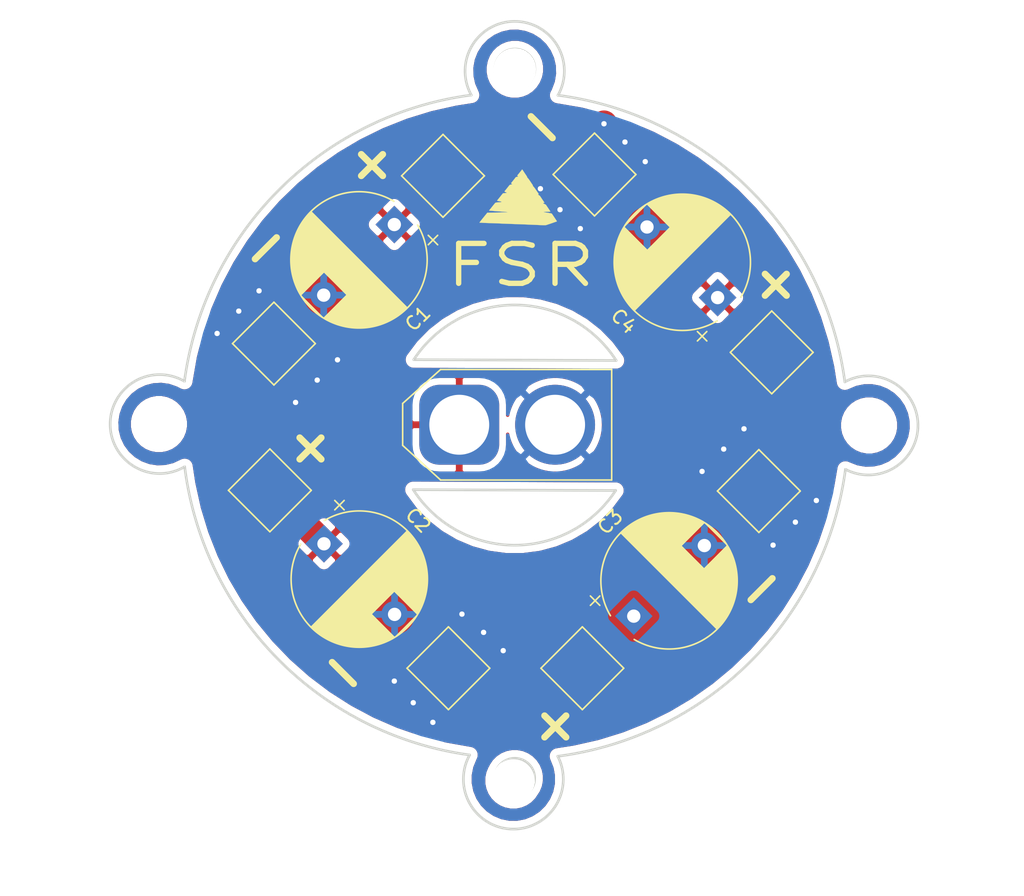
<source format=kicad_pcb>
(kicad_pcb (version 20171130) (host pcbnew "(5.1.6)-1")

  (general
    (thickness 1.6)
    (drawings 24)
    (tracks 80)
    (zones 0)
    (modules 18)
    (nets 3)
  )

  (page A4)
  (title_block
    (title "Power Distribution Board")
    (date 2021-12-26)
    (rev V1.0)
    (company "Full Stack Robotics")
  )

  (layers
    (0 F.Cu power)
    (31 B.Cu power)
    (32 B.Adhes user)
    (33 F.Adhes user)
    (34 B.Paste user)
    (35 F.Paste user)
    (36 B.SilkS user)
    (37 F.SilkS user)
    (38 B.Mask user)
    (39 F.Mask user)
    (40 Dwgs.User user)
    (41 Cmts.User user)
    (42 Eco1.User user)
    (43 Eco2.User user)
    (44 Edge.Cuts user)
    (45 Margin user)
    (46 B.CrtYd user)
    (47 F.CrtYd user)
    (48 B.Fab user)
    (49 F.Fab user)
  )

  (setup
    (last_trace_width 2)
    (user_trace_width 2)
    (trace_clearance 0.2)
    (zone_clearance 0.508)
    (zone_45_only no)
    (trace_min 0.2)
    (via_size 1)
    (via_drill 0.4)
    (via_min_size 0.4)
    (via_min_drill 0.3)
    (user_via 1 0.4)
    (uvia_size 0.3)
    (uvia_drill 0.1)
    (uvias_allowed no)
    (uvia_min_size 0.2)
    (uvia_min_drill 0.1)
    (edge_width 0.05)
    (segment_width 0.2)
    (pcb_text_width 0.3)
    (pcb_text_size 1.5 1.5)
    (mod_edge_width 0.12)
    (mod_text_size 1 1)
    (mod_text_width 0.15)
    (pad_size 1.524 1.524)
    (pad_drill 0.762)
    (pad_to_mask_clearance 0.05)
    (aux_axis_origin 0 0)
    (visible_elements FFFFFF7F)
    (pcbplotparams
      (layerselection 0x010fc_ffffffff)
      (usegerberextensions false)
      (usegerberattributes true)
      (usegerberadvancedattributes true)
      (creategerberjobfile true)
      (excludeedgelayer true)
      (linewidth 0.100000)
      (plotframeref false)
      (viasonmask false)
      (mode 1)
      (useauxorigin false)
      (hpglpennumber 1)
      (hpglpenspeed 20)
      (hpglpendiameter 15.000000)
      (psnegative false)
      (psa4output false)
      (plotreference true)
      (plotvalue true)
      (plotinvisibletext false)
      (padsonsilk false)
      (subtractmaskfromsilk false)
      (outputformat 1)
      (mirror false)
      (drillshape 1)
      (scaleselection 1)
      (outputdirectory ""))
  )

  (net 0 "")
  (net 1 GND)
  (net 2 VCC)

  (net_class Default "This is the default net class."
    (clearance 0.2)
    (trace_width 0.25)
    (via_dia 1)
    (via_drill 0.4)
    (uvia_dia 0.3)
    (uvia_drill 0.1)
    (add_net GND)
    (add_net VCC)
  )

  (module Connector_AMASS:AMASS_XT60-M_1x02_P7.20mm_Vertical (layer F.Cu) (tedit 61C7E2A4) (tstamp 61C83E03)
    (at 141.7828 101.3968)
    (descr "AMASS female XT60, through hole, vertical, https://www.tme.eu/Document/2d152ced3b7a446066e6c419d84bb460/XT60%20SPEC.pdf")
    (tags "XT60 female vertical")
    (path /61C94684)
    (fp_text reference J1 (at 3.6 -5.3 180) (layer F.SilkS) hide
      (effects (font (size 1 1) (thickness 0.15)))
    )
    (fp_text value Conn_01x02_Male (at 3.6 5.4) (layer F.Fab) hide
      (effects (font (size 1 1) (thickness 0.15)))
    )
    (fp_text user %R (at 3.6 0.05) (layer F.Fab) hide
      (effects (font (size 1 1) (thickness 0.15)))
    )
    (fp_line (start -1.6 -4.6) (end 11.85 -4.6) (layer F.CrtYd) (width 0.05))
    (fp_line (start -4.65 -1.85) (end -1.6 -4.6) (layer F.CrtYd) (width 0.05))
    (fp_line (start -4.65 1.85) (end -4.65 -1.85) (layer F.CrtYd) (width 0.05))
    (fp_line (start -1.6 4.6) (end -4.65 1.85) (layer F.CrtYd) (width 0.05))
    (fp_line (start 11.85 4.6) (end -1.6 4.6) (layer F.CrtYd) (width 0.05))
    (fp_line (start 11.85 -4.6) (end 11.85 4.6) (layer F.CrtYd) (width 0.05))
    (fp_line (start 11.35 4.05) (end 11.35 -4.05) (layer F.Fab) (width 0.12))
    (fp_line (start -1.4 4.05) (end 11.35 4.05) (layer F.Fab) (width 0.12))
    (fp_line (start -4.15 1.55) (end -1.4 4.05) (layer F.Fab) (width 0.12))
    (fp_line (start -4.15 -1.55) (end -4.15 1.55) (layer F.Fab) (width 0.12))
    (fp_line (start -1.4 -4.05) (end -4.15 -1.55) (layer F.Fab) (width 0.12))
    (fp_line (start 11.35 -4.05) (end -1.4 -4.05) (layer F.Fab) (width 0.12))
    (fp_line (start -4.25 1.55) (end -1.4 4.15) (layer F.SilkS) (width 0.12))
    (fp_line (start -1.4 -4.15) (end -4.25 -1.6) (layer F.SilkS) (width 0.12))
    (fp_line (start 11.45 4.15) (end 11.45 -4.15) (layer F.SilkS) (width 0.12))
    (fp_line (start -1.4 4.15) (end 11.45 4.15) (layer F.SilkS) (width 0.12))
    (fp_line (start -4.25 -1.6) (end -4.25 1.55) (layer F.SilkS) (width 0.12))
    (fp_line (start 11.45 -4.15) (end -1.4 -4.15) (layer F.SilkS) (width 0.12))
    (pad 1 thru_hole roundrect (at 0 0) (size 6 6) (drill 4.5) (layers *.Cu *.Mask) (roundrect_rratio 0.25)
      (net 2 VCC))
    (pad 2 thru_hole circle (at 7.2 0) (size 6 6) (drill 4.5) (layers *.Cu *.Mask)
      (net 1 GND))
    (model ${KISYS3DMOD}/Connector_AMASS.3dshapes/AMASS_XT60-M_1x02_P7.2mm_Vertical.wrl
      (at (xyz 0 0 0))
      (scale (xyz 1 1 1))
      (rotate (xyz 0 0 0))
    )
    (model ${KIPRJMOD}/Conn_SparkFun_PRT-10474/Conn_SparkFun_PRT-10474.models/SparkFun_-_PRT-10474.step
      (offset (xyz 3.5 0 2.5))
      (scale (xyz 1 1 1))
      (rotate (xyz 0 180 -90))
    )
  )

  (module Capacitor_THT:CP_Radial_D10.0mm_P7.50mm (layer F.Cu) (tedit 5AE50EF1) (tstamp 61C87EDF)
    (at 161.1884 91.8464 135)
    (descr "CP, Radial series, Radial, pin pitch=7.50mm, , diameter=10mm, Electrolytic Capacitor")
    (tags "CP Radial series Radial pin pitch 7.50mm  diameter 10mm Electrolytic Capacitor")
    (path /61C84C5C)
    (fp_text reference C4 (at 3.75 -6.25 135) (layer F.SilkS)
      (effects (font (size 1 1) (thickness 0.15)))
    )
    (fp_text value 1000uF (at 3.75 6.25 135) (layer F.Fab)
      (effects (font (size 1 1) (thickness 0.15)))
    )
    (fp_text user %R (at 3.75 0 135) (layer F.Fab)
      (effects (font (size 1 1) (thickness 0.15)))
    )
    (fp_arc (start 3.75 0) (end -1.21254 -1.26) (angle 331.50704) (layer F.SilkS) (width 0.12))
    (fp_circle (center 3.75 0) (end 8.75 0) (layer F.Fab) (width 0.1))
    (fp_circle (center 3.75 0) (end 9 0) (layer F.CrtYd) (width 0.05))
    (fp_line (start -0.538861 -2.1875) (end 0.461139 -2.1875) (layer F.Fab) (width 0.1))
    (fp_line (start -0.038861 -2.6875) (end -0.038861 -1.6875) (layer F.Fab) (width 0.1))
    (fp_line (start 3.75 -5.08) (end 3.75 5.08) (layer F.SilkS) (width 0.12))
    (fp_line (start 3.79 -5.08) (end 3.79 5.08) (layer F.SilkS) (width 0.12))
    (fp_line (start 3.83 -5.08) (end 3.83 5.08) (layer F.SilkS) (width 0.12))
    (fp_line (start 3.87 -5.079) (end 3.87 5.079) (layer F.SilkS) (width 0.12))
    (fp_line (start 3.91 -5.078) (end 3.91 5.078) (layer F.SilkS) (width 0.12))
    (fp_line (start 3.95 -5.077) (end 3.95 5.077) (layer F.SilkS) (width 0.12))
    (fp_line (start 3.99 -5.075) (end 3.99 5.075) (layer F.SilkS) (width 0.12))
    (fp_line (start 4.03 -5.073) (end 4.03 5.073) (layer F.SilkS) (width 0.12))
    (fp_line (start 4.07 -5.07) (end 4.07 5.07) (layer F.SilkS) (width 0.12))
    (fp_line (start 4.11 -5.068) (end 4.11 5.068) (layer F.SilkS) (width 0.12))
    (fp_line (start 4.15 -5.065) (end 4.15 5.065) (layer F.SilkS) (width 0.12))
    (fp_line (start 4.19 -5.062) (end 4.19 5.062) (layer F.SilkS) (width 0.12))
    (fp_line (start 4.23 -5.058) (end 4.23 5.058) (layer F.SilkS) (width 0.12))
    (fp_line (start 4.27 -5.054) (end 4.27 5.054) (layer F.SilkS) (width 0.12))
    (fp_line (start 4.31 -5.05) (end 4.31 5.05) (layer F.SilkS) (width 0.12))
    (fp_line (start 4.35 -5.045) (end 4.35 5.045) (layer F.SilkS) (width 0.12))
    (fp_line (start 4.39 -5.04) (end 4.39 5.04) (layer F.SilkS) (width 0.12))
    (fp_line (start 4.43 -5.035) (end 4.43 5.035) (layer F.SilkS) (width 0.12))
    (fp_line (start 4.471 -5.03) (end 4.471 5.03) (layer F.SilkS) (width 0.12))
    (fp_line (start 4.511 -5.024) (end 4.511 5.024) (layer F.SilkS) (width 0.12))
    (fp_line (start 4.551 -5.018) (end 4.551 5.018) (layer F.SilkS) (width 0.12))
    (fp_line (start 4.591 -5.011) (end 4.591 5.011) (layer F.SilkS) (width 0.12))
    (fp_line (start 4.631 -5.004) (end 4.631 5.004) (layer F.SilkS) (width 0.12))
    (fp_line (start 4.671 -4.997) (end 4.671 4.997) (layer F.SilkS) (width 0.12))
    (fp_line (start 4.711 -4.99) (end 4.711 4.99) (layer F.SilkS) (width 0.12))
    (fp_line (start 4.751 -4.982) (end 4.751 4.982) (layer F.SilkS) (width 0.12))
    (fp_line (start 4.791 -4.974) (end 4.791 4.974) (layer F.SilkS) (width 0.12))
    (fp_line (start 4.831 -4.965) (end 4.831 4.965) (layer F.SilkS) (width 0.12))
    (fp_line (start 4.871 -4.956) (end 4.871 4.956) (layer F.SilkS) (width 0.12))
    (fp_line (start 4.911 -4.947) (end 4.911 4.947) (layer F.SilkS) (width 0.12))
    (fp_line (start 4.951 -4.938) (end 4.951 4.938) (layer F.SilkS) (width 0.12))
    (fp_line (start 4.991 -4.928) (end 4.991 4.928) (layer F.SilkS) (width 0.12))
    (fp_line (start 5.031 -4.918) (end 5.031 4.918) (layer F.SilkS) (width 0.12))
    (fp_line (start 5.071 -4.907) (end 5.071 4.907) (layer F.SilkS) (width 0.12))
    (fp_line (start 5.111 -4.897) (end 5.111 4.897) (layer F.SilkS) (width 0.12))
    (fp_line (start 5.151 -4.885) (end 5.151 4.885) (layer F.SilkS) (width 0.12))
    (fp_line (start 5.191 -4.874) (end 5.191 4.874) (layer F.SilkS) (width 0.12))
    (fp_line (start 5.231 -4.862) (end 5.231 4.862) (layer F.SilkS) (width 0.12))
    (fp_line (start 5.271 -4.85) (end 5.271 4.85) (layer F.SilkS) (width 0.12))
    (fp_line (start 5.311 -4.837) (end 5.311 4.837) (layer F.SilkS) (width 0.12))
    (fp_line (start 5.351 -4.824) (end 5.351 4.824) (layer F.SilkS) (width 0.12))
    (fp_line (start 5.391 -4.811) (end 5.391 4.811) (layer F.SilkS) (width 0.12))
    (fp_line (start 5.431 -4.797) (end 5.431 4.797) (layer F.SilkS) (width 0.12))
    (fp_line (start 5.471 -4.783) (end 5.471 4.783) (layer F.SilkS) (width 0.12))
    (fp_line (start 5.511 -4.768) (end 5.511 4.768) (layer F.SilkS) (width 0.12))
    (fp_line (start 5.551 -4.754) (end 5.551 4.754) (layer F.SilkS) (width 0.12))
    (fp_line (start 5.591 -4.738) (end 5.591 4.738) (layer F.SilkS) (width 0.12))
    (fp_line (start 5.631 -4.723) (end 5.631 4.723) (layer F.SilkS) (width 0.12))
    (fp_line (start 5.671 -4.707) (end 5.671 4.707) (layer F.SilkS) (width 0.12))
    (fp_line (start 5.711 -4.69) (end 5.711 4.69) (layer F.SilkS) (width 0.12))
    (fp_line (start 5.751 -4.674) (end 5.751 4.674) (layer F.SilkS) (width 0.12))
    (fp_line (start 5.791 -4.657) (end 5.791 4.657) (layer F.SilkS) (width 0.12))
    (fp_line (start 5.831 -4.639) (end 5.831 4.639) (layer F.SilkS) (width 0.12))
    (fp_line (start 5.871 -4.621) (end 5.871 4.621) (layer F.SilkS) (width 0.12))
    (fp_line (start 5.911 -4.603) (end 5.911 4.603) (layer F.SilkS) (width 0.12))
    (fp_line (start 5.951 -4.584) (end 5.951 4.584) (layer F.SilkS) (width 0.12))
    (fp_line (start 5.991 -4.564) (end 5.991 4.564) (layer F.SilkS) (width 0.12))
    (fp_line (start 6.031 -4.545) (end 6.031 4.545) (layer F.SilkS) (width 0.12))
    (fp_line (start 6.071 -4.525) (end 6.071 4.525) (layer F.SilkS) (width 0.12))
    (fp_line (start 6.111 -4.504) (end 6.111 4.504) (layer F.SilkS) (width 0.12))
    (fp_line (start 6.151 -4.483) (end 6.151 4.483) (layer F.SilkS) (width 0.12))
    (fp_line (start 6.191 -4.462) (end 6.191 4.462) (layer F.SilkS) (width 0.12))
    (fp_line (start 6.231 -4.44) (end 6.231 4.44) (layer F.SilkS) (width 0.12))
    (fp_line (start 6.271 -4.417) (end 6.271 -1.241) (layer F.SilkS) (width 0.12))
    (fp_line (start 6.271 1.241) (end 6.271 4.417) (layer F.SilkS) (width 0.12))
    (fp_line (start 6.311 -4.395) (end 6.311 -1.241) (layer F.SilkS) (width 0.12))
    (fp_line (start 6.311 1.241) (end 6.311 4.395) (layer F.SilkS) (width 0.12))
    (fp_line (start 6.351 -4.371) (end 6.351 -1.241) (layer F.SilkS) (width 0.12))
    (fp_line (start 6.351 1.241) (end 6.351 4.371) (layer F.SilkS) (width 0.12))
    (fp_line (start 6.391 -4.347) (end 6.391 -1.241) (layer F.SilkS) (width 0.12))
    (fp_line (start 6.391 1.241) (end 6.391 4.347) (layer F.SilkS) (width 0.12))
    (fp_line (start 6.431 -4.323) (end 6.431 -1.241) (layer F.SilkS) (width 0.12))
    (fp_line (start 6.431 1.241) (end 6.431 4.323) (layer F.SilkS) (width 0.12))
    (fp_line (start 6.471 -4.298) (end 6.471 -1.241) (layer F.SilkS) (width 0.12))
    (fp_line (start 6.471 1.241) (end 6.471 4.298) (layer F.SilkS) (width 0.12))
    (fp_line (start 6.511 -4.273) (end 6.511 -1.241) (layer F.SilkS) (width 0.12))
    (fp_line (start 6.511 1.241) (end 6.511 4.273) (layer F.SilkS) (width 0.12))
    (fp_line (start 6.551 -4.247) (end 6.551 -1.241) (layer F.SilkS) (width 0.12))
    (fp_line (start 6.551 1.241) (end 6.551 4.247) (layer F.SilkS) (width 0.12))
    (fp_line (start 6.591 -4.221) (end 6.591 -1.241) (layer F.SilkS) (width 0.12))
    (fp_line (start 6.591 1.241) (end 6.591 4.221) (layer F.SilkS) (width 0.12))
    (fp_line (start 6.631 -4.194) (end 6.631 -1.241) (layer F.SilkS) (width 0.12))
    (fp_line (start 6.631 1.241) (end 6.631 4.194) (layer F.SilkS) (width 0.12))
    (fp_line (start 6.671 -4.166) (end 6.671 -1.241) (layer F.SilkS) (width 0.12))
    (fp_line (start 6.671 1.241) (end 6.671 4.166) (layer F.SilkS) (width 0.12))
    (fp_line (start 6.711 -4.138) (end 6.711 -1.241) (layer F.SilkS) (width 0.12))
    (fp_line (start 6.711 1.241) (end 6.711 4.138) (layer F.SilkS) (width 0.12))
    (fp_line (start 6.751 -4.11) (end 6.751 -1.241) (layer F.SilkS) (width 0.12))
    (fp_line (start 6.751 1.241) (end 6.751 4.11) (layer F.SilkS) (width 0.12))
    (fp_line (start 6.791 -4.08) (end 6.791 -1.241) (layer F.SilkS) (width 0.12))
    (fp_line (start 6.791 1.241) (end 6.791 4.08) (layer F.SilkS) (width 0.12))
    (fp_line (start 6.831 -4.05) (end 6.831 -1.241) (layer F.SilkS) (width 0.12))
    (fp_line (start 6.831 1.241) (end 6.831 4.05) (layer F.SilkS) (width 0.12))
    (fp_line (start 6.871 -4.02) (end 6.871 -1.241) (layer F.SilkS) (width 0.12))
    (fp_line (start 6.871 1.241) (end 6.871 4.02) (layer F.SilkS) (width 0.12))
    (fp_line (start 6.911 -3.989) (end 6.911 -1.241) (layer F.SilkS) (width 0.12))
    (fp_line (start 6.911 1.241) (end 6.911 3.989) (layer F.SilkS) (width 0.12))
    (fp_line (start 6.951 -3.957) (end 6.951 -1.241) (layer F.SilkS) (width 0.12))
    (fp_line (start 6.951 1.241) (end 6.951 3.957) (layer F.SilkS) (width 0.12))
    (fp_line (start 6.991 -3.925) (end 6.991 -1.241) (layer F.SilkS) (width 0.12))
    (fp_line (start 6.991 1.241) (end 6.991 3.925) (layer F.SilkS) (width 0.12))
    (fp_line (start 7.031 -3.892) (end 7.031 -1.241) (layer F.SilkS) (width 0.12))
    (fp_line (start 7.031 1.241) (end 7.031 3.892) (layer F.SilkS) (width 0.12))
    (fp_line (start 7.071 -3.858) (end 7.071 -1.241) (layer F.SilkS) (width 0.12))
    (fp_line (start 7.071 1.241) (end 7.071 3.858) (layer F.SilkS) (width 0.12))
    (fp_line (start 7.111 -3.824) (end 7.111 -1.241) (layer F.SilkS) (width 0.12))
    (fp_line (start 7.111 1.241) (end 7.111 3.824) (layer F.SilkS) (width 0.12))
    (fp_line (start 7.151 -3.789) (end 7.151 -1.241) (layer F.SilkS) (width 0.12))
    (fp_line (start 7.151 1.241) (end 7.151 3.789) (layer F.SilkS) (width 0.12))
    (fp_line (start 7.191 -3.753) (end 7.191 -1.241) (layer F.SilkS) (width 0.12))
    (fp_line (start 7.191 1.241) (end 7.191 3.753) (layer F.SilkS) (width 0.12))
    (fp_line (start 7.231 -3.716) (end 7.231 -1.241) (layer F.SilkS) (width 0.12))
    (fp_line (start 7.231 1.241) (end 7.231 3.716) (layer F.SilkS) (width 0.12))
    (fp_line (start 7.271 -3.679) (end 7.271 -1.241) (layer F.SilkS) (width 0.12))
    (fp_line (start 7.271 1.241) (end 7.271 3.679) (layer F.SilkS) (width 0.12))
    (fp_line (start 7.311 -3.64) (end 7.311 -1.241) (layer F.SilkS) (width 0.12))
    (fp_line (start 7.311 1.241) (end 7.311 3.64) (layer F.SilkS) (width 0.12))
    (fp_line (start 7.351 -3.601) (end 7.351 -1.241) (layer F.SilkS) (width 0.12))
    (fp_line (start 7.351 1.241) (end 7.351 3.601) (layer F.SilkS) (width 0.12))
    (fp_line (start 7.391 -3.561) (end 7.391 -1.241) (layer F.SilkS) (width 0.12))
    (fp_line (start 7.391 1.241) (end 7.391 3.561) (layer F.SilkS) (width 0.12))
    (fp_line (start 7.431 -3.52) (end 7.431 -1.241) (layer F.SilkS) (width 0.12))
    (fp_line (start 7.431 1.241) (end 7.431 3.52) (layer F.SilkS) (width 0.12))
    (fp_line (start 7.471 -3.478) (end 7.471 -1.241) (layer F.SilkS) (width 0.12))
    (fp_line (start 7.471 1.241) (end 7.471 3.478) (layer F.SilkS) (width 0.12))
    (fp_line (start 7.511 -3.436) (end 7.511 -1.241) (layer F.SilkS) (width 0.12))
    (fp_line (start 7.511 1.241) (end 7.511 3.436) (layer F.SilkS) (width 0.12))
    (fp_line (start 7.551 -3.392) (end 7.551 -1.241) (layer F.SilkS) (width 0.12))
    (fp_line (start 7.551 1.241) (end 7.551 3.392) (layer F.SilkS) (width 0.12))
    (fp_line (start 7.591 -3.347) (end 7.591 -1.241) (layer F.SilkS) (width 0.12))
    (fp_line (start 7.591 1.241) (end 7.591 3.347) (layer F.SilkS) (width 0.12))
    (fp_line (start 7.631 -3.301) (end 7.631 -1.241) (layer F.SilkS) (width 0.12))
    (fp_line (start 7.631 1.241) (end 7.631 3.301) (layer F.SilkS) (width 0.12))
    (fp_line (start 7.671 -3.254) (end 7.671 -1.241) (layer F.SilkS) (width 0.12))
    (fp_line (start 7.671 1.241) (end 7.671 3.254) (layer F.SilkS) (width 0.12))
    (fp_line (start 7.711 -3.206) (end 7.711 -1.241) (layer F.SilkS) (width 0.12))
    (fp_line (start 7.711 1.241) (end 7.711 3.206) (layer F.SilkS) (width 0.12))
    (fp_line (start 7.751 -3.156) (end 7.751 -1.241) (layer F.SilkS) (width 0.12))
    (fp_line (start 7.751 1.241) (end 7.751 3.156) (layer F.SilkS) (width 0.12))
    (fp_line (start 7.791 -3.106) (end 7.791 -1.241) (layer F.SilkS) (width 0.12))
    (fp_line (start 7.791 1.241) (end 7.791 3.106) (layer F.SilkS) (width 0.12))
    (fp_line (start 7.831 -3.054) (end 7.831 -1.241) (layer F.SilkS) (width 0.12))
    (fp_line (start 7.831 1.241) (end 7.831 3.054) (layer F.SilkS) (width 0.12))
    (fp_line (start 7.871 -3) (end 7.871 -1.241) (layer F.SilkS) (width 0.12))
    (fp_line (start 7.871 1.241) (end 7.871 3) (layer F.SilkS) (width 0.12))
    (fp_line (start 7.911 -2.945) (end 7.911 -1.241) (layer F.SilkS) (width 0.12))
    (fp_line (start 7.911 1.241) (end 7.911 2.945) (layer F.SilkS) (width 0.12))
    (fp_line (start 7.951 -2.889) (end 7.951 -1.241) (layer F.SilkS) (width 0.12))
    (fp_line (start 7.951 1.241) (end 7.951 2.889) (layer F.SilkS) (width 0.12))
    (fp_line (start 7.991 -2.83) (end 7.991 -1.241) (layer F.SilkS) (width 0.12))
    (fp_line (start 7.991 1.241) (end 7.991 2.83) (layer F.SilkS) (width 0.12))
    (fp_line (start 8.031 -2.77) (end 8.031 -1.241) (layer F.SilkS) (width 0.12))
    (fp_line (start 8.031 1.241) (end 8.031 2.77) (layer F.SilkS) (width 0.12))
    (fp_line (start 8.071 -2.709) (end 8.071 -1.241) (layer F.SilkS) (width 0.12))
    (fp_line (start 8.071 1.241) (end 8.071 2.709) (layer F.SilkS) (width 0.12))
    (fp_line (start 8.111 -2.645) (end 8.111 -1.241) (layer F.SilkS) (width 0.12))
    (fp_line (start 8.111 1.241) (end 8.111 2.645) (layer F.SilkS) (width 0.12))
    (fp_line (start 8.151 -2.579) (end 8.151 -1.241) (layer F.SilkS) (width 0.12))
    (fp_line (start 8.151 1.241) (end 8.151 2.579) (layer F.SilkS) (width 0.12))
    (fp_line (start 8.191 -2.51) (end 8.191 -1.241) (layer F.SilkS) (width 0.12))
    (fp_line (start 8.191 1.241) (end 8.191 2.51) (layer F.SilkS) (width 0.12))
    (fp_line (start 8.231 -2.439) (end 8.231 -1.241) (layer F.SilkS) (width 0.12))
    (fp_line (start 8.231 1.241) (end 8.231 2.439) (layer F.SilkS) (width 0.12))
    (fp_line (start 8.271 -2.365) (end 8.271 -1.241) (layer F.SilkS) (width 0.12))
    (fp_line (start 8.271 1.241) (end 8.271 2.365) (layer F.SilkS) (width 0.12))
    (fp_line (start 8.311 -2.289) (end 8.311 -1.241) (layer F.SilkS) (width 0.12))
    (fp_line (start 8.311 1.241) (end 8.311 2.289) (layer F.SilkS) (width 0.12))
    (fp_line (start 8.351 -2.209) (end 8.351 -1.241) (layer F.SilkS) (width 0.12))
    (fp_line (start 8.351 1.241) (end 8.351 2.209) (layer F.SilkS) (width 0.12))
    (fp_line (start 8.391 -2.125) (end 8.391 -1.241) (layer F.SilkS) (width 0.12))
    (fp_line (start 8.391 1.241) (end 8.391 2.125) (layer F.SilkS) (width 0.12))
    (fp_line (start 8.431 -2.037) (end 8.431 -1.241) (layer F.SilkS) (width 0.12))
    (fp_line (start 8.431 1.241) (end 8.431 2.037) (layer F.SilkS) (width 0.12))
    (fp_line (start 8.471 -1.944) (end 8.471 -1.241) (layer F.SilkS) (width 0.12))
    (fp_line (start 8.471 1.241) (end 8.471 1.944) (layer F.SilkS) (width 0.12))
    (fp_line (start 8.511 -1.846) (end 8.511 -1.241) (layer F.SilkS) (width 0.12))
    (fp_line (start 8.511 1.241) (end 8.511 1.846) (layer F.SilkS) (width 0.12))
    (fp_line (start 8.551 -1.742) (end 8.551 -1.241) (layer F.SilkS) (width 0.12))
    (fp_line (start 8.551 1.241) (end 8.551 1.742) (layer F.SilkS) (width 0.12))
    (fp_line (start 8.591 -1.63) (end 8.591 -1.241) (layer F.SilkS) (width 0.12))
    (fp_line (start 8.591 1.241) (end 8.591 1.63) (layer F.SilkS) (width 0.12))
    (fp_line (start 8.631 -1.51) (end 8.631 -1.241) (layer F.SilkS) (width 0.12))
    (fp_line (start 8.631 1.241) (end 8.631 1.51) (layer F.SilkS) (width 0.12))
    (fp_line (start 8.671 -1.378) (end 8.671 -1.241) (layer F.SilkS) (width 0.12))
    (fp_line (start 8.671 1.241) (end 8.671 1.378) (layer F.SilkS) (width 0.12))
    (fp_line (start 8.751 -1.062) (end 8.751 1.062) (layer F.SilkS) (width 0.12))
    (fp_line (start 8.791 -0.862) (end 8.791 0.862) (layer F.SilkS) (width 0.12))
    (fp_line (start 8.831 -0.599) (end 8.831 0.599) (layer F.SilkS) (width 0.12))
    (fp_line (start -1.729646 -2.875) (end -0.729646 -2.875) (layer F.SilkS) (width 0.12))
    (fp_line (start -1.229646 -3.375) (end -1.229646 -2.375) (layer F.SilkS) (width 0.12))
    (pad 2 thru_hole circle (at 7.5 0 135) (size 2 2) (drill 1) (layers *.Cu *.Mask)
      (net 1 GND))
    (pad 1 thru_hole rect (at 0 0 135) (size 2 2) (drill 1) (layers *.Cu *.Mask)
      (net 2 VCC))
    (model ${KISYS3DMOD}/Capacitor_THT.3dshapes/CP_Radial_D10.0mm_P7.50mm.wrl
      (at (xyz 0 0 0))
      (scale (xyz 1 1 1))
      (rotate (xyz 0 0 0))
    )
  )

  (module Capacitor_THT:CP_Radial_D10.0mm_P7.50mm (layer F.Cu) (tedit 5AE50EF1) (tstamp 61C87E15)
    (at 154.8892 115.7732 45)
    (descr "CP, Radial series, Radial, pin pitch=7.50mm, , diameter=10mm, Electrolytic Capacitor")
    (tags "CP Radial series Radial pin pitch 7.50mm  diameter 10mm Electrolytic Capacitor")
    (path /61C84333)
    (fp_text reference C3 (at 3.75 -6.25 45) (layer F.SilkS)
      (effects (font (size 1 1) (thickness 0.15)))
    )
    (fp_text value 1000uF (at 3.75 6.25 45) (layer F.Fab)
      (effects (font (size 1 1) (thickness 0.15)))
    )
    (fp_text user %R (at 3.75 0 45) (layer F.Fab)
      (effects (font (size 1 1) (thickness 0.15)))
    )
    (fp_arc (start 3.75 0) (end -1.21254 -1.26) (angle 331.50704) (layer F.SilkS) (width 0.12))
    (fp_circle (center 3.75 0) (end 8.75 0) (layer F.Fab) (width 0.1))
    (fp_circle (center 3.75 0) (end 9 0) (layer F.CrtYd) (width 0.05))
    (fp_line (start -0.538861 -2.1875) (end 0.461139 -2.1875) (layer F.Fab) (width 0.1))
    (fp_line (start -0.038861 -2.6875) (end -0.038861 -1.6875) (layer F.Fab) (width 0.1))
    (fp_line (start 3.75 -5.08) (end 3.75 5.08) (layer F.SilkS) (width 0.12))
    (fp_line (start 3.79 -5.08) (end 3.79 5.08) (layer F.SilkS) (width 0.12))
    (fp_line (start 3.83 -5.08) (end 3.83 5.08) (layer F.SilkS) (width 0.12))
    (fp_line (start 3.87 -5.079) (end 3.87 5.079) (layer F.SilkS) (width 0.12))
    (fp_line (start 3.91 -5.078) (end 3.91 5.078) (layer F.SilkS) (width 0.12))
    (fp_line (start 3.95 -5.077) (end 3.95 5.077) (layer F.SilkS) (width 0.12))
    (fp_line (start 3.99 -5.075) (end 3.99 5.075) (layer F.SilkS) (width 0.12))
    (fp_line (start 4.03 -5.073) (end 4.03 5.073) (layer F.SilkS) (width 0.12))
    (fp_line (start 4.07 -5.07) (end 4.07 5.07) (layer F.SilkS) (width 0.12))
    (fp_line (start 4.11 -5.068) (end 4.11 5.068) (layer F.SilkS) (width 0.12))
    (fp_line (start 4.15 -5.065) (end 4.15 5.065) (layer F.SilkS) (width 0.12))
    (fp_line (start 4.19 -5.062) (end 4.19 5.062) (layer F.SilkS) (width 0.12))
    (fp_line (start 4.23 -5.058) (end 4.23 5.058) (layer F.SilkS) (width 0.12))
    (fp_line (start 4.27 -5.054) (end 4.27 5.054) (layer F.SilkS) (width 0.12))
    (fp_line (start 4.31 -5.05) (end 4.31 5.05) (layer F.SilkS) (width 0.12))
    (fp_line (start 4.35 -5.045) (end 4.35 5.045) (layer F.SilkS) (width 0.12))
    (fp_line (start 4.39 -5.04) (end 4.39 5.04) (layer F.SilkS) (width 0.12))
    (fp_line (start 4.43 -5.035) (end 4.43 5.035) (layer F.SilkS) (width 0.12))
    (fp_line (start 4.471 -5.03) (end 4.471 5.03) (layer F.SilkS) (width 0.12))
    (fp_line (start 4.511 -5.024) (end 4.511 5.024) (layer F.SilkS) (width 0.12))
    (fp_line (start 4.551 -5.018) (end 4.551 5.018) (layer F.SilkS) (width 0.12))
    (fp_line (start 4.591 -5.011) (end 4.591 5.011) (layer F.SilkS) (width 0.12))
    (fp_line (start 4.631 -5.004) (end 4.631 5.004) (layer F.SilkS) (width 0.12))
    (fp_line (start 4.671 -4.997) (end 4.671 4.997) (layer F.SilkS) (width 0.12))
    (fp_line (start 4.711 -4.99) (end 4.711 4.99) (layer F.SilkS) (width 0.12))
    (fp_line (start 4.751 -4.982) (end 4.751 4.982) (layer F.SilkS) (width 0.12))
    (fp_line (start 4.791 -4.974) (end 4.791 4.974) (layer F.SilkS) (width 0.12))
    (fp_line (start 4.831 -4.965) (end 4.831 4.965) (layer F.SilkS) (width 0.12))
    (fp_line (start 4.871 -4.956) (end 4.871 4.956) (layer F.SilkS) (width 0.12))
    (fp_line (start 4.911 -4.947) (end 4.911 4.947) (layer F.SilkS) (width 0.12))
    (fp_line (start 4.951 -4.938) (end 4.951 4.938) (layer F.SilkS) (width 0.12))
    (fp_line (start 4.991 -4.928) (end 4.991 4.928) (layer F.SilkS) (width 0.12))
    (fp_line (start 5.031 -4.918) (end 5.031 4.918) (layer F.SilkS) (width 0.12))
    (fp_line (start 5.071 -4.907) (end 5.071 4.907) (layer F.SilkS) (width 0.12))
    (fp_line (start 5.111 -4.897) (end 5.111 4.897) (layer F.SilkS) (width 0.12))
    (fp_line (start 5.151 -4.885) (end 5.151 4.885) (layer F.SilkS) (width 0.12))
    (fp_line (start 5.191 -4.874) (end 5.191 4.874) (layer F.SilkS) (width 0.12))
    (fp_line (start 5.231 -4.862) (end 5.231 4.862) (layer F.SilkS) (width 0.12))
    (fp_line (start 5.271 -4.85) (end 5.271 4.85) (layer F.SilkS) (width 0.12))
    (fp_line (start 5.311 -4.837) (end 5.311 4.837) (layer F.SilkS) (width 0.12))
    (fp_line (start 5.351 -4.824) (end 5.351 4.824) (layer F.SilkS) (width 0.12))
    (fp_line (start 5.391 -4.811) (end 5.391 4.811) (layer F.SilkS) (width 0.12))
    (fp_line (start 5.431 -4.797) (end 5.431 4.797) (layer F.SilkS) (width 0.12))
    (fp_line (start 5.471 -4.783) (end 5.471 4.783) (layer F.SilkS) (width 0.12))
    (fp_line (start 5.511 -4.768) (end 5.511 4.768) (layer F.SilkS) (width 0.12))
    (fp_line (start 5.551 -4.754) (end 5.551 4.754) (layer F.SilkS) (width 0.12))
    (fp_line (start 5.591 -4.738) (end 5.591 4.738) (layer F.SilkS) (width 0.12))
    (fp_line (start 5.631 -4.723) (end 5.631 4.723) (layer F.SilkS) (width 0.12))
    (fp_line (start 5.671 -4.707) (end 5.671 4.707) (layer F.SilkS) (width 0.12))
    (fp_line (start 5.711 -4.69) (end 5.711 4.69) (layer F.SilkS) (width 0.12))
    (fp_line (start 5.751 -4.674) (end 5.751 4.674) (layer F.SilkS) (width 0.12))
    (fp_line (start 5.791 -4.657) (end 5.791 4.657) (layer F.SilkS) (width 0.12))
    (fp_line (start 5.831 -4.639) (end 5.831 4.639) (layer F.SilkS) (width 0.12))
    (fp_line (start 5.871 -4.621) (end 5.871 4.621) (layer F.SilkS) (width 0.12))
    (fp_line (start 5.911 -4.603) (end 5.911 4.603) (layer F.SilkS) (width 0.12))
    (fp_line (start 5.951 -4.584) (end 5.951 4.584) (layer F.SilkS) (width 0.12))
    (fp_line (start 5.991 -4.564) (end 5.991 4.564) (layer F.SilkS) (width 0.12))
    (fp_line (start 6.031 -4.545) (end 6.031 4.545) (layer F.SilkS) (width 0.12))
    (fp_line (start 6.071 -4.525) (end 6.071 4.525) (layer F.SilkS) (width 0.12))
    (fp_line (start 6.111 -4.504) (end 6.111 4.504) (layer F.SilkS) (width 0.12))
    (fp_line (start 6.151 -4.483) (end 6.151 4.483) (layer F.SilkS) (width 0.12))
    (fp_line (start 6.191 -4.462) (end 6.191 4.462) (layer F.SilkS) (width 0.12))
    (fp_line (start 6.231 -4.44) (end 6.231 4.44) (layer F.SilkS) (width 0.12))
    (fp_line (start 6.271 -4.417) (end 6.271 -1.241) (layer F.SilkS) (width 0.12))
    (fp_line (start 6.271 1.241) (end 6.271 4.417) (layer F.SilkS) (width 0.12))
    (fp_line (start 6.311 -4.395) (end 6.311 -1.241) (layer F.SilkS) (width 0.12))
    (fp_line (start 6.311 1.241) (end 6.311 4.395) (layer F.SilkS) (width 0.12))
    (fp_line (start 6.351 -4.371) (end 6.351 -1.241) (layer F.SilkS) (width 0.12))
    (fp_line (start 6.351 1.241) (end 6.351 4.371) (layer F.SilkS) (width 0.12))
    (fp_line (start 6.391 -4.347) (end 6.391 -1.241) (layer F.SilkS) (width 0.12))
    (fp_line (start 6.391 1.241) (end 6.391 4.347) (layer F.SilkS) (width 0.12))
    (fp_line (start 6.431 -4.323) (end 6.431 -1.241) (layer F.SilkS) (width 0.12))
    (fp_line (start 6.431 1.241) (end 6.431 4.323) (layer F.SilkS) (width 0.12))
    (fp_line (start 6.471 -4.298) (end 6.471 -1.241) (layer F.SilkS) (width 0.12))
    (fp_line (start 6.471 1.241) (end 6.471 4.298) (layer F.SilkS) (width 0.12))
    (fp_line (start 6.511 -4.273) (end 6.511 -1.241) (layer F.SilkS) (width 0.12))
    (fp_line (start 6.511 1.241) (end 6.511 4.273) (layer F.SilkS) (width 0.12))
    (fp_line (start 6.551 -4.247) (end 6.551 -1.241) (layer F.SilkS) (width 0.12))
    (fp_line (start 6.551 1.241) (end 6.551 4.247) (layer F.SilkS) (width 0.12))
    (fp_line (start 6.591 -4.221) (end 6.591 -1.241) (layer F.SilkS) (width 0.12))
    (fp_line (start 6.591 1.241) (end 6.591 4.221) (layer F.SilkS) (width 0.12))
    (fp_line (start 6.631 -4.194) (end 6.631 -1.241) (layer F.SilkS) (width 0.12))
    (fp_line (start 6.631 1.241) (end 6.631 4.194) (layer F.SilkS) (width 0.12))
    (fp_line (start 6.671 -4.166) (end 6.671 -1.241) (layer F.SilkS) (width 0.12))
    (fp_line (start 6.671 1.241) (end 6.671 4.166) (layer F.SilkS) (width 0.12))
    (fp_line (start 6.711 -4.138) (end 6.711 -1.241) (layer F.SilkS) (width 0.12))
    (fp_line (start 6.711 1.241) (end 6.711 4.138) (layer F.SilkS) (width 0.12))
    (fp_line (start 6.751 -4.11) (end 6.751 -1.241) (layer F.SilkS) (width 0.12))
    (fp_line (start 6.751 1.241) (end 6.751 4.11) (layer F.SilkS) (width 0.12))
    (fp_line (start 6.791 -4.08) (end 6.791 -1.241) (layer F.SilkS) (width 0.12))
    (fp_line (start 6.791 1.241) (end 6.791 4.08) (layer F.SilkS) (width 0.12))
    (fp_line (start 6.831 -4.05) (end 6.831 -1.241) (layer F.SilkS) (width 0.12))
    (fp_line (start 6.831 1.241) (end 6.831 4.05) (layer F.SilkS) (width 0.12))
    (fp_line (start 6.871 -4.02) (end 6.871 -1.241) (layer F.SilkS) (width 0.12))
    (fp_line (start 6.871 1.241) (end 6.871 4.02) (layer F.SilkS) (width 0.12))
    (fp_line (start 6.911 -3.989) (end 6.911 -1.241) (layer F.SilkS) (width 0.12))
    (fp_line (start 6.911 1.241) (end 6.911 3.989) (layer F.SilkS) (width 0.12))
    (fp_line (start 6.951 -3.957) (end 6.951 -1.241) (layer F.SilkS) (width 0.12))
    (fp_line (start 6.951 1.241) (end 6.951 3.957) (layer F.SilkS) (width 0.12))
    (fp_line (start 6.991 -3.925) (end 6.991 -1.241) (layer F.SilkS) (width 0.12))
    (fp_line (start 6.991 1.241) (end 6.991 3.925) (layer F.SilkS) (width 0.12))
    (fp_line (start 7.031 -3.892) (end 7.031 -1.241) (layer F.SilkS) (width 0.12))
    (fp_line (start 7.031 1.241) (end 7.031 3.892) (layer F.SilkS) (width 0.12))
    (fp_line (start 7.071 -3.858) (end 7.071 -1.241) (layer F.SilkS) (width 0.12))
    (fp_line (start 7.071 1.241) (end 7.071 3.858) (layer F.SilkS) (width 0.12))
    (fp_line (start 7.111 -3.824) (end 7.111 -1.241) (layer F.SilkS) (width 0.12))
    (fp_line (start 7.111 1.241) (end 7.111 3.824) (layer F.SilkS) (width 0.12))
    (fp_line (start 7.151 -3.789) (end 7.151 -1.241) (layer F.SilkS) (width 0.12))
    (fp_line (start 7.151 1.241) (end 7.151 3.789) (layer F.SilkS) (width 0.12))
    (fp_line (start 7.191 -3.753) (end 7.191 -1.241) (layer F.SilkS) (width 0.12))
    (fp_line (start 7.191 1.241) (end 7.191 3.753) (layer F.SilkS) (width 0.12))
    (fp_line (start 7.231 -3.716) (end 7.231 -1.241) (layer F.SilkS) (width 0.12))
    (fp_line (start 7.231 1.241) (end 7.231 3.716) (layer F.SilkS) (width 0.12))
    (fp_line (start 7.271 -3.679) (end 7.271 -1.241) (layer F.SilkS) (width 0.12))
    (fp_line (start 7.271 1.241) (end 7.271 3.679) (layer F.SilkS) (width 0.12))
    (fp_line (start 7.311 -3.64) (end 7.311 -1.241) (layer F.SilkS) (width 0.12))
    (fp_line (start 7.311 1.241) (end 7.311 3.64) (layer F.SilkS) (width 0.12))
    (fp_line (start 7.351 -3.601) (end 7.351 -1.241) (layer F.SilkS) (width 0.12))
    (fp_line (start 7.351 1.241) (end 7.351 3.601) (layer F.SilkS) (width 0.12))
    (fp_line (start 7.391 -3.561) (end 7.391 -1.241) (layer F.SilkS) (width 0.12))
    (fp_line (start 7.391 1.241) (end 7.391 3.561) (layer F.SilkS) (width 0.12))
    (fp_line (start 7.431 -3.52) (end 7.431 -1.241) (layer F.SilkS) (width 0.12))
    (fp_line (start 7.431 1.241) (end 7.431 3.52) (layer F.SilkS) (width 0.12))
    (fp_line (start 7.471 -3.478) (end 7.471 -1.241) (layer F.SilkS) (width 0.12))
    (fp_line (start 7.471 1.241) (end 7.471 3.478) (layer F.SilkS) (width 0.12))
    (fp_line (start 7.511 -3.436) (end 7.511 -1.241) (layer F.SilkS) (width 0.12))
    (fp_line (start 7.511 1.241) (end 7.511 3.436) (layer F.SilkS) (width 0.12))
    (fp_line (start 7.551 -3.392) (end 7.551 -1.241) (layer F.SilkS) (width 0.12))
    (fp_line (start 7.551 1.241) (end 7.551 3.392) (layer F.SilkS) (width 0.12))
    (fp_line (start 7.591 -3.347) (end 7.591 -1.241) (layer F.SilkS) (width 0.12))
    (fp_line (start 7.591 1.241) (end 7.591 3.347) (layer F.SilkS) (width 0.12))
    (fp_line (start 7.631 -3.301) (end 7.631 -1.241) (layer F.SilkS) (width 0.12))
    (fp_line (start 7.631 1.241) (end 7.631 3.301) (layer F.SilkS) (width 0.12))
    (fp_line (start 7.671 -3.254) (end 7.671 -1.241) (layer F.SilkS) (width 0.12))
    (fp_line (start 7.671 1.241) (end 7.671 3.254) (layer F.SilkS) (width 0.12))
    (fp_line (start 7.711 -3.206) (end 7.711 -1.241) (layer F.SilkS) (width 0.12))
    (fp_line (start 7.711 1.241) (end 7.711 3.206) (layer F.SilkS) (width 0.12))
    (fp_line (start 7.751 -3.156) (end 7.751 -1.241) (layer F.SilkS) (width 0.12))
    (fp_line (start 7.751 1.241) (end 7.751 3.156) (layer F.SilkS) (width 0.12))
    (fp_line (start 7.791 -3.106) (end 7.791 -1.241) (layer F.SilkS) (width 0.12))
    (fp_line (start 7.791 1.241) (end 7.791 3.106) (layer F.SilkS) (width 0.12))
    (fp_line (start 7.831 -3.054) (end 7.831 -1.241) (layer F.SilkS) (width 0.12))
    (fp_line (start 7.831 1.241) (end 7.831 3.054) (layer F.SilkS) (width 0.12))
    (fp_line (start 7.871 -3) (end 7.871 -1.241) (layer F.SilkS) (width 0.12))
    (fp_line (start 7.871 1.241) (end 7.871 3) (layer F.SilkS) (width 0.12))
    (fp_line (start 7.911 -2.945) (end 7.911 -1.241) (layer F.SilkS) (width 0.12))
    (fp_line (start 7.911 1.241) (end 7.911 2.945) (layer F.SilkS) (width 0.12))
    (fp_line (start 7.951 -2.889) (end 7.951 -1.241) (layer F.SilkS) (width 0.12))
    (fp_line (start 7.951 1.241) (end 7.951 2.889) (layer F.SilkS) (width 0.12))
    (fp_line (start 7.991 -2.83) (end 7.991 -1.241) (layer F.SilkS) (width 0.12))
    (fp_line (start 7.991 1.241) (end 7.991 2.83) (layer F.SilkS) (width 0.12))
    (fp_line (start 8.031 -2.77) (end 8.031 -1.241) (layer F.SilkS) (width 0.12))
    (fp_line (start 8.031 1.241) (end 8.031 2.77) (layer F.SilkS) (width 0.12))
    (fp_line (start 8.071 -2.709) (end 8.071 -1.241) (layer F.SilkS) (width 0.12))
    (fp_line (start 8.071 1.241) (end 8.071 2.709) (layer F.SilkS) (width 0.12))
    (fp_line (start 8.111 -2.645) (end 8.111 -1.241) (layer F.SilkS) (width 0.12))
    (fp_line (start 8.111 1.241) (end 8.111 2.645) (layer F.SilkS) (width 0.12))
    (fp_line (start 8.151 -2.579) (end 8.151 -1.241) (layer F.SilkS) (width 0.12))
    (fp_line (start 8.151 1.241) (end 8.151 2.579) (layer F.SilkS) (width 0.12))
    (fp_line (start 8.191 -2.51) (end 8.191 -1.241) (layer F.SilkS) (width 0.12))
    (fp_line (start 8.191 1.241) (end 8.191 2.51) (layer F.SilkS) (width 0.12))
    (fp_line (start 8.231 -2.439) (end 8.231 -1.241) (layer F.SilkS) (width 0.12))
    (fp_line (start 8.231 1.241) (end 8.231 2.439) (layer F.SilkS) (width 0.12))
    (fp_line (start 8.271 -2.365) (end 8.271 -1.241) (layer F.SilkS) (width 0.12))
    (fp_line (start 8.271 1.241) (end 8.271 2.365) (layer F.SilkS) (width 0.12))
    (fp_line (start 8.311 -2.289) (end 8.311 -1.241) (layer F.SilkS) (width 0.12))
    (fp_line (start 8.311 1.241) (end 8.311 2.289) (layer F.SilkS) (width 0.12))
    (fp_line (start 8.351 -2.209) (end 8.351 -1.241) (layer F.SilkS) (width 0.12))
    (fp_line (start 8.351 1.241) (end 8.351 2.209) (layer F.SilkS) (width 0.12))
    (fp_line (start 8.391 -2.125) (end 8.391 -1.241) (layer F.SilkS) (width 0.12))
    (fp_line (start 8.391 1.241) (end 8.391 2.125) (layer F.SilkS) (width 0.12))
    (fp_line (start 8.431 -2.037) (end 8.431 -1.241) (layer F.SilkS) (width 0.12))
    (fp_line (start 8.431 1.241) (end 8.431 2.037) (layer F.SilkS) (width 0.12))
    (fp_line (start 8.471 -1.944) (end 8.471 -1.241) (layer F.SilkS) (width 0.12))
    (fp_line (start 8.471 1.241) (end 8.471 1.944) (layer F.SilkS) (width 0.12))
    (fp_line (start 8.511 -1.846) (end 8.511 -1.241) (layer F.SilkS) (width 0.12))
    (fp_line (start 8.511 1.241) (end 8.511 1.846) (layer F.SilkS) (width 0.12))
    (fp_line (start 8.551 -1.742) (end 8.551 -1.241) (layer F.SilkS) (width 0.12))
    (fp_line (start 8.551 1.241) (end 8.551 1.742) (layer F.SilkS) (width 0.12))
    (fp_line (start 8.591 -1.63) (end 8.591 -1.241) (layer F.SilkS) (width 0.12))
    (fp_line (start 8.591 1.241) (end 8.591 1.63) (layer F.SilkS) (width 0.12))
    (fp_line (start 8.631 -1.51) (end 8.631 -1.241) (layer F.SilkS) (width 0.12))
    (fp_line (start 8.631 1.241) (end 8.631 1.51) (layer F.SilkS) (width 0.12))
    (fp_line (start 8.671 -1.378) (end 8.671 -1.241) (layer F.SilkS) (width 0.12))
    (fp_line (start 8.671 1.241) (end 8.671 1.378) (layer F.SilkS) (width 0.12))
    (fp_line (start 8.751 -1.062) (end 8.751 1.062) (layer F.SilkS) (width 0.12))
    (fp_line (start 8.791 -0.862) (end 8.791 0.862) (layer F.SilkS) (width 0.12))
    (fp_line (start 8.831 -0.599) (end 8.831 0.599) (layer F.SilkS) (width 0.12))
    (fp_line (start -1.729646 -2.875) (end -0.729646 -2.875) (layer F.SilkS) (width 0.12))
    (fp_line (start -1.229646 -3.375) (end -1.229646 -2.375) (layer F.SilkS) (width 0.12))
    (pad 2 thru_hole circle (at 7.5 0 45) (size 2 2) (drill 1) (layers *.Cu *.Mask)
      (net 1 GND))
    (pad 1 thru_hole rect (at 0 0 45) (size 2 2) (drill 1) (layers *.Cu *.Mask)
      (net 2 VCC))
    (model ${KISYS3DMOD}/Capacitor_THT.3dshapes/CP_Radial_D10.0mm_P7.50mm.wrl
      (at (xyz 0 0 0))
      (scale (xyz 1 1 1))
      (rotate (xyz 0 0 0))
    )
  )

  (module Capacitor_THT:CP_Radial_D10.0mm_P7.50mm (layer F.Cu) (tedit 5AE50EF1) (tstamp 61C87D4B)
    (at 131.6228 110.3376 315)
    (descr "CP, Radial series, Radial, pin pitch=7.50mm, , diameter=10mm, Electrolytic Capacitor")
    (tags "CP Radial series Radial pin pitch 7.50mm  diameter 10mm Electrolytic Capacitor")
    (path /61C841F9)
    (fp_text reference C2 (at 3.75 -6.25 135) (layer F.SilkS)
      (effects (font (size 1 1) (thickness 0.15)))
    )
    (fp_text value 1000uF (at 3.75 6.25 135) (layer F.Fab)
      (effects (font (size 1 1) (thickness 0.15)))
    )
    (fp_text user %R (at 3.75 0 135) (layer F.Fab)
      (effects (font (size 1 1) (thickness 0.15)))
    )
    (fp_arc (start 3.75 0) (end -1.21254 -1.26) (angle 331.50704) (layer F.SilkS) (width 0.12))
    (fp_circle (center 3.75 0) (end 8.75 0) (layer F.Fab) (width 0.1))
    (fp_circle (center 3.75 0) (end 9 0) (layer F.CrtYd) (width 0.05))
    (fp_line (start -0.538861 -2.1875) (end 0.461139 -2.1875) (layer F.Fab) (width 0.1))
    (fp_line (start -0.038861 -2.6875) (end -0.038861 -1.6875) (layer F.Fab) (width 0.1))
    (fp_line (start 3.75 -5.08) (end 3.75 5.08) (layer F.SilkS) (width 0.12))
    (fp_line (start 3.79 -5.08) (end 3.79 5.08) (layer F.SilkS) (width 0.12))
    (fp_line (start 3.83 -5.08) (end 3.83 5.08) (layer F.SilkS) (width 0.12))
    (fp_line (start 3.87 -5.079) (end 3.87 5.079) (layer F.SilkS) (width 0.12))
    (fp_line (start 3.91 -5.078) (end 3.91 5.078) (layer F.SilkS) (width 0.12))
    (fp_line (start 3.95 -5.077) (end 3.95 5.077) (layer F.SilkS) (width 0.12))
    (fp_line (start 3.99 -5.075) (end 3.99 5.075) (layer F.SilkS) (width 0.12))
    (fp_line (start 4.03 -5.073) (end 4.03 5.073) (layer F.SilkS) (width 0.12))
    (fp_line (start 4.07 -5.07) (end 4.07 5.07) (layer F.SilkS) (width 0.12))
    (fp_line (start 4.11 -5.068) (end 4.11 5.068) (layer F.SilkS) (width 0.12))
    (fp_line (start 4.15 -5.065) (end 4.15 5.065) (layer F.SilkS) (width 0.12))
    (fp_line (start 4.19 -5.062) (end 4.19 5.062) (layer F.SilkS) (width 0.12))
    (fp_line (start 4.23 -5.058) (end 4.23 5.058) (layer F.SilkS) (width 0.12))
    (fp_line (start 4.27 -5.054) (end 4.27 5.054) (layer F.SilkS) (width 0.12))
    (fp_line (start 4.31 -5.05) (end 4.31 5.05) (layer F.SilkS) (width 0.12))
    (fp_line (start 4.35 -5.045) (end 4.35 5.045) (layer F.SilkS) (width 0.12))
    (fp_line (start 4.39 -5.04) (end 4.39 5.04) (layer F.SilkS) (width 0.12))
    (fp_line (start 4.43 -5.035) (end 4.43 5.035) (layer F.SilkS) (width 0.12))
    (fp_line (start 4.471 -5.03) (end 4.471 5.03) (layer F.SilkS) (width 0.12))
    (fp_line (start 4.511 -5.024) (end 4.511 5.024) (layer F.SilkS) (width 0.12))
    (fp_line (start 4.551 -5.018) (end 4.551 5.018) (layer F.SilkS) (width 0.12))
    (fp_line (start 4.591 -5.011) (end 4.591 5.011) (layer F.SilkS) (width 0.12))
    (fp_line (start 4.631 -5.004) (end 4.631 5.004) (layer F.SilkS) (width 0.12))
    (fp_line (start 4.671 -4.997) (end 4.671 4.997) (layer F.SilkS) (width 0.12))
    (fp_line (start 4.711 -4.99) (end 4.711 4.99) (layer F.SilkS) (width 0.12))
    (fp_line (start 4.751 -4.982) (end 4.751 4.982) (layer F.SilkS) (width 0.12))
    (fp_line (start 4.791 -4.974) (end 4.791 4.974) (layer F.SilkS) (width 0.12))
    (fp_line (start 4.831 -4.965) (end 4.831 4.965) (layer F.SilkS) (width 0.12))
    (fp_line (start 4.871 -4.956) (end 4.871 4.956) (layer F.SilkS) (width 0.12))
    (fp_line (start 4.911 -4.947) (end 4.911 4.947) (layer F.SilkS) (width 0.12))
    (fp_line (start 4.951 -4.938) (end 4.951 4.938) (layer F.SilkS) (width 0.12))
    (fp_line (start 4.991 -4.928) (end 4.991 4.928) (layer F.SilkS) (width 0.12))
    (fp_line (start 5.031 -4.918) (end 5.031 4.918) (layer F.SilkS) (width 0.12))
    (fp_line (start 5.071 -4.907) (end 5.071 4.907) (layer F.SilkS) (width 0.12))
    (fp_line (start 5.111 -4.897) (end 5.111 4.897) (layer F.SilkS) (width 0.12))
    (fp_line (start 5.151 -4.885) (end 5.151 4.885) (layer F.SilkS) (width 0.12))
    (fp_line (start 5.191 -4.874) (end 5.191 4.874) (layer F.SilkS) (width 0.12))
    (fp_line (start 5.231 -4.862) (end 5.231 4.862) (layer F.SilkS) (width 0.12))
    (fp_line (start 5.271 -4.85) (end 5.271 4.85) (layer F.SilkS) (width 0.12))
    (fp_line (start 5.311 -4.837) (end 5.311 4.837) (layer F.SilkS) (width 0.12))
    (fp_line (start 5.351 -4.824) (end 5.351 4.824) (layer F.SilkS) (width 0.12))
    (fp_line (start 5.391 -4.811) (end 5.391 4.811) (layer F.SilkS) (width 0.12))
    (fp_line (start 5.431 -4.797) (end 5.431 4.797) (layer F.SilkS) (width 0.12))
    (fp_line (start 5.471 -4.783) (end 5.471 4.783) (layer F.SilkS) (width 0.12))
    (fp_line (start 5.511 -4.768) (end 5.511 4.768) (layer F.SilkS) (width 0.12))
    (fp_line (start 5.551 -4.754) (end 5.551 4.754) (layer F.SilkS) (width 0.12))
    (fp_line (start 5.591 -4.738) (end 5.591 4.738) (layer F.SilkS) (width 0.12))
    (fp_line (start 5.631 -4.723) (end 5.631 4.723) (layer F.SilkS) (width 0.12))
    (fp_line (start 5.671 -4.707) (end 5.671 4.707) (layer F.SilkS) (width 0.12))
    (fp_line (start 5.711 -4.69) (end 5.711 4.69) (layer F.SilkS) (width 0.12))
    (fp_line (start 5.751 -4.674) (end 5.751 4.674) (layer F.SilkS) (width 0.12))
    (fp_line (start 5.791 -4.657) (end 5.791 4.657) (layer F.SilkS) (width 0.12))
    (fp_line (start 5.831 -4.639) (end 5.831 4.639) (layer F.SilkS) (width 0.12))
    (fp_line (start 5.871 -4.621) (end 5.871 4.621) (layer F.SilkS) (width 0.12))
    (fp_line (start 5.911 -4.603) (end 5.911 4.603) (layer F.SilkS) (width 0.12))
    (fp_line (start 5.951 -4.584) (end 5.951 4.584) (layer F.SilkS) (width 0.12))
    (fp_line (start 5.991 -4.564) (end 5.991 4.564) (layer F.SilkS) (width 0.12))
    (fp_line (start 6.031 -4.545) (end 6.031 4.545) (layer F.SilkS) (width 0.12))
    (fp_line (start 6.071 -4.525) (end 6.071 4.525) (layer F.SilkS) (width 0.12))
    (fp_line (start 6.111 -4.504) (end 6.111 4.504) (layer F.SilkS) (width 0.12))
    (fp_line (start 6.151 -4.483) (end 6.151 4.483) (layer F.SilkS) (width 0.12))
    (fp_line (start 6.191 -4.462) (end 6.191 4.462) (layer F.SilkS) (width 0.12))
    (fp_line (start 6.231 -4.44) (end 6.231 4.44) (layer F.SilkS) (width 0.12))
    (fp_line (start 6.271 -4.417) (end 6.271 -1.241) (layer F.SilkS) (width 0.12))
    (fp_line (start 6.271 1.241) (end 6.271 4.417) (layer F.SilkS) (width 0.12))
    (fp_line (start 6.311 -4.395) (end 6.311 -1.241) (layer F.SilkS) (width 0.12))
    (fp_line (start 6.311 1.241) (end 6.311 4.395) (layer F.SilkS) (width 0.12))
    (fp_line (start 6.351 -4.371) (end 6.351 -1.241) (layer F.SilkS) (width 0.12))
    (fp_line (start 6.351 1.241) (end 6.351 4.371) (layer F.SilkS) (width 0.12))
    (fp_line (start 6.391 -4.347) (end 6.391 -1.241) (layer F.SilkS) (width 0.12))
    (fp_line (start 6.391 1.241) (end 6.391 4.347) (layer F.SilkS) (width 0.12))
    (fp_line (start 6.431 -4.323) (end 6.431 -1.241) (layer F.SilkS) (width 0.12))
    (fp_line (start 6.431 1.241) (end 6.431 4.323) (layer F.SilkS) (width 0.12))
    (fp_line (start 6.471 -4.298) (end 6.471 -1.241) (layer F.SilkS) (width 0.12))
    (fp_line (start 6.471 1.241) (end 6.471 4.298) (layer F.SilkS) (width 0.12))
    (fp_line (start 6.511 -4.273) (end 6.511 -1.241) (layer F.SilkS) (width 0.12))
    (fp_line (start 6.511 1.241) (end 6.511 4.273) (layer F.SilkS) (width 0.12))
    (fp_line (start 6.551 -4.247) (end 6.551 -1.241) (layer F.SilkS) (width 0.12))
    (fp_line (start 6.551 1.241) (end 6.551 4.247) (layer F.SilkS) (width 0.12))
    (fp_line (start 6.591 -4.221) (end 6.591 -1.241) (layer F.SilkS) (width 0.12))
    (fp_line (start 6.591 1.241) (end 6.591 4.221) (layer F.SilkS) (width 0.12))
    (fp_line (start 6.631 -4.194) (end 6.631 -1.241) (layer F.SilkS) (width 0.12))
    (fp_line (start 6.631 1.241) (end 6.631 4.194) (layer F.SilkS) (width 0.12))
    (fp_line (start 6.671 -4.166) (end 6.671 -1.241) (layer F.SilkS) (width 0.12))
    (fp_line (start 6.671 1.241) (end 6.671 4.166) (layer F.SilkS) (width 0.12))
    (fp_line (start 6.711 -4.138) (end 6.711 -1.241) (layer F.SilkS) (width 0.12))
    (fp_line (start 6.711 1.241) (end 6.711 4.138) (layer F.SilkS) (width 0.12))
    (fp_line (start 6.751 -4.11) (end 6.751 -1.241) (layer F.SilkS) (width 0.12))
    (fp_line (start 6.751 1.241) (end 6.751 4.11) (layer F.SilkS) (width 0.12))
    (fp_line (start 6.791 -4.08) (end 6.791 -1.241) (layer F.SilkS) (width 0.12))
    (fp_line (start 6.791 1.241) (end 6.791 4.08) (layer F.SilkS) (width 0.12))
    (fp_line (start 6.831 -4.05) (end 6.831 -1.241) (layer F.SilkS) (width 0.12))
    (fp_line (start 6.831 1.241) (end 6.831 4.05) (layer F.SilkS) (width 0.12))
    (fp_line (start 6.871 -4.02) (end 6.871 -1.241) (layer F.SilkS) (width 0.12))
    (fp_line (start 6.871 1.241) (end 6.871 4.02) (layer F.SilkS) (width 0.12))
    (fp_line (start 6.911 -3.989) (end 6.911 -1.241) (layer F.SilkS) (width 0.12))
    (fp_line (start 6.911 1.241) (end 6.911 3.989) (layer F.SilkS) (width 0.12))
    (fp_line (start 6.951 -3.957) (end 6.951 -1.241) (layer F.SilkS) (width 0.12))
    (fp_line (start 6.951 1.241) (end 6.951 3.957) (layer F.SilkS) (width 0.12))
    (fp_line (start 6.991 -3.925) (end 6.991 -1.241) (layer F.SilkS) (width 0.12))
    (fp_line (start 6.991 1.241) (end 6.991 3.925) (layer F.SilkS) (width 0.12))
    (fp_line (start 7.031 -3.892) (end 7.031 -1.241) (layer F.SilkS) (width 0.12))
    (fp_line (start 7.031 1.241) (end 7.031 3.892) (layer F.SilkS) (width 0.12))
    (fp_line (start 7.071 -3.858) (end 7.071 -1.241) (layer F.SilkS) (width 0.12))
    (fp_line (start 7.071 1.241) (end 7.071 3.858) (layer F.SilkS) (width 0.12))
    (fp_line (start 7.111 -3.824) (end 7.111 -1.241) (layer F.SilkS) (width 0.12))
    (fp_line (start 7.111 1.241) (end 7.111 3.824) (layer F.SilkS) (width 0.12))
    (fp_line (start 7.151 -3.789) (end 7.151 -1.241) (layer F.SilkS) (width 0.12))
    (fp_line (start 7.151 1.241) (end 7.151 3.789) (layer F.SilkS) (width 0.12))
    (fp_line (start 7.191 -3.753) (end 7.191 -1.241) (layer F.SilkS) (width 0.12))
    (fp_line (start 7.191 1.241) (end 7.191 3.753) (layer F.SilkS) (width 0.12))
    (fp_line (start 7.231 -3.716) (end 7.231 -1.241) (layer F.SilkS) (width 0.12))
    (fp_line (start 7.231 1.241) (end 7.231 3.716) (layer F.SilkS) (width 0.12))
    (fp_line (start 7.271 -3.679) (end 7.271 -1.241) (layer F.SilkS) (width 0.12))
    (fp_line (start 7.271 1.241) (end 7.271 3.679) (layer F.SilkS) (width 0.12))
    (fp_line (start 7.311 -3.64) (end 7.311 -1.241) (layer F.SilkS) (width 0.12))
    (fp_line (start 7.311 1.241) (end 7.311 3.64) (layer F.SilkS) (width 0.12))
    (fp_line (start 7.351 -3.601) (end 7.351 -1.241) (layer F.SilkS) (width 0.12))
    (fp_line (start 7.351 1.241) (end 7.351 3.601) (layer F.SilkS) (width 0.12))
    (fp_line (start 7.391 -3.561) (end 7.391 -1.241) (layer F.SilkS) (width 0.12))
    (fp_line (start 7.391 1.241) (end 7.391 3.561) (layer F.SilkS) (width 0.12))
    (fp_line (start 7.431 -3.52) (end 7.431 -1.241) (layer F.SilkS) (width 0.12))
    (fp_line (start 7.431 1.241) (end 7.431 3.52) (layer F.SilkS) (width 0.12))
    (fp_line (start 7.471 -3.478) (end 7.471 -1.241) (layer F.SilkS) (width 0.12))
    (fp_line (start 7.471 1.241) (end 7.471 3.478) (layer F.SilkS) (width 0.12))
    (fp_line (start 7.511 -3.436) (end 7.511 -1.241) (layer F.SilkS) (width 0.12))
    (fp_line (start 7.511 1.241) (end 7.511 3.436) (layer F.SilkS) (width 0.12))
    (fp_line (start 7.551 -3.392) (end 7.551 -1.241) (layer F.SilkS) (width 0.12))
    (fp_line (start 7.551 1.241) (end 7.551 3.392) (layer F.SilkS) (width 0.12))
    (fp_line (start 7.591 -3.347) (end 7.591 -1.241) (layer F.SilkS) (width 0.12))
    (fp_line (start 7.591 1.241) (end 7.591 3.347) (layer F.SilkS) (width 0.12))
    (fp_line (start 7.631 -3.301) (end 7.631 -1.241) (layer F.SilkS) (width 0.12))
    (fp_line (start 7.631 1.241) (end 7.631 3.301) (layer F.SilkS) (width 0.12))
    (fp_line (start 7.671 -3.254) (end 7.671 -1.241) (layer F.SilkS) (width 0.12))
    (fp_line (start 7.671 1.241) (end 7.671 3.254) (layer F.SilkS) (width 0.12))
    (fp_line (start 7.711 -3.206) (end 7.711 -1.241) (layer F.SilkS) (width 0.12))
    (fp_line (start 7.711 1.241) (end 7.711 3.206) (layer F.SilkS) (width 0.12))
    (fp_line (start 7.751 -3.156) (end 7.751 -1.241) (layer F.SilkS) (width 0.12))
    (fp_line (start 7.751 1.241) (end 7.751 3.156) (layer F.SilkS) (width 0.12))
    (fp_line (start 7.791 -3.106) (end 7.791 -1.241) (layer F.SilkS) (width 0.12))
    (fp_line (start 7.791 1.241) (end 7.791 3.106) (layer F.SilkS) (width 0.12))
    (fp_line (start 7.831 -3.054) (end 7.831 -1.241) (layer F.SilkS) (width 0.12))
    (fp_line (start 7.831 1.241) (end 7.831 3.054) (layer F.SilkS) (width 0.12))
    (fp_line (start 7.871 -3) (end 7.871 -1.241) (layer F.SilkS) (width 0.12))
    (fp_line (start 7.871 1.241) (end 7.871 3) (layer F.SilkS) (width 0.12))
    (fp_line (start 7.911 -2.945) (end 7.911 -1.241) (layer F.SilkS) (width 0.12))
    (fp_line (start 7.911 1.241) (end 7.911 2.945) (layer F.SilkS) (width 0.12))
    (fp_line (start 7.951 -2.889) (end 7.951 -1.241) (layer F.SilkS) (width 0.12))
    (fp_line (start 7.951 1.241) (end 7.951 2.889) (layer F.SilkS) (width 0.12))
    (fp_line (start 7.991 -2.83) (end 7.991 -1.241) (layer F.SilkS) (width 0.12))
    (fp_line (start 7.991 1.241) (end 7.991 2.83) (layer F.SilkS) (width 0.12))
    (fp_line (start 8.031 -2.77) (end 8.031 -1.241) (layer F.SilkS) (width 0.12))
    (fp_line (start 8.031 1.241) (end 8.031 2.77) (layer F.SilkS) (width 0.12))
    (fp_line (start 8.071 -2.709) (end 8.071 -1.241) (layer F.SilkS) (width 0.12))
    (fp_line (start 8.071 1.241) (end 8.071 2.709) (layer F.SilkS) (width 0.12))
    (fp_line (start 8.111 -2.645) (end 8.111 -1.241) (layer F.SilkS) (width 0.12))
    (fp_line (start 8.111 1.241) (end 8.111 2.645) (layer F.SilkS) (width 0.12))
    (fp_line (start 8.151 -2.579) (end 8.151 -1.241) (layer F.SilkS) (width 0.12))
    (fp_line (start 8.151 1.241) (end 8.151 2.579) (layer F.SilkS) (width 0.12))
    (fp_line (start 8.191 -2.51) (end 8.191 -1.241) (layer F.SilkS) (width 0.12))
    (fp_line (start 8.191 1.241) (end 8.191 2.51) (layer F.SilkS) (width 0.12))
    (fp_line (start 8.231 -2.439) (end 8.231 -1.241) (layer F.SilkS) (width 0.12))
    (fp_line (start 8.231 1.241) (end 8.231 2.439) (layer F.SilkS) (width 0.12))
    (fp_line (start 8.271 -2.365) (end 8.271 -1.241) (layer F.SilkS) (width 0.12))
    (fp_line (start 8.271 1.241) (end 8.271 2.365) (layer F.SilkS) (width 0.12))
    (fp_line (start 8.311 -2.289) (end 8.311 -1.241) (layer F.SilkS) (width 0.12))
    (fp_line (start 8.311 1.241) (end 8.311 2.289) (layer F.SilkS) (width 0.12))
    (fp_line (start 8.351 -2.209) (end 8.351 -1.241) (layer F.SilkS) (width 0.12))
    (fp_line (start 8.351 1.241) (end 8.351 2.209) (layer F.SilkS) (width 0.12))
    (fp_line (start 8.391 -2.125) (end 8.391 -1.241) (layer F.SilkS) (width 0.12))
    (fp_line (start 8.391 1.241) (end 8.391 2.125) (layer F.SilkS) (width 0.12))
    (fp_line (start 8.431 -2.037) (end 8.431 -1.241) (layer F.SilkS) (width 0.12))
    (fp_line (start 8.431 1.241) (end 8.431 2.037) (layer F.SilkS) (width 0.12))
    (fp_line (start 8.471 -1.944) (end 8.471 -1.241) (layer F.SilkS) (width 0.12))
    (fp_line (start 8.471 1.241) (end 8.471 1.944) (layer F.SilkS) (width 0.12))
    (fp_line (start 8.511 -1.846) (end 8.511 -1.241) (layer F.SilkS) (width 0.12))
    (fp_line (start 8.511 1.241) (end 8.511 1.846) (layer F.SilkS) (width 0.12))
    (fp_line (start 8.551 -1.742) (end 8.551 -1.241) (layer F.SilkS) (width 0.12))
    (fp_line (start 8.551 1.241) (end 8.551 1.742) (layer F.SilkS) (width 0.12))
    (fp_line (start 8.591 -1.63) (end 8.591 -1.241) (layer F.SilkS) (width 0.12))
    (fp_line (start 8.591 1.241) (end 8.591 1.63) (layer F.SilkS) (width 0.12))
    (fp_line (start 8.631 -1.51) (end 8.631 -1.241) (layer F.SilkS) (width 0.12))
    (fp_line (start 8.631 1.241) (end 8.631 1.51) (layer F.SilkS) (width 0.12))
    (fp_line (start 8.671 -1.378) (end 8.671 -1.241) (layer F.SilkS) (width 0.12))
    (fp_line (start 8.671 1.241) (end 8.671 1.378) (layer F.SilkS) (width 0.12))
    (fp_line (start 8.751 -1.062) (end 8.751 1.062) (layer F.SilkS) (width 0.12))
    (fp_line (start 8.791 -0.862) (end 8.791 0.862) (layer F.SilkS) (width 0.12))
    (fp_line (start 8.831 -0.599) (end 8.831 0.599) (layer F.SilkS) (width 0.12))
    (fp_line (start -1.729646 -2.875) (end -0.729646 -2.875) (layer F.SilkS) (width 0.12))
    (fp_line (start -1.229646 -3.375) (end -1.229646 -2.375) (layer F.SilkS) (width 0.12))
    (pad 2 thru_hole circle (at 7.5 0 315) (size 2 2) (drill 1) (layers *.Cu *.Mask)
      (net 1 GND))
    (pad 1 thru_hole rect (at 0 0 315) (size 2 2) (drill 1) (layers *.Cu *.Mask)
      (net 2 VCC))
    (model ${KISYS3DMOD}/Capacitor_THT.3dshapes/CP_Radial_D10.0mm_P7.50mm.wrl
      (at (xyz 0 0 0))
      (scale (xyz 1 1 1))
      (rotate (xyz 0 0 0))
    )
  )

  (module Capacitor_THT:CP_Radial_D10.0mm_P7.50mm (layer F.Cu) (tedit 5AE50EF1) (tstamp 61C87C81)
    (at 136.906 86.36 225)
    (descr "CP, Radial series, Radial, pin pitch=7.50mm, , diameter=10mm, Electrolytic Capacitor")
    (tags "CP Radial series Radial pin pitch 7.50mm  diameter 10mm Electrolytic Capacitor")
    (path /61C83513)
    (fp_text reference C1 (at 3.75 -6.25 45) (layer F.SilkS)
      (effects (font (size 1 1) (thickness 0.15)))
    )
    (fp_text value 1000uF (at 3.75 6.25 45) (layer F.Fab)
      (effects (font (size 1 1) (thickness 0.15)))
    )
    (fp_text user %R (at 3.75 0 45) (layer F.Fab)
      (effects (font (size 1 1) (thickness 0.15)))
    )
    (fp_arc (start 3.75 0) (end -1.21254 -1.26) (angle 331.50704) (layer F.SilkS) (width 0.12))
    (fp_circle (center 3.75 0) (end 8.75 0) (layer F.Fab) (width 0.1))
    (fp_circle (center 3.75 0) (end 9 0) (layer F.CrtYd) (width 0.05))
    (fp_line (start -0.538861 -2.1875) (end 0.461139 -2.1875) (layer F.Fab) (width 0.1))
    (fp_line (start -0.038861 -2.6875) (end -0.038861 -1.6875) (layer F.Fab) (width 0.1))
    (fp_line (start 3.75 -5.08) (end 3.75 5.08) (layer F.SilkS) (width 0.12))
    (fp_line (start 3.79 -5.08) (end 3.79 5.08) (layer F.SilkS) (width 0.12))
    (fp_line (start 3.83 -5.08) (end 3.83 5.08) (layer F.SilkS) (width 0.12))
    (fp_line (start 3.87 -5.079) (end 3.87 5.079) (layer F.SilkS) (width 0.12))
    (fp_line (start 3.91 -5.078) (end 3.91 5.078) (layer F.SilkS) (width 0.12))
    (fp_line (start 3.95 -5.077) (end 3.95 5.077) (layer F.SilkS) (width 0.12))
    (fp_line (start 3.99 -5.075) (end 3.99 5.075) (layer F.SilkS) (width 0.12))
    (fp_line (start 4.03 -5.073) (end 4.03 5.073) (layer F.SilkS) (width 0.12))
    (fp_line (start 4.07 -5.07) (end 4.07 5.07) (layer F.SilkS) (width 0.12))
    (fp_line (start 4.11 -5.068) (end 4.11 5.068) (layer F.SilkS) (width 0.12))
    (fp_line (start 4.15 -5.065) (end 4.15 5.065) (layer F.SilkS) (width 0.12))
    (fp_line (start 4.19 -5.062) (end 4.19 5.062) (layer F.SilkS) (width 0.12))
    (fp_line (start 4.23 -5.058) (end 4.23 5.058) (layer F.SilkS) (width 0.12))
    (fp_line (start 4.27 -5.054) (end 4.27 5.054) (layer F.SilkS) (width 0.12))
    (fp_line (start 4.31 -5.05) (end 4.31 5.05) (layer F.SilkS) (width 0.12))
    (fp_line (start 4.35 -5.045) (end 4.35 5.045) (layer F.SilkS) (width 0.12))
    (fp_line (start 4.39 -5.04) (end 4.39 5.04) (layer F.SilkS) (width 0.12))
    (fp_line (start 4.43 -5.035) (end 4.43 5.035) (layer F.SilkS) (width 0.12))
    (fp_line (start 4.471 -5.03) (end 4.471 5.03) (layer F.SilkS) (width 0.12))
    (fp_line (start 4.511 -5.024) (end 4.511 5.024) (layer F.SilkS) (width 0.12))
    (fp_line (start 4.551 -5.018) (end 4.551 5.018) (layer F.SilkS) (width 0.12))
    (fp_line (start 4.591 -5.011) (end 4.591 5.011) (layer F.SilkS) (width 0.12))
    (fp_line (start 4.631 -5.004) (end 4.631 5.004) (layer F.SilkS) (width 0.12))
    (fp_line (start 4.671 -4.997) (end 4.671 4.997) (layer F.SilkS) (width 0.12))
    (fp_line (start 4.711 -4.99) (end 4.711 4.99) (layer F.SilkS) (width 0.12))
    (fp_line (start 4.751 -4.982) (end 4.751 4.982) (layer F.SilkS) (width 0.12))
    (fp_line (start 4.791 -4.974) (end 4.791 4.974) (layer F.SilkS) (width 0.12))
    (fp_line (start 4.831 -4.965) (end 4.831 4.965) (layer F.SilkS) (width 0.12))
    (fp_line (start 4.871 -4.956) (end 4.871 4.956) (layer F.SilkS) (width 0.12))
    (fp_line (start 4.911 -4.947) (end 4.911 4.947) (layer F.SilkS) (width 0.12))
    (fp_line (start 4.951 -4.938) (end 4.951 4.938) (layer F.SilkS) (width 0.12))
    (fp_line (start 4.991 -4.928) (end 4.991 4.928) (layer F.SilkS) (width 0.12))
    (fp_line (start 5.031 -4.918) (end 5.031 4.918) (layer F.SilkS) (width 0.12))
    (fp_line (start 5.071 -4.907) (end 5.071 4.907) (layer F.SilkS) (width 0.12))
    (fp_line (start 5.111 -4.897) (end 5.111 4.897) (layer F.SilkS) (width 0.12))
    (fp_line (start 5.151 -4.885) (end 5.151 4.885) (layer F.SilkS) (width 0.12))
    (fp_line (start 5.191 -4.874) (end 5.191 4.874) (layer F.SilkS) (width 0.12))
    (fp_line (start 5.231 -4.862) (end 5.231 4.862) (layer F.SilkS) (width 0.12))
    (fp_line (start 5.271 -4.85) (end 5.271 4.85) (layer F.SilkS) (width 0.12))
    (fp_line (start 5.311 -4.837) (end 5.311 4.837) (layer F.SilkS) (width 0.12))
    (fp_line (start 5.351 -4.824) (end 5.351 4.824) (layer F.SilkS) (width 0.12))
    (fp_line (start 5.391 -4.811) (end 5.391 4.811) (layer F.SilkS) (width 0.12))
    (fp_line (start 5.431 -4.797) (end 5.431 4.797) (layer F.SilkS) (width 0.12))
    (fp_line (start 5.471 -4.783) (end 5.471 4.783) (layer F.SilkS) (width 0.12))
    (fp_line (start 5.511 -4.768) (end 5.511 4.768) (layer F.SilkS) (width 0.12))
    (fp_line (start 5.551 -4.754) (end 5.551 4.754) (layer F.SilkS) (width 0.12))
    (fp_line (start 5.591 -4.738) (end 5.591 4.738) (layer F.SilkS) (width 0.12))
    (fp_line (start 5.631 -4.723) (end 5.631 4.723) (layer F.SilkS) (width 0.12))
    (fp_line (start 5.671 -4.707) (end 5.671 4.707) (layer F.SilkS) (width 0.12))
    (fp_line (start 5.711 -4.69) (end 5.711 4.69) (layer F.SilkS) (width 0.12))
    (fp_line (start 5.751 -4.674) (end 5.751 4.674) (layer F.SilkS) (width 0.12))
    (fp_line (start 5.791 -4.657) (end 5.791 4.657) (layer F.SilkS) (width 0.12))
    (fp_line (start 5.831 -4.639) (end 5.831 4.639) (layer F.SilkS) (width 0.12))
    (fp_line (start 5.871 -4.621) (end 5.871 4.621) (layer F.SilkS) (width 0.12))
    (fp_line (start 5.911 -4.603) (end 5.911 4.603) (layer F.SilkS) (width 0.12))
    (fp_line (start 5.951 -4.584) (end 5.951 4.584) (layer F.SilkS) (width 0.12))
    (fp_line (start 5.991 -4.564) (end 5.991 4.564) (layer F.SilkS) (width 0.12))
    (fp_line (start 6.031 -4.545) (end 6.031 4.545) (layer F.SilkS) (width 0.12))
    (fp_line (start 6.071 -4.525) (end 6.071 4.525) (layer F.SilkS) (width 0.12))
    (fp_line (start 6.111 -4.504) (end 6.111 4.504) (layer F.SilkS) (width 0.12))
    (fp_line (start 6.151 -4.483) (end 6.151 4.483) (layer F.SilkS) (width 0.12))
    (fp_line (start 6.191 -4.462) (end 6.191 4.462) (layer F.SilkS) (width 0.12))
    (fp_line (start 6.231 -4.44) (end 6.231 4.44) (layer F.SilkS) (width 0.12))
    (fp_line (start 6.271 -4.417) (end 6.271 -1.241) (layer F.SilkS) (width 0.12))
    (fp_line (start 6.271 1.241) (end 6.271 4.417) (layer F.SilkS) (width 0.12))
    (fp_line (start 6.311 -4.395) (end 6.311 -1.241) (layer F.SilkS) (width 0.12))
    (fp_line (start 6.311 1.241) (end 6.311 4.395) (layer F.SilkS) (width 0.12))
    (fp_line (start 6.351 -4.371) (end 6.351 -1.241) (layer F.SilkS) (width 0.12))
    (fp_line (start 6.351 1.241) (end 6.351 4.371) (layer F.SilkS) (width 0.12))
    (fp_line (start 6.391 -4.347) (end 6.391 -1.241) (layer F.SilkS) (width 0.12))
    (fp_line (start 6.391 1.241) (end 6.391 4.347) (layer F.SilkS) (width 0.12))
    (fp_line (start 6.431 -4.323) (end 6.431 -1.241) (layer F.SilkS) (width 0.12))
    (fp_line (start 6.431 1.241) (end 6.431 4.323) (layer F.SilkS) (width 0.12))
    (fp_line (start 6.471 -4.298) (end 6.471 -1.241) (layer F.SilkS) (width 0.12))
    (fp_line (start 6.471 1.241) (end 6.471 4.298) (layer F.SilkS) (width 0.12))
    (fp_line (start 6.511 -4.273) (end 6.511 -1.241) (layer F.SilkS) (width 0.12))
    (fp_line (start 6.511 1.241) (end 6.511 4.273) (layer F.SilkS) (width 0.12))
    (fp_line (start 6.551 -4.247) (end 6.551 -1.241) (layer F.SilkS) (width 0.12))
    (fp_line (start 6.551 1.241) (end 6.551 4.247) (layer F.SilkS) (width 0.12))
    (fp_line (start 6.591 -4.221) (end 6.591 -1.241) (layer F.SilkS) (width 0.12))
    (fp_line (start 6.591 1.241) (end 6.591 4.221) (layer F.SilkS) (width 0.12))
    (fp_line (start 6.631 -4.194) (end 6.631 -1.241) (layer F.SilkS) (width 0.12))
    (fp_line (start 6.631 1.241) (end 6.631 4.194) (layer F.SilkS) (width 0.12))
    (fp_line (start 6.671 -4.166) (end 6.671 -1.241) (layer F.SilkS) (width 0.12))
    (fp_line (start 6.671 1.241) (end 6.671 4.166) (layer F.SilkS) (width 0.12))
    (fp_line (start 6.711 -4.138) (end 6.711 -1.241) (layer F.SilkS) (width 0.12))
    (fp_line (start 6.711 1.241) (end 6.711 4.138) (layer F.SilkS) (width 0.12))
    (fp_line (start 6.751 -4.11) (end 6.751 -1.241) (layer F.SilkS) (width 0.12))
    (fp_line (start 6.751 1.241) (end 6.751 4.11) (layer F.SilkS) (width 0.12))
    (fp_line (start 6.791 -4.08) (end 6.791 -1.241) (layer F.SilkS) (width 0.12))
    (fp_line (start 6.791 1.241) (end 6.791 4.08) (layer F.SilkS) (width 0.12))
    (fp_line (start 6.831 -4.05) (end 6.831 -1.241) (layer F.SilkS) (width 0.12))
    (fp_line (start 6.831 1.241) (end 6.831 4.05) (layer F.SilkS) (width 0.12))
    (fp_line (start 6.871 -4.02) (end 6.871 -1.241) (layer F.SilkS) (width 0.12))
    (fp_line (start 6.871 1.241) (end 6.871 4.02) (layer F.SilkS) (width 0.12))
    (fp_line (start 6.911 -3.989) (end 6.911 -1.241) (layer F.SilkS) (width 0.12))
    (fp_line (start 6.911 1.241) (end 6.911 3.989) (layer F.SilkS) (width 0.12))
    (fp_line (start 6.951 -3.957) (end 6.951 -1.241) (layer F.SilkS) (width 0.12))
    (fp_line (start 6.951 1.241) (end 6.951 3.957) (layer F.SilkS) (width 0.12))
    (fp_line (start 6.991 -3.925) (end 6.991 -1.241) (layer F.SilkS) (width 0.12))
    (fp_line (start 6.991 1.241) (end 6.991 3.925) (layer F.SilkS) (width 0.12))
    (fp_line (start 7.031 -3.892) (end 7.031 -1.241) (layer F.SilkS) (width 0.12))
    (fp_line (start 7.031 1.241) (end 7.031 3.892) (layer F.SilkS) (width 0.12))
    (fp_line (start 7.071 -3.858) (end 7.071 -1.241) (layer F.SilkS) (width 0.12))
    (fp_line (start 7.071 1.241) (end 7.071 3.858) (layer F.SilkS) (width 0.12))
    (fp_line (start 7.111 -3.824) (end 7.111 -1.241) (layer F.SilkS) (width 0.12))
    (fp_line (start 7.111 1.241) (end 7.111 3.824) (layer F.SilkS) (width 0.12))
    (fp_line (start 7.151 -3.789) (end 7.151 -1.241) (layer F.SilkS) (width 0.12))
    (fp_line (start 7.151 1.241) (end 7.151 3.789) (layer F.SilkS) (width 0.12))
    (fp_line (start 7.191 -3.753) (end 7.191 -1.241) (layer F.SilkS) (width 0.12))
    (fp_line (start 7.191 1.241) (end 7.191 3.753) (layer F.SilkS) (width 0.12))
    (fp_line (start 7.231 -3.716) (end 7.231 -1.241) (layer F.SilkS) (width 0.12))
    (fp_line (start 7.231 1.241) (end 7.231 3.716) (layer F.SilkS) (width 0.12))
    (fp_line (start 7.271 -3.679) (end 7.271 -1.241) (layer F.SilkS) (width 0.12))
    (fp_line (start 7.271 1.241) (end 7.271 3.679) (layer F.SilkS) (width 0.12))
    (fp_line (start 7.311 -3.64) (end 7.311 -1.241) (layer F.SilkS) (width 0.12))
    (fp_line (start 7.311 1.241) (end 7.311 3.64) (layer F.SilkS) (width 0.12))
    (fp_line (start 7.351 -3.601) (end 7.351 -1.241) (layer F.SilkS) (width 0.12))
    (fp_line (start 7.351 1.241) (end 7.351 3.601) (layer F.SilkS) (width 0.12))
    (fp_line (start 7.391 -3.561) (end 7.391 -1.241) (layer F.SilkS) (width 0.12))
    (fp_line (start 7.391 1.241) (end 7.391 3.561) (layer F.SilkS) (width 0.12))
    (fp_line (start 7.431 -3.52) (end 7.431 -1.241) (layer F.SilkS) (width 0.12))
    (fp_line (start 7.431 1.241) (end 7.431 3.52) (layer F.SilkS) (width 0.12))
    (fp_line (start 7.471 -3.478) (end 7.471 -1.241) (layer F.SilkS) (width 0.12))
    (fp_line (start 7.471 1.241) (end 7.471 3.478) (layer F.SilkS) (width 0.12))
    (fp_line (start 7.511 -3.436) (end 7.511 -1.241) (layer F.SilkS) (width 0.12))
    (fp_line (start 7.511 1.241) (end 7.511 3.436) (layer F.SilkS) (width 0.12))
    (fp_line (start 7.551 -3.392) (end 7.551 -1.241) (layer F.SilkS) (width 0.12))
    (fp_line (start 7.551 1.241) (end 7.551 3.392) (layer F.SilkS) (width 0.12))
    (fp_line (start 7.591 -3.347) (end 7.591 -1.241) (layer F.SilkS) (width 0.12))
    (fp_line (start 7.591 1.241) (end 7.591 3.347) (layer F.SilkS) (width 0.12))
    (fp_line (start 7.631 -3.301) (end 7.631 -1.241) (layer F.SilkS) (width 0.12))
    (fp_line (start 7.631 1.241) (end 7.631 3.301) (layer F.SilkS) (width 0.12))
    (fp_line (start 7.671 -3.254) (end 7.671 -1.241) (layer F.SilkS) (width 0.12))
    (fp_line (start 7.671 1.241) (end 7.671 3.254) (layer F.SilkS) (width 0.12))
    (fp_line (start 7.711 -3.206) (end 7.711 -1.241) (layer F.SilkS) (width 0.12))
    (fp_line (start 7.711 1.241) (end 7.711 3.206) (layer F.SilkS) (width 0.12))
    (fp_line (start 7.751 -3.156) (end 7.751 -1.241) (layer F.SilkS) (width 0.12))
    (fp_line (start 7.751 1.241) (end 7.751 3.156) (layer F.SilkS) (width 0.12))
    (fp_line (start 7.791 -3.106) (end 7.791 -1.241) (layer F.SilkS) (width 0.12))
    (fp_line (start 7.791 1.241) (end 7.791 3.106) (layer F.SilkS) (width 0.12))
    (fp_line (start 7.831 -3.054) (end 7.831 -1.241) (layer F.SilkS) (width 0.12))
    (fp_line (start 7.831 1.241) (end 7.831 3.054) (layer F.SilkS) (width 0.12))
    (fp_line (start 7.871 -3) (end 7.871 -1.241) (layer F.SilkS) (width 0.12))
    (fp_line (start 7.871 1.241) (end 7.871 3) (layer F.SilkS) (width 0.12))
    (fp_line (start 7.911 -2.945) (end 7.911 -1.241) (layer F.SilkS) (width 0.12))
    (fp_line (start 7.911 1.241) (end 7.911 2.945) (layer F.SilkS) (width 0.12))
    (fp_line (start 7.951 -2.889) (end 7.951 -1.241) (layer F.SilkS) (width 0.12))
    (fp_line (start 7.951 1.241) (end 7.951 2.889) (layer F.SilkS) (width 0.12))
    (fp_line (start 7.991 -2.83) (end 7.991 -1.241) (layer F.SilkS) (width 0.12))
    (fp_line (start 7.991 1.241) (end 7.991 2.83) (layer F.SilkS) (width 0.12))
    (fp_line (start 8.031 -2.77) (end 8.031 -1.241) (layer F.SilkS) (width 0.12))
    (fp_line (start 8.031 1.241) (end 8.031 2.77) (layer F.SilkS) (width 0.12))
    (fp_line (start 8.071 -2.709) (end 8.071 -1.241) (layer F.SilkS) (width 0.12))
    (fp_line (start 8.071 1.241) (end 8.071 2.709) (layer F.SilkS) (width 0.12))
    (fp_line (start 8.111 -2.645) (end 8.111 -1.241) (layer F.SilkS) (width 0.12))
    (fp_line (start 8.111 1.241) (end 8.111 2.645) (layer F.SilkS) (width 0.12))
    (fp_line (start 8.151 -2.579) (end 8.151 -1.241) (layer F.SilkS) (width 0.12))
    (fp_line (start 8.151 1.241) (end 8.151 2.579) (layer F.SilkS) (width 0.12))
    (fp_line (start 8.191 -2.51) (end 8.191 -1.241) (layer F.SilkS) (width 0.12))
    (fp_line (start 8.191 1.241) (end 8.191 2.51) (layer F.SilkS) (width 0.12))
    (fp_line (start 8.231 -2.439) (end 8.231 -1.241) (layer F.SilkS) (width 0.12))
    (fp_line (start 8.231 1.241) (end 8.231 2.439) (layer F.SilkS) (width 0.12))
    (fp_line (start 8.271 -2.365) (end 8.271 -1.241) (layer F.SilkS) (width 0.12))
    (fp_line (start 8.271 1.241) (end 8.271 2.365) (layer F.SilkS) (width 0.12))
    (fp_line (start 8.311 -2.289) (end 8.311 -1.241) (layer F.SilkS) (width 0.12))
    (fp_line (start 8.311 1.241) (end 8.311 2.289) (layer F.SilkS) (width 0.12))
    (fp_line (start 8.351 -2.209) (end 8.351 -1.241) (layer F.SilkS) (width 0.12))
    (fp_line (start 8.351 1.241) (end 8.351 2.209) (layer F.SilkS) (width 0.12))
    (fp_line (start 8.391 -2.125) (end 8.391 -1.241) (layer F.SilkS) (width 0.12))
    (fp_line (start 8.391 1.241) (end 8.391 2.125) (layer F.SilkS) (width 0.12))
    (fp_line (start 8.431 -2.037) (end 8.431 -1.241) (layer F.SilkS) (width 0.12))
    (fp_line (start 8.431 1.241) (end 8.431 2.037) (layer F.SilkS) (width 0.12))
    (fp_line (start 8.471 -1.944) (end 8.471 -1.241) (layer F.SilkS) (width 0.12))
    (fp_line (start 8.471 1.241) (end 8.471 1.944) (layer F.SilkS) (width 0.12))
    (fp_line (start 8.511 -1.846) (end 8.511 -1.241) (layer F.SilkS) (width 0.12))
    (fp_line (start 8.511 1.241) (end 8.511 1.846) (layer F.SilkS) (width 0.12))
    (fp_line (start 8.551 -1.742) (end 8.551 -1.241) (layer F.SilkS) (width 0.12))
    (fp_line (start 8.551 1.241) (end 8.551 1.742) (layer F.SilkS) (width 0.12))
    (fp_line (start 8.591 -1.63) (end 8.591 -1.241) (layer F.SilkS) (width 0.12))
    (fp_line (start 8.591 1.241) (end 8.591 1.63) (layer F.SilkS) (width 0.12))
    (fp_line (start 8.631 -1.51) (end 8.631 -1.241) (layer F.SilkS) (width 0.12))
    (fp_line (start 8.631 1.241) (end 8.631 1.51) (layer F.SilkS) (width 0.12))
    (fp_line (start 8.671 -1.378) (end 8.671 -1.241) (layer F.SilkS) (width 0.12))
    (fp_line (start 8.671 1.241) (end 8.671 1.378) (layer F.SilkS) (width 0.12))
    (fp_line (start 8.751 -1.062) (end 8.751 1.062) (layer F.SilkS) (width 0.12))
    (fp_line (start 8.791 -0.862) (end 8.791 0.862) (layer F.SilkS) (width 0.12))
    (fp_line (start 8.831 -0.599) (end 8.831 0.599) (layer F.SilkS) (width 0.12))
    (fp_line (start -1.729646 -2.875) (end -0.729646 -2.875) (layer F.SilkS) (width 0.12))
    (fp_line (start -1.229646 -3.375) (end -1.229646 -2.375) (layer F.SilkS) (width 0.12))
    (pad 2 thru_hole circle (at 7.5 0 225) (size 2 2) (drill 1) (layers *.Cu *.Mask)
      (net 1 GND))
    (pad 1 thru_hole rect (at 0 0 225) (size 2 2) (drill 1) (layers *.Cu *.Mask)
      (net 2 VCC))
    (model ${KISYS3DMOD}/Capacitor_THT.3dshapes/CP_Radial_D10.0mm_P7.50mm.wrl
      (at (xyz 0 0 0))
      (scale (xyz 1 1 1))
      (rotate (xyz 0 0 0))
    )
  )

  (module TestPoint:TestPoint_Pad_4.0x4.0mm (layer F.Cu) (tedit 5A0F774F) (tstamp 61C84BAD)
    (at 165.2524 95.9612 45)
    (descr "SMD rectangular pad as test Point, square 4.0mm side length")
    (tags "test point SMD pad rectangle square")
    (path /61C7E632)
    (attr virtual)
    (fp_text reference J8 (at 0 -2.898 45) (layer F.SilkS) hide
      (effects (font (size 1 1) (thickness 0.15)))
    )
    (fp_text value Conn_01x01_Male (at 0 3.1 45) (layer F.Fab) hide
      (effects (font (size 1 1) (thickness 0.15)))
    )
    (fp_line (start 2.5 2.5) (end -2.5 2.5) (layer F.CrtYd) (width 0.05))
    (fp_line (start 2.5 2.5) (end 2.5 -2.5) (layer F.CrtYd) (width 0.05))
    (fp_line (start -2.5 -2.5) (end -2.5 2.5) (layer F.CrtYd) (width 0.05))
    (fp_line (start -2.5 -2.5) (end 2.5 -2.5) (layer F.CrtYd) (width 0.05))
    (fp_line (start -2.2 2.2) (end -2.2 -2.2) (layer F.SilkS) (width 0.12))
    (fp_line (start 2.2 2.2) (end -2.2 2.2) (layer F.SilkS) (width 0.12))
    (fp_line (start 2.2 -2.2) (end 2.2 2.2) (layer F.SilkS) (width 0.12))
    (fp_line (start -2.2 -2.2) (end 2.2 -2.2) (layer F.SilkS) (width 0.12))
    (fp_text user %R (at 0 -2.9 45) (layer F.Fab) hide
      (effects (font (size 1 1) (thickness 0.15)))
    )
    (pad 1 smd rect (at 0 0 45) (size 4 4) (layers F.Cu F.Mask)
      (net 2 VCC))
  )

  (module TestPoint:TestPoint_Pad_4.0x4.0mm (layer F.Cu) (tedit 5A0F774F) (tstamp 61C84B93)
    (at 151.9428 82.6008 45)
    (descr "SMD rectangular pad as test Point, square 4.0mm side length")
    (tags "test point SMD pad rectangle square")
    (path /61C7E4D0)
    (attr virtual)
    (fp_text reference J9 (at 0 -2.898 45) (layer F.SilkS) hide
      (effects (font (size 1 1) (thickness 0.15)))
    )
    (fp_text value Conn_01x01_Male (at 0 3.1 45) (layer F.Fab) hide
      (effects (font (size 1 1) (thickness 0.15)))
    )
    (fp_text user %R (at 0 -2.9 45) (layer F.Fab) hide
      (effects (font (size 1 1) (thickness 0.15)))
    )
    (fp_line (start -2.2 -2.2) (end 2.2 -2.2) (layer F.SilkS) (width 0.12))
    (fp_line (start 2.2 -2.2) (end 2.2 2.2) (layer F.SilkS) (width 0.12))
    (fp_line (start 2.2 2.2) (end -2.2 2.2) (layer F.SilkS) (width 0.12))
    (fp_line (start -2.2 2.2) (end -2.2 -2.2) (layer F.SilkS) (width 0.12))
    (fp_line (start -2.5 -2.5) (end 2.5 -2.5) (layer F.CrtYd) (width 0.05))
    (fp_line (start -2.5 -2.5) (end -2.5 2.5) (layer F.CrtYd) (width 0.05))
    (fp_line (start 2.5 2.5) (end 2.5 -2.5) (layer F.CrtYd) (width 0.05))
    (fp_line (start 2.5 2.5) (end -2.5 2.5) (layer F.CrtYd) (width 0.05))
    (pad 1 smd rect (at 0 0 45) (size 4 4) (layers F.Cu F.Mask)
      (net 1 GND))
  )

  (module TestPoint:TestPoint_Pad_4.0x4.0mm (layer F.Cu) (tedit 5A0F774F) (tstamp 61C84B79)
    (at 164.2872 106.3752 45)
    (descr "SMD rectangular pad as test Point, square 4.0mm side length")
    (tags "test point SMD pad rectangle square")
    (path /61C7E23C)
    (attr virtual)
    (fp_text reference J7 (at 0 -2.898 45) (layer F.SilkS) hide
      (effects (font (size 1 1) (thickness 0.15)))
    )
    (fp_text value Conn_01x01_Male (at 0 3.1 45) (layer F.Fab) hide
      (effects (font (size 1 1) (thickness 0.15)))
    )
    (fp_line (start 2.5 2.5) (end -2.5 2.5) (layer F.CrtYd) (width 0.05))
    (fp_line (start 2.5 2.5) (end 2.5 -2.5) (layer F.CrtYd) (width 0.05))
    (fp_line (start -2.5 -2.5) (end -2.5 2.5) (layer F.CrtYd) (width 0.05))
    (fp_line (start -2.5 -2.5) (end 2.5 -2.5) (layer F.CrtYd) (width 0.05))
    (fp_line (start -2.2 2.2) (end -2.2 -2.2) (layer F.SilkS) (width 0.12))
    (fp_line (start 2.2 2.2) (end -2.2 2.2) (layer F.SilkS) (width 0.12))
    (fp_line (start 2.2 -2.2) (end 2.2 2.2) (layer F.SilkS) (width 0.12))
    (fp_line (start -2.2 -2.2) (end 2.2 -2.2) (layer F.SilkS) (width 0.12))
    (fp_text user %R (at 0 -2.9 45) (layer F.Fab) hide
      (effects (font (size 1 1) (thickness 0.15)))
    )
    (pad 1 smd rect (at 0 0 45) (size 4 4) (layers F.Cu F.Mask)
      (net 1 GND))
  )

  (module TestPoint:TestPoint_Pad_4.0x4.0mm (layer F.Cu) (tedit 5A0F774F) (tstamp 61C84B5F)
    (at 151.0284 119.6848 45)
    (descr "SMD rectangular pad as test Point, square 4.0mm side length")
    (tags "test point SMD pad rectangle square")
    (path /61C7E5D2)
    (attr virtual)
    (fp_text reference J6 (at 0 -2.898 45) (layer F.SilkS) hide
      (effects (font (size 1 1) (thickness 0.15)))
    )
    (fp_text value Conn_01x01_Male (at 0 3.1 45) (layer F.Fab) hide
      (effects (font (size 1 1) (thickness 0.15)))
    )
    (fp_text user %R (at 0 -2.9 45) (layer F.Fab) hide
      (effects (font (size 1 1) (thickness 0.15)))
    )
    (fp_line (start -2.2 -2.2) (end 2.2 -2.2) (layer F.SilkS) (width 0.12))
    (fp_line (start 2.2 -2.2) (end 2.2 2.2) (layer F.SilkS) (width 0.12))
    (fp_line (start 2.2 2.2) (end -2.2 2.2) (layer F.SilkS) (width 0.12))
    (fp_line (start -2.2 2.2) (end -2.2 -2.2) (layer F.SilkS) (width 0.12))
    (fp_line (start -2.5 -2.5) (end 2.5 -2.5) (layer F.CrtYd) (width 0.05))
    (fp_line (start -2.5 -2.5) (end -2.5 2.5) (layer F.CrtYd) (width 0.05))
    (fp_line (start 2.5 2.5) (end 2.5 -2.5) (layer F.CrtYd) (width 0.05))
    (fp_line (start 2.5 2.5) (end -2.5 2.5) (layer F.CrtYd) (width 0.05))
    (pad 1 smd rect (at 0 0 45) (size 4 4) (layers F.Cu F.Mask)
      (net 2 VCC))
  )

  (module TestPoint:TestPoint_Pad_4.0x4.0mm (layer F.Cu) (tedit 5A0F774F) (tstamp 61C84B45)
    (at 140.97 119.6848 45)
    (descr "SMD rectangular pad as test Point, square 4.0mm side length")
    (tags "test point SMD pad rectangle square")
    (path /61C7E0B6)
    (attr virtual)
    (fp_text reference J5 (at 0 -2.898 45) (layer F.SilkS) hide
      (effects (font (size 1 1) (thickness 0.15)))
    )
    (fp_text value Conn_01x01_Male (at 0 3.1 45) (layer F.Fab) hide
      (effects (font (size 1 1) (thickness 0.15)))
    )
    (fp_line (start 2.5 2.5) (end -2.5 2.5) (layer F.CrtYd) (width 0.05))
    (fp_line (start 2.5 2.5) (end 2.5 -2.5) (layer F.CrtYd) (width 0.05))
    (fp_line (start -2.5 -2.5) (end -2.5 2.5) (layer F.CrtYd) (width 0.05))
    (fp_line (start -2.5 -2.5) (end 2.5 -2.5) (layer F.CrtYd) (width 0.05))
    (fp_line (start -2.2 2.2) (end -2.2 -2.2) (layer F.SilkS) (width 0.12))
    (fp_line (start 2.2 2.2) (end -2.2 2.2) (layer F.SilkS) (width 0.12))
    (fp_line (start 2.2 -2.2) (end 2.2 2.2) (layer F.SilkS) (width 0.12))
    (fp_line (start -2.2 -2.2) (end 2.2 -2.2) (layer F.SilkS) (width 0.12))
    (fp_text user %R (at 0 -2.9 45) (layer F.Fab) hide
      (effects (font (size 1 1) (thickness 0.15)))
    )
    (pad 1 smd rect (at 0 0 45) (size 4 4) (layers F.Cu F.Mask)
      (net 1 GND))
  )

  (module TestPoint:TestPoint_Pad_4.0x4.0mm (layer F.Cu) (tedit 5A0F774F) (tstamp 61C84B2B)
    (at 127.5588 106.3244 45)
    (descr "SMD rectangular pad as test Point, square 4.0mm side length")
    (tags "test point SMD pad rectangle square")
    (path /61C7DE03)
    (attr virtual)
    (fp_text reference J4 (at 0 -2.898 45) (layer F.SilkS) hide
      (effects (font (size 1 1) (thickness 0.15)))
    )
    (fp_text value Conn_01x01_Male (at 0 3.1 45) (layer F.Fab) hide
      (effects (font (size 1 1) (thickness 0.15)))
    )
    (fp_text user %R (at 0 -2.9 45) (layer F.Fab) hide
      (effects (font (size 1 1) (thickness 0.15)))
    )
    (fp_line (start -2.2 -2.2) (end 2.2 -2.2) (layer F.SilkS) (width 0.12))
    (fp_line (start 2.2 -2.2) (end 2.2 2.2) (layer F.SilkS) (width 0.12))
    (fp_line (start 2.2 2.2) (end -2.2 2.2) (layer F.SilkS) (width 0.12))
    (fp_line (start -2.2 2.2) (end -2.2 -2.2) (layer F.SilkS) (width 0.12))
    (fp_line (start -2.5 -2.5) (end 2.5 -2.5) (layer F.CrtYd) (width 0.05))
    (fp_line (start -2.5 -2.5) (end -2.5 2.5) (layer F.CrtYd) (width 0.05))
    (fp_line (start 2.5 2.5) (end 2.5 -2.5) (layer F.CrtYd) (width 0.05))
    (fp_line (start 2.5 2.5) (end -2.5 2.5) (layer F.CrtYd) (width 0.05))
    (pad 1 smd rect (at 0 0 45) (size 4 4) (layers F.Cu F.Mask)
      (net 2 VCC))
  )

  (module TestPoint:TestPoint_Pad_4.0x4.0mm (layer F.Cu) (tedit 5A0F774F) (tstamp 61C84B11)
    (at 127.8636 95.3008 45)
    (descr "SMD rectangular pad as test Point, square 4.0mm side length")
    (tags "test point SMD pad rectangle square")
    (path /61C7E3DE)
    (attr virtual)
    (fp_text reference J3 (at 0 -2.898 45) (layer F.SilkS) hide
      (effects (font (size 1 1) (thickness 0.15)))
    )
    (fp_text value Conn_01x01_Male (at 0 3.1 45) (layer F.Fab) hide
      (effects (font (size 1 1) (thickness 0.15)))
    )
    (fp_line (start 2.5 2.5) (end -2.5 2.5) (layer F.CrtYd) (width 0.05))
    (fp_line (start 2.5 2.5) (end 2.5 -2.5) (layer F.CrtYd) (width 0.05))
    (fp_line (start -2.5 -2.5) (end -2.5 2.5) (layer F.CrtYd) (width 0.05))
    (fp_line (start -2.5 -2.5) (end 2.5 -2.5) (layer F.CrtYd) (width 0.05))
    (fp_line (start -2.2 2.2) (end -2.2 -2.2) (layer F.SilkS) (width 0.12))
    (fp_line (start 2.2 2.2) (end -2.2 2.2) (layer F.SilkS) (width 0.12))
    (fp_line (start 2.2 -2.2) (end 2.2 2.2) (layer F.SilkS) (width 0.12))
    (fp_line (start -2.2 -2.2) (end 2.2 -2.2) (layer F.SilkS) (width 0.12))
    (fp_text user %R (at 0 -2.9 45) (layer F.Fab) hide
      (effects (font (size 1 1) (thickness 0.15)))
    )
    (pad 1 smd rect (at 0 0 45) (size 4 4) (layers F.Cu F.Mask)
      (net 1 GND))
  )

  (module Logos:pcbLogo (layer F.Cu) (tedit 0) (tstamp 61C84A41)
    (at 146.2024 84.328)
    (fp_text reference G*** (at 0 0) (layer F.SilkS) hide
      (effects (font (size 1.524 1.524) (thickness 0.3)))
    )
    (fp_text value LOGO (at 0.75 0) (layer F.SilkS) hide
      (effects (font (size 1.524 1.524) (thickness 0.3)))
    )
    (fp_poly (pts (xy 0.317363 -2.102207) (xy 0.319557 -2.099685) (xy 0.329636 -2.084627) (xy 0.347577 -2.05731)
      (xy 0.370226 -2.022546) (xy 0.381 -2.00593) (xy 0.43662 -1.920737) (xy 0.49694 -1.829583)
      (xy 0.55715 -1.739681) (xy 0.612441 -1.658244) (xy 0.623255 -1.64249) (xy 0.653296 -1.596603)
      (xy 0.670893 -1.563999) (xy 0.677031 -1.542708) (xy 0.67631 -1.536273) (xy 0.676877 -1.521046)
      (xy 0.689002 -1.501301) (xy 0.714903 -1.473669) (xy 0.721995 -1.466839) (xy 0.743758 -1.444299)
      (xy 0.768844 -1.414599) (xy 0.798521 -1.37599) (xy 0.834055 -1.326726) (xy 0.876714 -1.265058)
      (xy 0.927766 -1.18924) (xy 0.97536 -1.117437) (xy 1.013803 -1.059234) (xy 1.042808 -1.015602)
      (xy 1.064057 -0.984106) (xy 1.079229 -0.962309) (xy 1.090005 -0.947773) (xy 1.098067 -0.938064)
      (xy 1.10198 -0.933868) (xy 1.114938 -0.914737) (xy 1.116403 -0.89944) (xy 1.10744 -0.89408)
      (xy 1.097892 -0.889626) (xy 1.102774 -0.87561) (xy 1.122681 -0.851056) (xy 1.152188 -0.820851)
      (xy 1.178753 -0.791868) (xy 1.212311 -0.750889) (xy 1.248865 -0.703009) (xy 1.284417 -0.653324)
      (xy 1.290008 -0.64516) (xy 1.336253 -0.577278) (xy 1.382622 -0.509433) (xy 1.426917 -0.444823)
      (xy 1.466942 -0.386646) (xy 1.500498 -0.338103) (xy 1.525387 -0.30239) (xy 1.529934 -0.295933)
      (xy 1.546087 -0.268146) (xy 1.54625 -0.25159) (xy 1.530018 -0.244459) (xy 1.51832 -0.24384)
      (xy 1.498261 -0.240052) (xy 1.496955 -0.228668) (xy 1.51442 -0.209663) (xy 1.550673 -0.18301)
      (xy 1.566467 -0.17272) (xy 1.602062 -0.14823) (xy 1.632231 -0.124207) (xy 1.651581 -0.10503)
      (xy 1.654038 -0.1016) (xy 1.666492 -0.082237) (xy 1.68691 -0.051162) (xy 1.711901 -0.013516)
      (xy 1.726467 0.008274) (xy 1.752435 0.047157) (xy 1.775624 0.082119) (xy 1.792689 0.108104)
      (xy 1.79832 0.116847) (xy 1.818234 0.147472) (xy 1.844507 0.186702) (xy 1.874004 0.229988)
      (xy 1.903589 0.272781) (xy 1.930125 0.310533) (xy 1.950478 0.338695) (xy 1.958547 0.349259)
      (xy 1.973063 0.371303) (xy 1.978586 0.387998) (xy 1.978292 0.389899) (xy 1.966852 0.397445)
      (xy 1.941864 0.40397) (xy 1.924532 0.4064) (xy 1.89465 0.411649) (xy 1.877052 0.419233)
      (xy 1.87452 0.423423) (xy 1.883073 0.432434) (xy 1.906341 0.448049) (xy 1.940735 0.468047)
      (xy 1.9812 0.489463) (xy 2.08788 0.54356) (xy 2.197169 0.70612) (xy 2.236531 0.76465)
      (xy 2.276931 0.824699) (xy 2.315095 0.881398) (xy 2.347746 0.929881) (xy 2.367215 0.958767)
      (xy 2.391627 0.996213) (xy 2.410459 1.027513) (xy 2.421536 1.048894) (xy 2.423383 1.056277)
      (xy 2.412364 1.058653) (xy 2.38389 1.061333) (xy 2.340822 1.064148) (xy 2.28602 1.066925)
      (xy 2.222344 1.069494) (xy 2.177336 1.070978) (xy 2.109422 1.073198) (xy 2.048524 1.07552)
      (xy 1.997498 1.077808) (xy 1.959203 1.079925) (xy 1.936496 1.081735) (xy 1.931444 1.082688)
      (xy 1.929339 1.089178) (xy 1.937496 1.095657) (xy 1.9577 1.10256) (xy 1.991735 1.110323)
      (xy 2.041385 1.119384) (xy 2.108435 1.130177) (xy 2.15392 1.137093) (xy 2.219178 1.147244)
      (xy 2.291192 1.159045) (xy 2.360541 1.170924) (xy 2.4105 1.179933) (xy 2.461836 1.189867)
      (xy 2.497002 1.197964) (xy 2.519879 1.205665) (xy 2.534353 1.214408) (xy 2.544305 1.225633)
      (xy 2.54766 1.230771) (xy 2.557689 1.246187) (xy 2.577543 1.276092) (xy 2.605658 1.31815)
      (xy 2.640464 1.370021) (xy 2.680397 1.429371) (xy 2.72389 1.493861) (xy 2.74066 1.518689)
      (xy 2.793392 1.596988) (xy 2.835412 1.660033) (xy 2.867603 1.709258) (xy 2.890849 1.746092)
      (xy 2.906036 1.771969) (xy 2.914047 1.78832) (xy 2.915767 1.796576) (xy 2.913377 1.79832)
      (xy 2.902761 1.801514) (xy 2.876191 1.810356) (xy 2.836875 1.823738) (xy 2.788023 1.840548)
      (xy 2.732842 1.859677) (xy 2.674542 1.880015) (xy 2.616331 1.900453) (xy 2.561418 1.919881)
      (xy 2.54508 1.925699) (xy 2.490272 1.945024) (xy 2.436282 1.963666) (xy 2.389022 1.979607)
      (xy 2.354405 1.99083) (xy 2.35204 1.991562) (xy 2.315739 2.003093) (xy 2.26776 2.018835)
      (xy 2.215612 2.03631) (xy 2.185561 2.046554) (xy 2.156582 2.05631) (xy 2.130129 2.06437)
      (xy 2.104112 2.070801) (xy 2.076442 2.07567) (xy 2.045029 2.079045) (xy 2.007783 2.080994)
      (xy 1.962616 2.081584) (xy 1.907438 2.080882) (xy 1.840159 2.078956) (xy 1.75869 2.075874)
      (xy 1.660942 2.071703) (xy 1.55448 2.066946) (xy 1.475744 2.06347) (xy 1.379403 2.059335)
      (xy 1.268157 2.05465) (xy 1.144705 2.049523) (xy 1.011748 2.044063) (xy 0.871985 2.038377)
      (xy 0.728117 2.032574) (xy 0.582844 2.026762) (xy 0.438865 2.021049) (xy 0.298881 2.015544)
      (xy 0.165592 2.010355) (xy 0.041697 2.005591) (xy -0.070103 2.001358) (xy -0.167108 1.997767)
      (xy -0.2032 1.996461) (xy -0.395652 1.989526) (xy -0.568898 1.983219) (xy -0.724042 1.977495)
      (xy -0.862186 1.972312) (xy -0.984434 1.967627) (xy -1.091889 1.963399) (xy -1.185654 1.959583)
      (xy -1.266833 1.956137) (xy -1.336528 1.953019) (xy -1.38684 1.95063) (xy -1.443542 1.948031)
      (xy -1.517126 1.944937) (xy -1.604166 1.941479) (xy -1.701236 1.937784) (xy -1.804907 1.933983)
      (xy -1.911754 1.930204) (xy -2.018348 1.926578) (xy -2.06756 1.924957) (xy -2.170284 1.921512)
      (xy -2.272725 1.917892) (xy -2.371836 1.914216) (xy -2.464568 1.910606) (xy -2.547874 1.907181)
      (xy -2.618706 1.904061) (xy -2.674017 1.901369) (xy -2.69748 1.900068) (xy -2.75458 1.896736)
      (xy -2.805962 1.893858) (xy -2.847554 1.891655) (xy -2.875285 1.890343) (xy -2.883389 1.890078)
      (xy -2.896416 1.889135) (xy -2.899705 1.884006) (xy -2.892507 1.870519) (xy -2.875571 1.84658)
      (xy -2.855712 1.820107) (xy -2.824929 1.780411) (xy -2.785195 1.72997) (xy -2.738482 1.671262)
      (xy -2.686764 1.606765) (xy -2.632013 1.538959) (xy -2.576204 1.470321) (xy -2.569044 1.461553)
      (xy -2.531072 1.414993) (xy -2.48612 1.359755) (xy -2.439983 1.302966) (xy -2.400893 1.25476)
      (xy -2.310377 1.143) (xy -2.178809 1.141138) (xy -2.081792 1.139649) (xy -1.976149 1.137819)
      (xy -1.863989 1.1357) (xy -1.747419 1.133343) (xy -1.628548 1.130801) (xy -1.509486 1.128124)
      (xy -1.39234 1.125364) (xy -1.27922 1.122574) (xy -1.172233 1.119805) (xy -1.073489 1.117108)
      (xy -0.985097 1.114536) (xy -0.909164 1.112139) (xy -0.8478 1.10997) (xy -0.803113 1.10808)
      (xy -0.78232 1.106912) (xy -0.778828 1.104498) (xy -0.792491 1.099683) (xy -0.820422 1.093411)
      (xy -0.82804 1.091958) (xy -0.868384 1.085707) (xy -0.922936 1.079374) (xy -0.992773 1.072871)
      (xy -1.078973 1.066111) (xy -1.182612 1.059009) (xy -1.304767 1.051477) (xy -1.397 1.046175)
      (xy -1.47315 1.041541) (xy -1.556948 1.035842) (xy -1.640563 1.029647) (xy -1.716166 1.023526)
      (xy -1.7526 1.020296) (xy -1.816414 1.01457) (xy -1.881072 1.009085) (xy -1.94033 1.004349)
      (xy -1.987946 1.000871) (xy -2.00152 0.999995) (xy -2.069893 0.995297) (xy -2.119639 0.990556)
      (xy -2.152451 0.985527) (xy -2.17002 0.979963) (xy -2.17424 0.974845) (xy -2.16798 0.963056)
      (xy -2.151493 0.940843) (xy -2.128223 0.912815) (xy -2.12598 0.910241) (xy -2.100267 0.87991)
      (xy -2.066689 0.838986) (xy -2.029743 0.793006) (xy -1.99644 0.750737) (xy -1.954034 0.696717)
      (xy -1.909135 0.640238) (xy -1.864019 0.584091) (xy -1.820959 0.531067) (xy -1.78223 0.483956)
      (xy -1.750105 0.445548) (xy -1.726859 0.418635) (xy -1.718004 0.409049) (xy -1.705589 0.398585)
      (xy -1.689512 0.390402) (xy -1.666682 0.3839) (xy -1.634009 0.378479) (xy -1.588404 0.373539)
      (xy -1.526776 0.368481) (xy -1.498227 0.366383) (xy -1.414457 0.360013) (xy -1.34923 0.354237)
      (xy -1.300788 0.348808) (xy -1.267372 0.343483) (xy -1.247222 0.338016) (xy -1.238581 0.332164)
      (xy -1.237961 0.3302) (xy -1.246898 0.321062) (xy -1.272848 0.30997) (xy -1.312699 0.297806)
      (xy -1.363344 0.285455) (xy -1.421673 0.2738) (xy -1.45796 0.267681) (xy -1.502278 0.260222)
      (xy -1.539732 0.253003) (xy -1.565302 0.247042) (xy -1.573102 0.244362) (xy -1.574723 0.236129)
      (xy -1.565335 0.217894) (xy -1.544 0.188253) (xy -1.50978 0.145805) (xy -1.496902 0.130413)
      (xy -1.456569 0.081816) (xy -1.409214 0.023681) (xy -1.360162 -0.037395) (xy -1.314742 -0.094814)
      (xy -1.30556 -0.106564) (xy -1.268105 -0.154245) (xy -1.232057 -0.199445) (xy -1.200544 -0.238292)
      (xy -1.176692 -0.266913) (xy -1.1684 -0.27642) (xy -1.13284 -0.315896) (xy -0.99568 -0.330466)
      (xy -0.945401 -0.335803) (xy -0.903017 -0.340292) (xy -0.872291 -0.343537) (xy -0.856984 -0.345139)
      (xy -0.85598 -0.345239) (xy -0.85367 -0.353674) (xy -0.85344 -0.35953) (xy -0.862795 -0.369863)
      (xy -0.888923 -0.383773) (xy -0.928922 -0.399764) (xy -0.93726 -0.40271) (xy -0.98449 -0.420856)
      (xy -1.012246 -0.435821) (xy -1.02108 -0.447632) (xy -1.014874 -0.463634) (xy -0.998853 -0.48839)
      (xy -0.983037 -0.508592) (xy -0.96065 -0.535628) (xy -0.929743 -0.573616) (xy -0.892698 -0.619561)
      (xy -0.8519 -0.67047) (xy -0.809731 -0.723348) (xy -0.768574 -0.7752) (xy -0.730811 -0.823031)
      (xy -0.698827 -0.863847) (xy -0.675003 -0.894654) (xy -0.662217 -0.911756) (xy -0.637281 -0.935851)
      (xy -0.598925 -0.955153) (xy -0.544701 -0.970642) (xy -0.490274 -0.980637) (xy -0.462562 -0.986545)
      (xy -0.444588 -0.993415) (xy -0.441937 -0.995718) (xy -0.446783 -1.005322) (xy -0.464804 -1.021001)
      (xy -0.482153 -1.032934) (xy -0.50769 -1.050229) (xy -0.524337 -1.063634) (xy -0.52795 -1.068379)
      (xy -0.522297 -1.079355) (xy -0.507336 -1.10063) (xy -0.492984 -1.119179) (xy -0.470177 -1.147656)
      (xy -0.439982 -1.185339) (xy -0.407725 -1.225582) (xy -0.39655 -1.23952) (xy -0.331365 -1.32118)
      (xy -0.278497 -1.388203) (xy -0.238118 -1.440364) (xy -0.210402 -1.477437) (xy -0.195524 -1.499198)
      (xy -0.194163 -1.501582) (xy -0.180515 -1.517416) (xy -0.156186 -1.53074) (xy -0.117967 -1.542865)
      (xy -0.0635 -1.554935) (xy -0.023453 -1.565308) (xy -0.003449 -1.576994) (xy -0.003234 -1.590424)
      (xy -0.02255 -1.606028) (xy -0.03048 -1.61036) (xy -0.05128 -1.625286) (xy -0.060885 -1.6404)
      (xy -0.06096 -1.641528) (xy -0.054684 -1.65555) (xy -0.037829 -1.680535) (xy -0.013353 -1.712295)
      (xy 0.00254 -1.731431) (xy 0.036289 -1.771503) (xy 0.070569 -1.812992) (xy 0.099436 -1.848682)
      (xy 0.10668 -1.857853) (xy 0.131591 -1.889291) (xy 0.154562 -1.917632) (xy 0.16764 -1.933247)
      (xy 0.182671 -1.951551) (xy 0.206044 -1.981071) (xy 0.233834 -2.016826) (xy 0.248437 -2.035846)
      (xy 0.277111 -2.072352) (xy 0.296608 -2.094191) (xy 0.309251 -2.103448) (xy 0.317363 -2.102207)) (layer F.SilkS) (width 0.01))
  )

  (module MountingHole:MountingHole_3.2mm_M3 (layer F.Cu) (tedit 56D1B4CB) (tstamp 61C84207)
    (at 145.8468 128.1176)
    (descr "Mounting Hole 3.2mm, no annular, M3")
    (tags "mounting hole 3.2mm no annular m3")
    (path /61C91D76)
    (attr virtual)
    (fp_text reference H3 (at 0 -4.2) (layer F.SilkS) hide
      (effects (font (size 1 1) (thickness 0.15)))
    )
    (fp_text value MountingHole (at 0 4.2) (layer F.Fab) hide
      (effects (font (size 1 1) (thickness 0.15)))
    )
    (fp_circle (center 0 0) (end 3.2 0) (layer Cmts.User) (width 0.15))
    (fp_circle (center 0 0) (end 3.45 0) (layer F.CrtYd) (width 0.05))
    (fp_text user %R (at 0.3 0) (layer F.Fab) hide
      (effects (font (size 1 1) (thickness 0.15)))
    )
    (pad 1 np_thru_hole circle (at 0 0) (size 3.2 3.2) (drill 3.2) (layers *.Cu *.Mask))
  )

  (module MountingHole:MountingHole_3.2mm_M3 (layer F.Cu) (tedit 56D1B4CB) (tstamp 61C84207)
    (at 172.5676 101.4476)
    (descr "Mounting Hole 3.2mm, no annular, M3")
    (tags "mounting hole 3.2mm no annular m3")
    (path /61C92065)
    (attr virtual)
    (fp_text reference H4 (at 0 -4.2) (layer F.SilkS) hide
      (effects (font (size 1 1) (thickness 0.15)))
    )
    (fp_text value MountingHole (at 0 4.2) (layer F.Fab) hide
      (effects (font (size 1 1) (thickness 0.15)))
    )
    (fp_circle (center 0 0) (end 3.2 0) (layer Cmts.User) (width 0.15))
    (fp_circle (center 0 0) (end 3.45 0) (layer F.CrtYd) (width 0.05))
    (fp_text user %R (at 0.3 0) (layer F.Fab) hide
      (effects (font (size 1 1) (thickness 0.15)))
    )
    (pad 1 np_thru_hole circle (at 0 0) (size 3.2 3.2) (drill 3.2) (layers *.Cu *.Mask))
  )

  (module MountingHole:MountingHole_3.2mm_M3 (layer F.Cu) (tedit 56D1B4CB) (tstamp 61C84207)
    (at 145.9484 74.7268)
    (descr "Mounting Hole 3.2mm, no annular, M3")
    (tags "mounting hole 3.2mm no annular m3")
    (path /61C9113C)
    (attr virtual)
    (fp_text reference H1 (at 0 -4.2) (layer F.SilkS) hide
      (effects (font (size 1 1) (thickness 0.15)))
    )
    (fp_text value MountingHole (at 0 4.2) (layer F.Fab) hide
      (effects (font (size 1 1) (thickness 0.15)))
    )
    (fp_circle (center 0 0) (end 3.2 0) (layer Cmts.User) (width 0.15))
    (fp_circle (center 0 0) (end 3.45 0) (layer F.CrtYd) (width 0.05))
    (fp_text user %R (at 0.3 0) (layer F.Fab) hide
      (effects (font (size 1 1) (thickness 0.15)))
    )
    (pad 1 np_thru_hole circle (at 0 0) (size 3.2 3.2) (drill 3.2) (layers *.Cu *.Mask))
  )

  (module MountingHole:MountingHole_3.2mm_M3 (layer F.Cu) (tedit 56D1B4CB) (tstamp 61C841FB)
    (at 119.2276 101.346)
    (descr "Mounting Hole 3.2mm, no annular, M3")
    (tags "mounting hole 3.2mm no annular m3")
    (path /61C91A5E)
    (attr virtual)
    (fp_text reference H2 (at -1.7272 -4.4196) (layer F.SilkS) hide
      (effects (font (size 1 1) (thickness 0.15)))
    )
    (fp_text value MountingHole (at 0 4.2) (layer F.Fab) hide
      (effects (font (size 1 1) (thickness 0.15)))
    )
    (fp_text user %R (at 0.3 0) (layer F.Fab) hide
      (effects (font (size 1 1) (thickness 0.15)))
    )
    (fp_circle (center 0 0) (end 3.2 0) (layer Cmts.User) (width 0.15))
    (fp_circle (center 0 0) (end 3.45 0) (layer F.CrtYd) (width 0.05))
    (pad 1 np_thru_hole circle (at 0 0) (size 3.2 3.2) (drill 3.2) (layers *.Cu *.Mask))
  )

  (module TestPoint:TestPoint_Pad_4.0x4.0mm (layer F.Cu) (tedit 5A0F774F) (tstamp 61C83FEE)
    (at 140.5636 82.7024 45)
    (descr "SMD rectangular pad as test Point, square 4.0mm side length")
    (tags "test point SMD pad rectangle square")
    (path /61C7E188)
    (attr virtual)
    (fp_text reference J2 (at 0 -2.898 45) (layer F.SilkS) hide
      (effects (font (size 1 1) (thickness 0.15)))
    )
    (fp_text value Conn_01x01_Male (at 0 3.1 45) (layer F.Fab) hide
      (effects (font (size 1 1) (thickness 0.15)))
    )
    (fp_text user %R (at 0 -2.9 45) (layer F.Fab) hide
      (effects (font (size 1 1) (thickness 0.15)))
    )
    (fp_line (start -2.2 -2.2) (end 2.2 -2.2) (layer F.SilkS) (width 0.12))
    (fp_line (start 2.2 -2.2) (end 2.2 2.2) (layer F.SilkS) (width 0.12))
    (fp_line (start 2.2 2.2) (end -2.2 2.2) (layer F.SilkS) (width 0.12))
    (fp_line (start -2.2 2.2) (end -2.2 -2.2) (layer F.SilkS) (width 0.12))
    (fp_line (start -2.5 -2.5) (end 2.5 -2.5) (layer F.CrtYd) (width 0.05))
    (fp_line (start -2.5 -2.5) (end -2.5 2.5) (layer F.CrtYd) (width 0.05))
    (fp_line (start 2.5 2.5) (end 2.5 -2.5) (layer F.CrtYd) (width 0.05))
    (fp_line (start 2.5 2.5) (end -2.5 2.5) (layer F.CrtYd) (width 0.05))
    (pad 1 smd rect (at 0 0 45) (size 4 4) (layers F.Cu F.Mask)
      (net 2 VCC))
  )

  (gr_text - (at 133.1976 119.888 -45) (layer F.SilkS) (tstamp 61C8D602)
    (effects (font (size 3 3) (thickness 0.5)))
  )
  (gr_text - (at 148.1328 78.8924 -45) (layer F.SilkS) (tstamp 61C8D602)
    (effects (font (size 3 3) (thickness 0.5)))
  )
  (gr_text - (at 127.1016 87.9856 45) (layer F.SilkS) (tstamp 61C8D5F9)
    (effects (font (size 3 3) (thickness 0.5)))
  )
  (gr_text - (at 164.338 113.5888 45) (layer F.SilkS) (tstamp 61C8D5ED)
    (effects (font (size 3 3) (thickness 0.5)))
  )
  (gr_text + (at 148.844 123.9012 45) (layer F.SilkS) (tstamp 61C8D5ED)
    (effects (font (size 3 3) (thickness 0.5)))
  )
  (gr_text + (at 165.4048 90.7288 45) (layer F.SilkS) (tstamp 61C8D5ED)
    (effects (font (size 3 3) (thickness 0.5)))
  )
  (gr_text + (at 135.0772 81.7372 45) (layer F.SilkS) (tstamp 61C8D5ED)
    (effects (font (size 3 3) (thickness 0.5)))
  )
  (gr_text + (at 130.4544 103.0224 45) (layer F.SilkS)
    (effects (font (size 3 3) (thickness 0.5)))
  )
  (gr_line (start 138.328401 106.273599) (end 153.52887 106.334819) (layer Edge.Cuts) (width 0.2) (tstamp 61C84D60))
  (gr_line (start 138.367931 96.509581) (end 153.5684 96.570801) (layer Edge.Cuts) (width 0.2) (tstamp 61C84D5F))
  (gr_arc (start 145.948401 101.4476) (end 153.5684 96.570801) (angle -114.3) (layer Edge.Cuts) (width 0.2) (tstamp 61C84D3B))
  (gr_arc (start 145.9484 101.3968) (end 138.328401 106.273599) (angle -114.3) (layer Edge.Cuts) (width 0.2))
  (gr_text FSR (at 146.4056 89.408) (layer F.SilkS)
    (effects (font (size 3 4) (thickness 0.4)))
  )
  (gr_arc (start 145.9484 101.4476) (end 121.159842 104.549536) (angle -75.07850107) (layer Edge.Cuts) (width 0.2))
  (gr_arc (start 145.9484 101.4476) (end 142.687113 76.634652) (angle -74.9) (layer Edge.Cuts) (width 0.2))
  (gr_arc (start 145.9484 101.4476) (end 170.744356 98.175556) (angle -75.01417193) (layer Edge.Cuts) (width 0.2))
  (gr_arc (start 145.9484 101.4476) (end 149.181958 126.297888) (angle -75.02716482) (layer Edge.Cuts) (width 0.2))
  (gr_arc (start 119.2784 101.346) (end 121.142598 98.132399) (angle -240.5436478) (layer Edge.Cuts) (width 0.2))
  (gr_arc (start 145.8468 128.016) (end 142.562251 126.203011) (angle -236.1529331) (layer Edge.Cuts) (width 0.2) (tstamp 61C844EF))
  (gr_arc (start 145.9484 74.8284) (end 149.200362 76.651388) (angle -238.2538779) (layer Edge.Cuts) (width 0.2) (tstamp 61C844EF))
  (gr_arc (start 172.5168 101.4476) (end 170.790407 104.744173) (angle -236.0848513) (layer Edge.Cuts) (width 0.2) (tstamp 61C844EF))
  (gr_circle (center 145.966 74.676) (end 147.466 74.676) (layer Edge.Cuts) (width 0.2) (tstamp 61C84205))
  (gr_circle (center 145.9484 101.4476) (end 150.6728 109.1184) (layer Dwgs.User) (width 0.15))
  (gr_circle (center 145.9484 127.9476) (end 147.448399 127.9476) (layer Edge.Cuts) (width 0.2))

  (via (at 132.6388 96.52) (size 1) (drill 0.4) (layers F.Cu B.Cu) (net 1) (tstamp 61C8CEBA))
  (via (at 131.1148 98.044) (size 1) (drill 0.4) (layers F.Cu B.Cu) (net 1) (tstamp 61C8CEBB))
  (via (at 129.4892 99.7204) (size 1) (drill 0.4) (layers F.Cu B.Cu) (net 1) (tstamp 61C8CEBC))
  (via (at 126.746 91.3384) (size 1) (drill 0.4) (layers F.Cu B.Cu) (net 1) (tstamp 61C8CEBA))
  (via (at 125.222 92.8624) (size 1) (drill 0.4) (layers F.Cu B.Cu) (net 1) (tstamp 61C8CEBB))
  (via (at 123.5964 94.5388) (size 1) (drill 0.4) (layers F.Cu B.Cu) (net 1) (tstamp 61C8CEBC))
  (segment (start 136.926101 115.640901) (end 140.97 119.6848) (width 4) (layer F.Cu) (net 1))
  (segment (start 160.192501 110.469899) (end 164.2872 106.3752) (width 4) (layer F.Cu) (net 1))
  (segment (start 131.501099 91.663301) (end 127.8636 95.3008) (width 4) (layer F.Cu) (net 1))
  (segment (start 131.602699 91.663301) (end 131.501099 91.663301) (width 2) (layer F.Cu) (net 1))
  (segment (start 155.885099 86.543099) (end 151.9428 82.6008) (width 4) (layer F.Cu) (net 1))
  (segment (start 127.6096 106.3244) (end 131.6228 110.3376) (width 2) (layer F.Cu) (net 2))
  (segment (start 127.5588 106.3244) (end 127.6096 106.3244) (width 2) (layer F.Cu) (net 2))
  (segment (start 154.8892 115.824) (end 151.0284 119.6848) (width 4) (layer F.Cu) (net 2))
  (segment (start 154.8892 115.7732) (end 154.8892 115.824) (width 2) (layer F.Cu) (net 2))
  (via (at 161.6456 103.2256) (size 1) (drill 0.4) (layers F.Cu B.Cu) (net 1))
  (via (at 167.0304 108.712) (size 1) (drill 0.4) (layers F.Cu B.Cu) (net 1))
  (via (at 163.1696 101.7016) (size 1) (drill 0.4) (layers F.Cu B.Cu) (net 1))
  (via (at 160.02 104.902) (size 1) (drill 0.4) (layers F.Cu B.Cu) (net 1))
  (via (at 168.6052 107.0864) (size 1) (drill 0.4) (layers F.Cu B.Cu) (net 1))
  (via (at 165.354 110.4392) (size 1) (drill 0.4) (layers F.Cu B.Cu) (net 1))
  (via (at 141.986 115.6208) (size 1) (drill 0.4) (layers F.Cu B.Cu) (net 1))
  (via (at 143.6116 116.9924) (size 1) (drill 0.4) (layers F.Cu B.Cu) (net 1))
  (via (at 145.0848 118.364) (size 1) (drill 0.4) (layers F.Cu B.Cu) (net 1))
  (via (at 136.906 120.65) (size 1) (drill 0.4) (layers F.Cu B.Cu) (net 1))
  (via (at 138.3284 122.2756) (size 1) (drill 0.4) (layers F.Cu B.Cu) (net 1))
  (via (at 139.8016 123.7488) (size 1) (drill 0.4) (layers F.Cu B.Cu) (net 1))
  (via (at 152.654 78.7908) (size 1) (drill 0.4) (layers F.Cu B.Cu) (net 1))
  (via (at 154.2288 80.1624) (size 1) (drill 0.4) (layers F.Cu B.Cu) (net 1))
  (via (at 155.7528 81.6356) (size 1) (drill 0.4) (layers F.Cu B.Cu) (net 1))
  (via (at 147.8788 83.6676) (size 1) (drill 0.4) (layers F.Cu B.Cu) (net 1))
  (via (at 149.352 85.2424) (size 1) (drill 0.4) (layers F.Cu B.Cu) (net 1))
  (via (at 150.876 86.6648) (size 1) (drill 0.4) (layers F.Cu B.Cu) (net 1))
  (segment (start 147.8788 83.6676) (end 150.876 83.6676) (width 2) (layer F.Cu) (net 1))
  (segment (start 150.876 83.7184) (end 150.876 83.6676) (width 2) (layer F.Cu) (net 1))
  (segment (start 149.352 85.2424) (end 150.876 83.7184) (width 2) (layer F.Cu) (net 1))
  (segment (start 150.876 83.6676) (end 151.9428 82.6008) (width 2) (layer F.Cu) (net 1))
  (segment (start 150.876 86.6648) (end 150.876 83.6676) (width 2) (layer F.Cu) (net 1))
  (segment (start 152.654 81.8896) (end 151.9428 82.6008) (width 2) (layer F.Cu) (net 1))
  (segment (start 152.654 78.7908) (end 152.654 81.8896) (width 2) (layer F.Cu) (net 1))
  (segment (start 154.2288 80.3148) (end 151.9428 82.6008) (width 2) (layer F.Cu) (net 1))
  (segment (start 154.2288 80.1624) (end 154.2288 80.3148) (width 2) (layer F.Cu) (net 1))
  (segment (start 152.908 81.6356) (end 151.9428 82.6008) (width 2) (layer F.Cu) (net 1))
  (segment (start 155.7528 81.6356) (end 152.908 81.6356) (width 2) (layer F.Cu) (net 1))
  (segment (start 126.746 94.1832) (end 127.8636 95.3008) (width 2) (layer F.Cu) (net 1))
  (segment (start 126.746 91.3384) (end 126.746 94.1832) (width 2) (layer F.Cu) (net 1))
  (segment (start 125.4252 92.8624) (end 127.8636 95.3008) (width 2) (layer F.Cu) (net 1))
  (segment (start 125.222 92.8624) (end 125.4252 92.8624) (width 2) (layer F.Cu) (net 1))
  (segment (start 127.1016 94.5388) (end 127.8636 95.3008) (width 2) (layer F.Cu) (net 1))
  (segment (start 123.5964 94.5388) (end 127.1016 94.5388) (width 2) (layer F.Cu) (net 1))
  (segment (start 129.0828 96.52) (end 127.8636 95.3008) (width 2) (layer F.Cu) (net 1))
  (segment (start 132.6388 96.52) (end 129.0828 96.52) (width 2) (layer F.Cu) (net 1))
  (segment (start 129.4892 96.9264) (end 127.8636 95.3008) (width 2) (layer F.Cu) (net 1))
  (segment (start 129.4892 99.7204) (end 129.4892 96.9264) (width 2) (layer F.Cu) (net 1))
  (segment (start 130.6068 98.044) (end 127.8636 95.3008) (width 2) (layer F.Cu) (net 1))
  (segment (start 131.1148 98.044) (end 130.6068 98.044) (width 2) (layer F.Cu) (net 1))
  (segment (start 162.814 104.902) (end 164.2872 106.3752) (width 2) (layer F.Cu) (net 1))
  (segment (start 160.02 104.902) (end 162.814 104.902) (width 2) (layer F.Cu) (net 1))
  (segment (start 161.6456 103.7336) (end 164.2872 106.3752) (width 2) (layer F.Cu) (net 1))
  (segment (start 161.6456 103.2256) (end 161.6456 103.7336) (width 2) (layer F.Cu) (net 1))
  (segment (start 163.1696 105.2576) (end 164.2872 106.3752) (width 2) (layer F.Cu) (net 1))
  (segment (start 163.1696 101.7016) (end 163.1696 105.2576) (width 2) (layer F.Cu) (net 1))
  (segment (start 164.9984 107.0864) (end 164.2872 106.3752) (width 2) (layer F.Cu) (net 1))
  (segment (start 168.6052 107.0864) (end 164.9984 107.0864) (width 2) (layer F.Cu) (net 1))
  (segment (start 166.624 108.712) (end 164.2872 106.3752) (width 2) (layer F.Cu) (net 1))
  (segment (start 167.0304 108.712) (end 166.624 108.712) (width 2) (layer F.Cu) (net 1))
  (segment (start 165.354 107.442) (end 164.2872 106.3752) (width 2) (layer F.Cu) (net 1))
  (segment (start 165.354 110.4392) (end 165.354 107.442) (width 2) (layer F.Cu) (net 1))
  (segment (start 143.6116 117.0432) (end 140.97 119.6848) (width 2) (layer F.Cu) (net 1))
  (segment (start 143.6116 116.9924) (end 143.6116 117.0432) (width 2) (layer F.Cu) (net 1))
  (segment (start 138.3792 122.2756) (end 140.97 119.6848) (width 2) (layer F.Cu) (net 1))
  (segment (start 138.3284 122.2756) (end 138.3792 122.2756) (width 2) (layer F.Cu) (net 1))
  (segment (start 142.2908 118.364) (end 140.97 119.6848) (width 2) (layer F.Cu) (net 1))
  (segment (start 145.0848 118.364) (end 142.2908 118.364) (width 2) (layer F.Cu) (net 1))
  (segment (start 141.986 118.6688) (end 140.97 119.6848) (width 2) (layer F.Cu) (net 1))
  (segment (start 141.986 115.6208) (end 141.986 118.6688) (width 2) (layer F.Cu) (net 1))
  (segment (start 139.8016 120.8532) (end 140.97 119.6848) (width 2) (layer F.Cu) (net 1))
  (segment (start 139.8016 123.7488) (end 139.8016 120.8532) (width 2) (layer F.Cu) (net 1))
  (segment (start 140.0048 120.65) (end 140.97 119.6848) (width 2) (layer F.Cu) (net 1))
  (segment (start 136.906 120.65) (end 140.0048 120.65) (width 2) (layer F.Cu) (net 1))

  (zone (net 2) (net_name VCC) (layer F.Cu) (tstamp 0) (hatch edge 0.508)
    (connect_pads (clearance 0.508))
    (min_thickness 0.254)
    (fill yes (arc_segments 32) (thermal_gap 0.508) (thermal_bridge_width 0.508))
    (polygon
      (pts
        (xy 184.0992 136.8044) (xy 107.2896 136.7028) (xy 107.6452 69.596) (xy 184.2008 69.4944)
      )
    )
    (filled_polygon
      (pts
        (xy 146.743311 71.946469) (xy 147.287944 72.155756) (xy 147.781552 72.466841) (xy 148.205337 72.867878) (xy 148.543153 73.343588)
        (xy 148.782139 73.875861) (xy 148.913187 74.444408) (xy 148.931307 75.027583) (xy 148.835809 75.603175) (xy 148.621071 76.173864)
        (xy 148.575006 76.261429) (xy 148.548726 76.307005) (xy 148.523909 76.359108) (xy 148.503257 76.412998) (xy 148.486896 76.468343)
        (xy 148.474928 76.524799) (xy 148.467427 76.582021) (xy 148.464438 76.639656) (xy 148.46598 76.697347) (xy 148.472044 76.754739)
        (xy 148.482593 76.81148) (xy 148.49756 76.867217) (xy 148.516854 76.921608) (xy 148.540357 76.974318) (xy 148.549551 76.991229)
        (xy 148.552924 76.999311) (xy 148.558312 77.007344) (xy 148.567923 77.025021) (xy 148.599382 77.073404) (xy 148.624963 77.106705)
        (xy 148.632834 77.118439) (xy 148.64326 77.128846) (xy 148.67318 77.162038) (xy 148.715064 77.201743) (xy 148.721538 77.20698)
        (xy 148.73436 77.219778) (xy 148.751601 77.231297) (xy 148.759934 77.238037) (xy 148.807515 77.270699) (xy 148.829886 77.283599)
        (xy 148.853636 77.299466) (xy 148.882817 77.311581) (xy 148.909614 77.324345) (xy 148.960872 77.343988) (xy 148.986118 77.35447)
        (xy 149.015483 77.360363) (xy 149.018849 77.361358) (xy 149.075305 77.373326) (xy 149.107881 77.378905) (xy 149.126761 77.382694)
        (xy 149.130053 77.382702) (xy 150.982504 77.699966) (xy 151.356373 77.794698) (xy 151.287969 77.878049) (xy 151.136148 78.162086)
        (xy 151.042657 78.470285) (xy 151.019 78.710479) (xy 151.019 79.793803) (xy 150.146874 80.665929) (xy 150.070559 80.728559)
        (xy 150.007929 80.804874) (xy 148.780203 82.0326) (xy 147.798478 82.0326) (xy 147.558284 82.056257) (xy 147.250085 82.149748)
        (xy 146.966048 82.301569) (xy 146.717086 82.505886) (xy 146.512769 82.754848) (xy 146.360948 83.038885) (xy 146.267457 83.347084)
        (xy 146.235889 83.6676) (xy 146.267457 83.988116) (xy 146.360948 84.296315) (xy 146.512769 84.580352) (xy 146.717086 84.829314)
        (xy 146.966048 85.033631) (xy 147.250085 85.185452) (xy 147.558284 85.278943) (xy 147.714201 85.294299) (xy 147.740658 85.562916)
        (xy 147.834148 85.871114) (xy 147.98597 86.155152) (xy 148.190287 86.404113) (xy 148.439248 86.60843) (xy 148.723286 86.760252)
        (xy 149.031484 86.853742) (xy 149.253855 86.875644) (xy 149.264657 86.985315) (xy 149.358148 87.293514) (xy 149.509969 87.577551)
        (xy 149.714286 87.826514) (xy 149.963248 88.030831) (xy 150.247285 88.182652) (xy 150.555484 88.276143) (xy 150.876 88.307711)
        (xy 151.196515 88.276143) (xy 151.504714 88.182652) (xy 151.788751 88.030831) (xy 152.037714 87.826514) (xy 152.242031 87.577552)
        (xy 152.393852 87.293515) (xy 152.487343 86.985316) (xy 152.497521 86.881973) (xy 154.113402 88.497854) (xy 154.414088 88.744621)
        (xy 154.871849 88.9893) (xy 155.368549 89.139972) (xy 155.885099 89.190847) (xy 156.401649 89.139972) (xy 156.898348 88.9893)
        (xy 157.356109 88.744621) (xy 157.75734 88.41534) (xy 158.086621 88.014109) (xy 158.3313 87.556348) (xy 158.481972 87.059649)
        (xy 158.532847 86.543099) (xy 158.481972 86.026549) (xy 158.3313 85.529849) (xy 158.086621 85.072088) (xy 157.839854 84.771402)
        (xy 156.259053 83.190601) (xy 156.381515 83.153452) (xy 156.665552 83.001631) (xy 156.914514 82.797314) (xy 157.118831 82.548352)
        (xy 157.270652 82.264315) (xy 157.364143 81.956116) (xy 157.395711 81.6356) (xy 157.364143 81.315084) (xy 157.270652 81.006885)
        (xy 157.118831 80.722848) (xy 156.914514 80.473886) (xy 156.665552 80.269569) (xy 156.381515 80.117748) (xy 156.073316 80.024257)
        (xy 155.855997 80.002853) (xy 155.840143 79.841884) (xy 155.746652 79.533685) (xy 155.594831 79.249648) (xy 155.521049 79.159744)
        (xy 156.387195 79.531307) (xy 158.074544 80.417884) (xy 159.687129 81.434113) (xy 161.215019 82.573738) (xy 162.648786 83.829728)
        (xy 163.979587 85.194334) (xy 165.199214 86.659143) (xy 166.300161 88.215134) (xy 167.275635 89.852715) (xy 168.119616 91.561775)
        (xy 168.826898 93.331769) (xy 169.393131 95.151814) (xy 169.815878 97.015341) (xy 170.018454 98.290844) (xy 170.022896 98.313126)
        (xy 170.023464 98.318874) (xy 170.025156 98.324462) (xy 170.029737 98.347442) (xy 170.045426 98.40298) (xy 170.064842 98.45554)
        (xy 170.065031 98.456166) (xy 170.065167 98.456421) (xy 170.065424 98.457117) (xy 170.089608 98.509517) (xy 170.117829 98.559859)
        (xy 170.129812 98.577777) (xy 170.132472 98.58277) (xy 170.136221 98.587359) (xy 170.149912 98.607831) (xy 170.18566 98.653138)
        (xy 170.222321 98.692763) (xy 170.223221 98.693864) (xy 170.223727 98.694282) (xy 170.224854 98.6955) (xy 170.26725 98.734657)
        (xy 170.312587 98.770367) (xy 170.329557 98.781695) (xy 170.333818 98.785215) (xy 170.339099 98.788065) (xy 170.360586 98.802409)
        (xy 170.410952 98.830587) (xy 170.458217 98.852353) (xy 170.460054 98.853345) (xy 170.461012 98.853641) (xy 170.463373 98.854728)
        (xy 170.517526 98.874679) (xy 170.573078 98.89032) (xy 170.591988 98.894073) (xy 170.597118 98.895657) (xy 170.603122 98.896283)
        (xy 170.629686 98.901556) (xy 170.687 98.908315) (xy 170.737124 98.910263) (xy 170.739791 98.910541) (xy 170.741127 98.910418)
        (xy 170.744669 98.910556) (xy 170.802335 98.908265) (xy 170.859644 98.901458) (xy 170.877471 98.897904) (xy 170.882637 98.89743)
        (xy 170.888438 98.895718) (xy 170.916242 98.890175) (xy 170.97178 98.874486) (xy 171.017113 98.85774) (xy 171.020217 98.856824)
        (xy 171.025493 98.854645) (xy 171.025917 98.854488) (xy 171.026299 98.854312) (xy 171.029702 98.852906) (xy 171.632587 98.59893)
        (xy 172.202735 98.481438) (xy 172.784847 98.476927) (xy 173.356749 98.585566) (xy 173.896656 98.80322) (xy 174.38401 99.121599)
        (xy 174.800236 99.528571) (xy 175.129491 100.008642) (xy 175.359226 100.543518) (xy 175.480698 101.112839) (xy 175.489273 101.694899)
        (xy 175.384628 102.267547) (xy 175.170748 102.808963) (xy 174.855781 103.298523) (xy 174.451719 103.717587) (xy 173.973965 104.050181)
        (xy 173.4407 104.283647) (xy 172.872252 104.409088) (xy 172.290256 104.421726) (xy 171.716892 104.321083) (xy 171.14297 104.098981)
        (xy 171.126364 104.090447) (xy 171.122793 104.089033) (xy 171.08124 104.069161) (xy 171.027382 104.048423) (xy 170.998607 104.039867)
        (xy 170.992989 104.037643) (xy 170.988124 104.03675) (xy 170.972064 104.031975) (xy 170.915626 104.019918) (xy 170.858416 104.012326)
        (xy 170.853648 104.012071) (xy 170.851898 104.01175) (xy 170.848522 104.011797) (xy 170.800786 104.009246) (xy 170.743092 104.010697)
        (xy 170.714517 104.01367) (xy 170.708465 104.013755) (xy 170.703441 104.014823) (xy 170.685691 104.01667) (xy 170.628934 104.02713)
        (xy 170.573173 104.042009) (xy 170.569568 104.043281) (xy 170.568154 104.043582) (xy 170.565531 104.044706) (xy 170.518752 104.061217)
        (xy 170.466005 104.084637) (xy 170.441867 104.09771) (xy 170.436308 104.100093) (xy 170.43192 104.103098) (xy 170.415258 104.112122)
        (xy 170.366825 104.143505) (xy 170.321003 104.17859) (xy 170.318863 104.180513) (xy 170.31795 104.181138) (xy 170.316359 104.182763)
        (xy 170.278075 104.217162) (xy 170.238304 104.258984) (xy 170.221787 104.279338) (xy 170.217586 104.283628) (xy 170.214588 104.288209)
        (xy 170.201939 104.303797) (xy 170.169202 104.351326) (xy 170.140294 104.401276) (xy 170.139456 104.403028) (xy 170.139042 104.403661)
        (xy 170.138436 104.405162) (xy 170.115395 104.45334) (xy 170.094657 104.507198) (xy 170.087535 104.531151) (xy 170.085308 104.536663)
        (xy 170.084256 104.542179) (xy 170.078209 104.562516) (xy 170.066152 104.618954) (xy 169.827612 105.998647) (xy 169.766914 105.924686)
        (xy 169.517952 105.720369) (xy 169.233915 105.568548) (xy 168.925716 105.475057) (xy 168.685522 105.4514) (xy 167.094197 105.4514)
        (xy 166.222071 104.579274) (xy 166.159441 104.502959) (xy 166.083126 104.440329) (xy 164.8046 103.161803) (xy 164.8046 101.621278)
        (xy 164.780943 101.381084) (xy 164.734346 101.227472) (xy 170.3326 101.227472) (xy 170.3326 101.667728) (xy 170.41849 102.099525)
        (xy 170.586969 102.506269) (xy 170.831562 102.872329) (xy 171.142871 103.183638) (xy 171.508931 103.428231) (xy 171.915675 103.59671)
        (xy 172.347472 103.6826) (xy 172.787728 103.6826) (xy 173.219525 103.59671) (xy 173.626269 103.428231) (xy 173.992329 103.183638)
        (xy 174.303638 102.872329) (xy 174.548231 102.506269) (xy 174.71671 102.099525) (xy 174.8026 101.667728) (xy 174.8026 101.227472)
        (xy 174.71671 100.795675) (xy 174.548231 100.388931) (xy 174.303638 100.022871) (xy 173.992329 99.711562) (xy 173.626269 99.466969)
        (xy 173.219525 99.29849) (xy 172.787728 99.2126) (xy 172.347472 99.2126) (xy 171.915675 99.29849) (xy 171.508931 99.466969)
        (xy 171.142871 99.711562) (xy 170.831562 100.022871) (xy 170.586969 100.388931) (xy 170.41849 100.795675) (xy 170.3326 101.227472)
        (xy 164.734346 101.227472) (xy 164.687452 101.072885) (xy 164.535631 100.788848) (xy 164.331314 100.539886) (xy 164.082351 100.335569)
        (xy 163.798314 100.183748) (xy 163.490115 100.090257) (xy 163.1696 100.058689) (xy 162.849084 100.090257) (xy 162.540885 100.183748)
        (xy 162.256848 100.335569) (xy 162.007886 100.539886) (xy 161.803569 100.788849) (xy 161.651748 101.072886) (xy 161.558257 101.381085)
        (xy 161.537351 101.593351) (xy 161.325084 101.614257) (xy 161.016885 101.707748) (xy 160.732848 101.859569) (xy 160.483886 102.063886)
        (xy 160.279569 102.312849) (xy 160.127748 102.596886) (xy 160.034257 102.905085) (xy 160.0106 103.145279) (xy 160.0106 103.267)
        (xy 159.939678 103.267) (xy 159.699484 103.290657) (xy 159.391285 103.384148) (xy 159.107248 103.535969) (xy 158.858286 103.740286)
        (xy 158.653969 103.989248) (xy 158.502148 104.273285) (xy 158.408657 104.581484) (xy 158.377089 104.902) (xy 158.408657 105.222516)
        (xy 158.502148 105.530715) (xy 158.653969 105.814752) (xy 158.858286 106.063714) (xy 159.107248 106.268031) (xy 159.391285 106.419852)
        (xy 159.699484 106.513343) (xy 159.939678 106.537) (xy 160.398948 106.537) (xy 158.237746 108.698202) (xy 157.990979 108.998889)
        (xy 157.7463 109.45665) (xy 157.595628 109.95335) (xy 157.544753 110.469899) (xy 157.595628 110.986448) (xy 157.7463 111.483148)
        (xy 157.990979 111.940909) (xy 158.32026 112.34214) (xy 158.721491 112.671421) (xy 159.179252 112.9161) (xy 159.675952 113.066772)
        (xy 160.192501 113.117647) (xy 160.70905 113.066772) (xy 161.20575 112.9161) (xy 161.663511 112.671421) (xy 161.964198 112.424654)
        (xy 163.732479 110.656373) (xy 163.742657 110.759715) (xy 163.836148 111.067914) (xy 163.987969 111.351951) (xy 164.192286 111.600914)
        (xy 164.441248 111.805231) (xy 164.725285 111.957052) (xy 165.033484 112.050543) (xy 165.354 112.082111) (xy 165.674515 112.050543)
        (xy 165.982714 111.957052) (xy 166.266751 111.805231) (xy 166.515714 111.600914) (xy 166.720031 111.351952) (xy 166.871852 111.067915)
        (xy 166.965343 110.759716) (xy 166.989 110.519522) (xy 166.989 110.347) (xy 167.110722 110.347) (xy 167.350916 110.323343)
        (xy 167.659115 110.229852) (xy 167.943152 110.078031) (xy 168.192114 109.873714) (xy 168.396431 109.624752) (xy 168.548252 109.340715)
        (xy 168.641743 109.032516) (xy 168.672385 108.7214) (xy 168.685522 108.7214) (xy 168.925716 108.697743) (xy 169.182099 108.61997)
        (xy 168.648011 110.18803) (xy 167.892272 111.942074) (xy 167.001237 113.631421) (xy 165.980404 115.245652) (xy 164.836075 116.774805)
        (xy 163.575288 118.20947) (xy 162.205827 119.54079) (xy 160.736135 120.760558) (xy 159.175272 121.861254) (xy 157.53286 122.836096)
        (xy 155.819034 123.679066) (xy 154.044337 124.384977) (xy 152.219748 124.949465) (xy 150.351867 125.3701) (xy 149.067899 125.571792)
        (xy 149.057254 125.573895) (xy 149.053627 125.574178) (xy 149.048375 125.57565) (xy 149.011283 125.582979) (xy 148.955718 125.598574)
        (xy 148.920833 125.611393) (xy 148.915502 125.612887) (xy 148.912154 125.614582) (xy 148.901547 125.61848) (xy 148.849106 125.642575)
        (xy 148.798717 125.670711) (xy 148.790526 125.676169) (xy 148.787526 125.677688) (xy 148.783407 125.680913) (xy 148.75069 125.702713)
        (xy 148.705323 125.738384) (xy 148.679059 125.762601) (xy 148.674574 125.766112) (xy 148.671958 125.769148) (xy 148.662894 125.777506)
        (xy 148.623666 125.819836) (xy 148.587879 125.865112) (xy 148.582958 125.872457) (xy 148.580947 125.874791) (xy 148.578493 125.879121)
        (xy 148.555755 125.913057) (xy 148.527492 125.963375) (xy 148.51309 125.99451) (xy 148.510213 125.999586) (xy 148.508873 126.003626)
        (xy 148.503263 126.015755) (xy 148.48322 126.069874) (xy 148.467485 126.1254) (xy 148.465943 126.1331) (xy 148.465067 126.135742)
        (xy 148.464486 126.140375) (xy 148.456153 126.181989) (xy 148.449297 126.239292) (xy 148.447963 126.272198) (xy 148.447226 126.278076)
        (xy 148.447543 126.282549) (xy 148.446959 126.296956) (xy 148.449152 126.354627) (xy 148.455862 126.411947) (xy 148.457195 126.418692)
        (xy 148.45737 126.421163) (xy 148.458506 126.425329) (xy 148.467049 126.468563) (xy 148.482644 126.524128) (xy 148.493536 126.553768)
        (xy 148.495114 126.559555) (xy 148.498834 126.56912) (xy 148.742438 127.18266) (xy 148.849154 127.760967) (xy 148.841512 128.348981)
        (xy 148.719801 128.924316) (xy 148.488658 129.465055) (xy 148.156889 129.950596) (xy 147.737128 130.362452) (xy 147.245369 130.684929)
        (xy 146.700333 130.905749) (xy 146.122789 131.0165) (xy 145.53473 131.012963) (xy 144.958561 130.895272) (xy 144.416226 130.667911)
        (xy 143.928378 130.339538) (xy 143.513605 129.922666) (xy 143.187701 129.433167) (xy 142.96308 128.889686) (xy 142.848299 128.31293)
        (xy 142.847899 127.897472) (xy 143.6118 127.897472) (xy 143.6118 128.337728) (xy 143.69769 128.769525) (xy 143.866169 129.176269)
        (xy 144.110762 129.542329) (xy 144.422071 129.853638) (xy 144.788131 130.098231) (xy 145.194875 130.26671) (xy 145.626672 130.3526)
        (xy 146.066928 130.3526) (xy 146.498725 130.26671) (xy 146.905469 130.098231) (xy 147.271529 129.853638) (xy 147.582838 129.542329)
        (xy 147.827431 129.176269) (xy 147.829056 129.172346) (xy 147.937132 129.010599) (xy 148.1063 128.602192) (xy 148.192541 128.168629)
        (xy 148.192541 127.726571) (xy 148.1063 127.293008) (xy 147.937132 126.884601) (xy 147.691538 126.517044) (xy 147.378956 126.204462)
        (xy 147.011399 125.958868) (xy 146.602992 125.7897) (xy 146.169429 125.703459) (xy 145.727371 125.703459) (xy 145.293808 125.7897)
        (xy 144.885401 125.958868) (xy 144.517844 126.204462) (xy 144.205262 126.517044) (xy 143.959668 126.884601) (xy 143.92218 126.975104)
        (xy 143.866169 127.058931) (xy 143.69769 127.465675) (xy 143.6118 127.897472) (xy 142.847899 127.897472) (xy 142.847732 127.724863)
        (xy 142.961398 127.147882) (xy 143.197537 126.573395) (xy 143.208666 126.552829) (xy 143.21645 126.534331) (xy 143.236639 126.492547)
        (xy 143.257592 126.438773) (xy 143.259954 126.430943) (xy 143.264302 126.420611) (xy 143.266936 126.407804) (xy 143.274262 126.383521)
        (xy 143.286545 126.327132) (xy 143.292544 126.283277) (xy 143.293196 126.280104) (xy 143.293208 126.278416) (xy 143.294366 126.269953)
        (xy 143.297677 126.212336) (xy 143.296457 126.154637) (xy 143.290715 126.097212) (xy 143.280483 126.040413) (xy 143.265828 125.984593)
        (xy 143.246838 125.930096) (xy 143.223629 125.877255) (xy 143.196348 125.826399) (xy 143.16516 125.77784) (xy 143.130258 125.731877)
        (xy 143.091858 125.688795) (xy 143.050196 125.648857) (xy 143.00553 125.612313) (xy 142.958133 125.579385) (xy 142.908299 125.550277)
        (xy 142.856335 125.525169) (xy 142.802561 125.504216) (xy 142.747309 125.487547) (xy 142.69092 125.475263) (xy 140.787825 125.138366)
        (xy 140.708707 125.117848) (xy 140.714351 125.114831) (xy 140.963314 124.910514) (xy 141.167631 124.661552) (xy 141.319452 124.377515)
        (xy 141.412943 124.069316) (xy 141.4366 123.829122) (xy 141.4366 122.948997) (xy 142.765926 121.619671) (xy 142.842241 121.557041)
        (xy 142.868063 121.525576) (xy 149.367229 121.525576) (xy 149.367229 121.750082) (xy 150.577215 122.964412) (xy 150.673906 123.043765)
        (xy 150.78422 123.102729) (xy 150.903919 123.139039) (xy 151.0284 123.151299) (xy 151.152881 123.139039) (xy 151.27258 123.102729)
        (xy 151.382894 123.043765) (xy 151.479585 122.964412) (xy 152.689571 121.750082) (xy 152.689571 121.525576) (xy 151.0284 119.864405)
        (xy 149.367229 121.525576) (xy 142.868063 121.525576) (xy 142.904871 121.480726) (xy 144.249612 120.135985) (xy 144.328964 120.039294)
        (xy 144.350502 119.999) (xy 145.165122 119.999) (xy 145.405316 119.975343) (xy 145.713515 119.881852) (xy 145.997552 119.730031)
        (xy 146.052666 119.6848) (xy 147.561901 119.6848) (xy 147.574161 119.809281) (xy 147.610471 119.92898) (xy 147.669435 120.039294)
        (xy 147.748788 120.135985) (xy 148.963118 121.345971) (xy 149.187624 121.345971) (xy 150.848795 119.6848) (xy 151.208005 119.6848)
        (xy 152.869176 121.345971) (xy 153.093682 121.345971) (xy 154.308012 120.135985) (xy 154.387365 120.039294) (xy 154.446329 119.92898)
        (xy 154.482639 119.809281) (xy 154.494899 119.6848) (xy 154.482639 119.560319) (xy 154.446329 119.44062) (xy 154.387365 119.330306)
        (xy 154.308012 119.233615) (xy 153.093682 118.023629) (xy 152.869176 118.023629) (xy 151.208005 119.6848) (xy 150.848795 119.6848)
        (xy 149.187624 118.023629) (xy 148.963118 118.023629) (xy 147.748788 119.233615) (xy 147.669435 119.330306) (xy 147.610471 119.44062)
        (xy 147.574161 119.560319) (xy 147.561901 119.6848) (xy 146.052666 119.6848) (xy 146.246514 119.525714) (xy 146.450831 119.276752)
        (xy 146.602652 118.992715) (xy 146.696143 118.684516) (xy 146.727711 118.364) (xy 146.696143 118.043484) (xy 146.602652 117.735285)
        (xy 146.540774 117.619518) (xy 149.367229 117.619518) (xy 149.367229 117.844024) (xy 151.0284 119.505195) (xy 152.689571 117.844024)
        (xy 152.689571 117.619518) (xy 151.979472 116.906869) (xy 153.935136 116.906869) (xy 153.935136 117.131375) (xy 154.438015 117.638599)
        (xy 154.534706 117.717952) (xy 154.64502 117.776916) (xy 154.764719 117.813225) (xy 154.8892 117.825486) (xy 155.013681 117.813225)
        (xy 155.13338 117.776916) (xy 155.243694 117.717952) (xy 155.340385 117.638599) (xy 155.843264 117.131375) (xy 155.843264 116.906869)
        (xy 154.8892 115.952805) (xy 153.935136 116.906869) (xy 151.979472 116.906869) (xy 151.479585 116.405188) (xy 151.382894 116.325835)
        (xy 151.27258 116.266871) (xy 151.152881 116.230561) (xy 151.0284 116.218301) (xy 150.903919 116.230561) (xy 150.78422 116.266871)
        (xy 150.673906 116.325835) (xy 150.577215 116.405188) (xy 149.367229 117.619518) (xy 146.540774 117.619518) (xy 146.450831 117.451248)
        (xy 146.246514 117.202286) (xy 145.997552 116.997969) (xy 145.713515 116.846148) (xy 145.405316 116.752657) (xy 145.22919 116.73531)
        (xy 145.222943 116.671884) (xy 145.129452 116.363685) (xy 144.977631 116.079648) (xy 144.773314 115.830686) (xy 144.703267 115.7732)
        (xy 152.836914 115.7732) (xy 152.849175 115.897681) (xy 152.885484 116.01738) (xy 152.944448 116.127694) (xy 153.023801 116.224385)
        (xy 153.531025 116.727264) (xy 153.755531 116.727264) (xy 154.709595 115.7732) (xy 155.068805 115.7732) (xy 156.022869 116.727264)
        (xy 156.247375 116.727264) (xy 156.754599 116.224385) (xy 156.833952 116.127694) (xy 156.892916 116.01738) (xy 156.929225 115.897681)
        (xy 156.941486 115.7732) (xy 156.929225 115.648719) (xy 156.892916 115.52902) (xy 156.833952 115.418706) (xy 156.754599 115.322015)
        (xy 156.247375 114.819136) (xy 156.022869 114.819136) (xy 155.068805 115.7732) (xy 154.709595 115.7732) (xy 153.755531 114.819136)
        (xy 153.531025 114.819136) (xy 153.023801 115.322015) (xy 152.944448 115.418706) (xy 152.885484 115.52902) (xy 152.849175 115.648719)
        (xy 152.836914 115.7732) (xy 144.703267 115.7732) (xy 144.524351 115.626369) (xy 144.240314 115.474548) (xy 143.932115 115.381057)
        (xy 143.6116 115.349489) (xy 143.60228 115.350407) (xy 143.597343 115.300284) (xy 143.503852 114.992085) (xy 143.352031 114.708048)
        (xy 143.147714 114.459086) (xy 143.094026 114.415025) (xy 153.935136 114.415025) (xy 153.935136 114.639531) (xy 154.8892 115.593595)
        (xy 155.843264 114.639531) (xy 155.843264 114.415025) (xy 155.340385 113.907801) (xy 155.243694 113.828448) (xy 155.13338 113.769484)
        (xy 155.013681 113.733175) (xy 154.8892 113.720914) (xy 154.764719 113.733175) (xy 154.64502 113.769484) (xy 154.534706 113.828448)
        (xy 154.438015 113.907801) (xy 153.935136 114.415025) (xy 143.094026 114.415025) (xy 142.898751 114.254769) (xy 142.614714 114.102948)
        (xy 142.306515 114.009457) (xy 141.986 113.977889) (xy 141.665484 114.009457) (xy 141.357285 114.102948) (xy 141.073248 114.254769)
        (xy 140.824286 114.459086) (xy 140.619969 114.708049) (xy 140.468148 114.992086) (xy 140.374657 115.300285) (xy 140.369033 115.357381)
        (xy 138.697798 113.686146) (xy 138.397111 113.439379) (xy 137.93935 113.1947) (xy 137.44265 113.044028) (xy 136.926101 112.993153)
        (xy 136.409552 113.044028) (xy 135.912852 113.1947) (xy 135.455091 113.439379) (xy 135.05386 113.76866) (xy 134.724579 114.169891)
        (xy 134.4799 114.627652) (xy 134.329228 115.124352) (xy 134.278353 115.640901) (xy 134.329228 116.15745) (xy 134.4799 116.65415)
        (xy 134.724579 117.111911) (xy 134.971346 117.412598) (xy 136.596336 119.037588) (xy 136.585484 119.038657) (xy 136.277285 119.132148)
        (xy 135.993248 119.283969) (xy 135.744286 119.488286) (xy 135.539969 119.737248) (xy 135.388148 120.021285) (xy 135.294657 120.329484)
        (xy 135.263089 120.65) (xy 135.294657 120.970516) (xy 135.388148 121.278715) (xy 135.539969 121.562752) (xy 135.744286 121.811714)
        (xy 135.993248 122.016031) (xy 136.277285 122.167852) (xy 136.585484 122.261343) (xy 136.685919 122.271235) (xy 136.685489 122.2756)
        (xy 136.717057 122.596116) (xy 136.810548 122.904315) (xy 136.962369 123.188352) (xy 137.166686 123.437314) (xy 137.415648 123.641631)
        (xy 137.699685 123.793452) (xy 138.007884 123.886943) (xy 138.173905 123.903295) (xy 138.190257 124.069315) (xy 138.283748 124.377514)
        (xy 138.319629 124.444643) (xy 137.145294 124.039396) (xy 135.399906 123.279074) (xy 133.719543 122.384147) (xy 132.114583 121.360145)
        (xy 130.594907 120.213372) (xy 129.16989 118.950901) (xy 127.848322 117.580521) (xy 126.638341 116.110669) (xy 125.54742 114.550423)
        (xy 124.582272 112.909384) (xy 123.882062 111.471269) (xy 130.668736 111.471269) (xy 130.668736 111.695775) (xy 131.171615 112.202999)
        (xy 131.268306 112.282352) (xy 131.37862 112.341316) (xy 131.498319 112.377625) (xy 131.6228 112.389886) (xy 131.747281 112.377625)
        (xy 131.86698 112.341316) (xy 131.977294 112.282352) (xy 132.073985 112.202999) (xy 132.576864 111.695775) (xy 132.576864 111.471269)
        (xy 131.6228 110.517205) (xy 130.668736 111.471269) (xy 123.882062 111.471269) (xy 123.748853 111.19768) (xy 123.410732 110.3376)
        (xy 129.570514 110.3376) (xy 129.582775 110.462081) (xy 129.619084 110.58178) (xy 129.678048 110.692094) (xy 129.757401 110.788785)
        (xy 130.264625 111.291664) (xy 130.489131 111.291664) (xy 131.443195 110.3376) (xy 131.802405 110.3376) (xy 132.756469 111.291664)
        (xy 132.980975 111.291664) (xy 133.488199 110.788785) (xy 133.567552 110.692094) (xy 133.626516 110.58178) (xy 133.662825 110.462081)
        (xy 133.675086 110.3376) (xy 133.662825 110.213119) (xy 133.626516 110.09342) (xy 133.567552 109.983106) (xy 133.488199 109.886415)
        (xy 132.980975 109.383536) (xy 132.756469 109.383536) (xy 131.802405 110.3376) (xy 131.443195 110.3376) (xy 130.489131 109.383536)
        (xy 130.264625 109.383536) (xy 129.757401 109.886415) (xy 129.678048 109.983106) (xy 129.619084 110.09342) (xy 129.582775 110.213119)
        (xy 129.570514 110.3376) (xy 123.410732 110.3376) (xy 123.052305 109.425871) (xy 122.667806 108.165176) (xy 125.897629 108.165176)
        (xy 125.897629 108.389682) (xy 127.107615 109.604012) (xy 127.204306 109.683365) (xy 127.31462 109.742329) (xy 127.434319 109.778639)
        (xy 127.5588 109.790899) (xy 127.683281 109.778639) (xy 127.80298 109.742329) (xy 127.913294 109.683365) (xy 128.009985 109.604012)
        (xy 128.632337 108.979425) (xy 130.668736 108.979425) (xy 130.668736 109.203931) (xy 131.6228 110.157995) (xy 132.576864 109.203931)
        (xy 132.576864 108.979425) (xy 132.073985 108.472201) (xy 131.977294 108.392848) (xy 131.86698 108.333884) (xy 131.747281 108.297575)
        (xy 131.6228 108.285314) (xy 131.498319 108.297575) (xy 131.37862 108.333884) (xy 131.268306 108.392848) (xy 131.171615 108.472201)
        (xy 130.668736 108.979425) (xy 128.632337 108.979425) (xy 129.219971 108.389682) (xy 129.219971 108.165176) (xy 127.5588 106.504005)
        (xy 125.897629 108.165176) (xy 122.667806 108.165176) (xy 122.496919 107.604872) (xy 122.213956 106.3244) (xy 124.092301 106.3244)
        (xy 124.104561 106.448881) (xy 124.140871 106.56858) (xy 124.199835 106.678894) (xy 124.279188 106.775585) (xy 125.493518 107.985571)
        (xy 125.718024 107.985571) (xy 127.379195 106.3244) (xy 127.738405 106.3244) (xy 129.399576 107.985571) (xy 129.624082 107.985571)
        (xy 130.838412 106.775585) (xy 130.917765 106.678894) (xy 130.976729 106.56858) (xy 131.013039 106.448881) (xy 131.025299 106.3244)
        (xy 131.020003 106.270625) (xy 137.589851 106.270625) (xy 137.603462 106.414765) (xy 137.644932 106.553481) (xy 137.712667 106.681442)
        (xy 137.73252 106.705832) (xy 137.736005 106.711247) (xy 137.743707 106.72163) (xy 137.764883 106.752884) (xy 138.481851 107.714096)
        (xy 138.491863 107.725811) (xy 138.50077 107.738381) (xy 138.545146 107.788155) (xy 139.382943 108.646101) (xy 139.394417 108.656389)
        (xy 139.404909 108.667672) (xy 139.455478 108.711139) (xy 140.399384 109.450743) (xy 140.412117 109.459422) (xy 140.424008 109.469218)
        (xy 140.479883 109.505615) (xy 141.513313 110.113886) (xy 141.527083 110.120805) (xy 141.540166 110.128943) (xy 141.600363 110.157631)
        (xy 142.705164 110.62388) (xy 142.719727 110.628918) (xy 142.733772 110.635253) (xy 142.797235 110.655728) (xy 143.953995 110.971764)
        (xy 143.96909 110.97483) (xy 143.983855 110.979254) (xy 144.049468 110.991155) (xy 145.237865 111.151426) (xy 145.253243 111.152469)
        (xy 145.268453 111.1549) (xy 145.335064 111.158019) (xy 146.534218 111.159709) (xy 146.549589 111.15871) (xy 146.564997 111.159108)
        (xy 146.631435 111.15339) (xy 147.820279 110.99647) (xy 147.835389 110.993445) (xy 147.850708 110.991803) (xy 147.915807 110.977348)
        (xy 149.073454 110.664573) (xy 149.088029 110.659577) (xy 149.102998 110.655923) (xy 149.165597 110.63299) (xy 149.165613 110.632985)
        (xy 149.165618 110.632982) (xy 150.271723 110.169853) (xy 150.285508 110.162974) (xy 150.299865 110.157371) (xy 150.358896 110.126354)
        (xy 151.394038 109.520999) (xy 151.406791 109.512359) (xy 151.420282 109.504905) (xy 151.474692 109.466353) (xy 152.420678 108.729412)
        (xy 152.432181 108.719156) (xy 152.444561 108.709989) (xy 152.493395 108.664579) (xy 153.333607 107.809) (xy 153.343653 107.797312)
        (xy 153.354713 107.786587) (xy 153.397111 107.735118) (xy 154.106306 106.789899) (xy 154.141299 106.747608) (xy 154.210062 106.620197)
        (xy 154.252648 106.48182) (xy 154.267419 106.337793) (xy 154.253809 106.193653) (xy 154.212339 106.054937) (xy 154.144604 105.926976)
        (xy 154.053206 105.814689) (xy 153.941659 105.72239) (xy 153.814248 105.653626) (xy 153.67587 105.611041) (xy 153.567934 105.599971)
        (xy 138.295257 105.53846) (xy 138.187235 105.54866) (xy 138.048519 105.59013) (xy 137.920558 105.657865) (xy 137.808271 105.749262)
        (xy 137.715972 105.86081) (xy 137.647208 105.988221) (xy 137.604623 106.126598) (xy 137.589851 106.270625) (xy 131.020003 106.270625)
        (xy 131.013039 106.199919) (xy 130.976729 106.08022) (xy 130.917765 105.969906) (xy 130.838412 105.873215) (xy 129.624082 104.663229)
        (xy 129.399576 104.663229) (xy 127.738405 106.3244) (xy 127.379195 106.3244) (xy 125.718024 104.663229) (xy 125.493518 104.663229)
        (xy 124.279188 105.873215) (xy 124.199835 105.969906) (xy 124.140871 106.08022) (xy 124.104561 106.199919) (xy 124.092301 106.3244)
        (xy 122.213956 106.3244) (xy 122.085131 105.741439) (xy 121.886439 104.438715) (xy 121.875504 104.382049) (xy 121.875374 104.381578)
        (xy 121.875347 104.381376) (xy 121.875197 104.380936) (xy 121.860158 104.326415) (xy 121.840493 104.272156) (xy 121.834573 104.259118)
        (xy 125.897629 104.259118) (xy 125.897629 104.483624) (xy 127.5588 106.144795) (xy 129.219971 104.483624) (xy 129.219971 104.3968)
        (xy 138.144728 104.3968) (xy 138.156988 104.521282) (xy 138.193298 104.64098) (xy 138.252263 104.751294) (xy 138.331615 104.847985)
        (xy 138.428306 104.927337) (xy 138.53862 104.986302) (xy 138.658318 105.022612) (xy 138.7828 105.034872) (xy 141.49705 105.0318)
        (xy 141.6558 104.87305) (xy 141.6558 101.5238) (xy 138.30655 101.5238) (xy 138.1478 101.68255) (xy 138.144728 104.3968)
        (xy 129.219971 104.3968) (xy 129.219971 104.259118) (xy 128.009985 103.044788) (xy 127.913294 102.965435) (xy 127.80298 102.906471)
        (xy 127.683281 102.870161) (xy 127.5588 102.857901) (xy 127.434319 102.870161) (xy 127.31462 102.906471) (xy 127.204306 102.965435)
        (xy 127.107615 103.044788) (xy 125.897629 104.259118) (xy 121.834573 104.259118) (xy 121.830933 104.251102) (xy 121.829058 104.245603)
        (xy 121.826155 104.24058) (xy 121.816632 104.219608) (xy 121.788721 104.169094) (xy 121.757468 104.121735) (xy 121.757278 104.121407)
        (xy 121.757169 104.121283) (xy 121.756933 104.120925) (xy 121.721465 104.0754) (xy 121.682532 104.032797) (xy 121.666501 104.017807)
        (xy 121.662743 104.013518) (xy 121.658066 104.00992) (xy 121.640378 103.99338) (xy 121.595261 103.957392) (xy 121.549988 103.926765)
        (xy 121.549052 103.926045) (xy 121.548571 103.925806) (xy 121.54746 103.925055) (xy 121.497269 103.896568) (xy 121.444997 103.872106)
        (xy 121.425521 103.864794) (xy 121.420536 103.862322) (xy 121.414778 103.86076) (xy 121.390968 103.851821) (xy 121.335513 103.835839)
        (xy 121.283892 103.825262) (xy 121.282091 103.824774) (xy 121.281209 103.824713) (xy 121.278975 103.824255) (xy 121.221703 103.817144)
        (xy 121.16405 103.814548) (xy 121.144396 103.815208) (xy 121.138989 103.814832) (xy 121.133012 103.81559) (xy 121.10637 103.816484)
        (xy 121.049021 103.822939) (xy 120.999162 103.83256) (xy 120.996681 103.832875) (xy 120.99551 103.833265) (xy 120.992355 103.833874)
        (xy 120.936721 103.84922) (xy 120.882462 103.868885) (xy 120.865571 103.876555) (xy 120.860588 103.878215) (xy 120.851244 103.882458)
        (xy 120.258585 104.156629) (xy 119.693991 104.293487) (xy 119.11358 104.318076) (xy 118.539438 104.229459) (xy 117.993444 104.031012)
        (xy 117.496395 103.730294) (xy 117.067222 103.338759) (xy 116.722271 102.871321) (xy 116.474681 102.345781) (xy 116.333886 101.782163)
        (xy 116.305246 101.201929) (xy 116.316442 101.125872) (xy 116.9926 101.125872) (xy 116.9926 101.566128) (xy 117.07849 101.997925)
        (xy 117.246969 102.404669) (xy 117.491562 102.770729) (xy 117.802871 103.082038) (xy 118.168931 103.326631) (xy 118.575675 103.49511)
        (xy 119.007472 103.581) (xy 119.447728 103.581) (xy 119.879525 103.49511) (xy 120.286269 103.326631) (xy 120.652329 103.082038)
        (xy 120.963638 102.770729) (xy 121.208231 102.404669) (xy 121.37671 101.997925) (xy 121.4626 101.566128) (xy 121.4626 101.125872)
        (xy 121.37671 100.694075) (xy 121.208231 100.287331) (xy 120.963638 99.921271) (xy 120.652329 99.609962) (xy 120.286269 99.365369)
        (xy 119.879525 99.19689) (xy 119.447728 99.111) (xy 119.007472 99.111) (xy 118.575675 99.19689) (xy 118.168931 99.365369)
        (xy 117.802871 99.609962) (xy 117.491562 99.921271) (xy 117.246969 100.287331) (xy 117.07849 100.694075) (xy 116.9926 101.125872)
        (xy 116.316442 101.125872) (xy 116.389852 100.627188) (xy 116.584484 100.079819) (xy 116.881724 99.580683) (xy 117.270255 99.148784)
        (xy 117.735271 98.800581) (xy 118.259071 98.549329) (xy 118.821692 98.404603) (xy 119.401708 98.371913) (xy 119.977034 98.452506)
        (xy 120.543613 98.649524) (xy 120.803826 98.784671) (xy 120.806509 98.785747) (xy 120.851139 98.807141) (xy 120.904977 98.827929)
        (xy 120.931365 98.835802) (xy 120.936971 98.838049) (xy 120.942181 98.839028) (xy 120.96028 98.844428) (xy 121.016707 98.856537)
        (xy 121.07391 98.864182) (xy 121.07684 98.864341) (xy 121.07795 98.86455) (xy 121.080265 98.864528) (xy 121.131537 98.867316)
        (xy 121.189232 98.865918) (xy 121.215384 98.863221) (xy 121.22139 98.863163) (xy 121.226738 98.86205) (xy 121.246639 98.859998)
        (xy 121.303405 98.849592) (xy 121.35918 98.834765) (xy 121.36107 98.8341) (xy 121.361829 98.833942) (xy 121.363354 98.833296)
        (xy 121.413619 98.815607) (xy 121.466388 98.792236) (xy 121.488429 98.780324) (xy 121.493917 98.778) (xy 121.498567 98.774845)
        (xy 121.51716 98.764797) (xy 121.565622 98.73346) (xy 121.611477 98.698417) (xy 121.612273 98.697703) (xy 121.612624 98.697465)
        (xy 121.613287 98.696793) (xy 121.654441 98.659885) (xy 121.69425 98.6181) (xy 121.709304 98.599584) (xy 121.713428 98.595409)
        (xy 121.716587 98.590626) (xy 121.730657 98.573321) (xy 121.763438 98.525822) (xy 121.792393 98.475899) (xy 121.792459 98.475762)
        (xy 121.792489 98.475716) (xy 121.792537 98.475598) (xy 121.81734 98.423858) (xy 121.838128 98.37002) (xy 121.844614 98.348278)
        (xy 121.846795 98.342947) (xy 121.847912 98.337225) (xy 121.854627 98.314717) (xy 121.866736 98.25829) (xy 122.198365 96.350727)
        (xy 122.381461 95.635658) (xy 122.434686 95.700514) (xy 122.683648 95.904831) (xy 122.967685 96.056652) (xy 123.275884 96.150143)
        (xy 123.516078 96.1738) (xy 125.005803 96.1738) (xy 125.928729 97.096726) (xy 125.991359 97.173041) (xy 126.067674 97.235671)
        (xy 127.412415 98.580412) (xy 127.509106 98.659764) (xy 127.61942 98.718729) (xy 127.739118 98.755039) (xy 127.8542 98.766373)
        (xy 127.8542 99.800721) (xy 127.877857 100.040915) (xy 127.971348 100.349114) (xy 128.123169 100.633151) (xy 128.327486 100.882114)
        (xy 128.576448 101.086431) (xy 128.860485 101.238252) (xy 129.168684 101.331743) (xy 129.4892 101.363311) (xy 129.809715 101.331743)
        (xy 130.117914 101.238252) (xy 130.401951 101.086431) (xy 130.650914 100.882114) (xy 130.855231 100.633152) (xy 131.007052 100.349115)
        (xy 131.100543 100.040916) (xy 131.1242 99.800722) (xy 131.1242 99.679) (xy 131.195122 99.679) (xy 131.435316 99.655343)
        (xy 131.743515 99.561852) (xy 132.027552 99.410031) (xy 132.276514 99.205714) (xy 132.480831 98.956752) (xy 132.632652 98.672715)
        (xy 132.716349 98.3968) (xy 138.144728 98.3968) (xy 138.1478 101.11105) (xy 138.30655 101.2698) (xy 141.6558 101.2698)
        (xy 141.6558 97.92055) (xy 141.9098 97.92055) (xy 141.9098 101.2698) (xy 141.9298 101.2698) (xy 141.9298 101.5238)
        (xy 141.9098 101.5238) (xy 141.9098 104.87305) (xy 142.06855 105.0318) (xy 144.7828 105.034872) (xy 144.907282 105.022612)
        (xy 145.02698 104.986302) (xy 145.137294 104.927337) (xy 145.233985 104.847985) (xy 145.313337 104.751294) (xy 145.372302 104.64098)
        (xy 145.408612 104.521282) (xy 145.420872 104.3968) (xy 145.418283 102.109157) (xy 145.487491 102.45709) (xy 145.761505 103.118618)
        (xy 146.159311 103.713977) (xy 146.665623 104.220289) (xy 147.260982 104.618095) (xy 147.92251 104.892109) (xy 148.624784 105.0318)
        (xy 149.340816 105.0318) (xy 150.04309 104.892109) (xy 150.704618 104.618095) (xy 151.299977 104.220289) (xy 151.806289 103.713977)
        (xy 152.204095 103.118618) (xy 152.478109 102.45709) (xy 152.6178 101.754816) (xy 152.6178 101.038784) (xy 152.478109 100.33651)
        (xy 152.204095 99.674982) (xy 151.806289 99.079623) (xy 151.299977 98.573311) (xy 150.704618 98.175505) (xy 150.04309 97.901491)
        (xy 149.542795 97.801976) (xy 163.591229 97.801976) (xy 163.591229 98.026482) (xy 164.801215 99.240812) (xy 164.897906 99.320165)
        (xy 165.00822 99.379129) (xy 165.127919 99.415439) (xy 165.2524 99.427699) (xy 165.376881 99.415439) (xy 165.49658 99.379129)
        (xy 165.606894 99.320165) (xy 165.703585 99.240812) (xy 166.913571 98.026482) (xy 166.913571 97.801976) (xy 165.2524 96.140805)
        (xy 163.591229 97.801976) (xy 149.542795 97.801976) (xy 149.340816 97.7618) (xy 148.624784 97.7618) (xy 147.92251 97.901491)
        (xy 147.260982 98.175505) (xy 146.665623 98.573311) (xy 146.159311 99.079623) (xy 145.761505 99.674982) (xy 145.487491 100.33651)
        (xy 145.418283 100.684443) (xy 145.420872 98.3968) (xy 145.408612 98.272318) (xy 145.372302 98.15262) (xy 145.313337 98.042306)
        (xy 145.233985 97.945615) (xy 145.137294 97.866263) (xy 145.02698 97.807298) (xy 144.907282 97.770988) (xy 144.7828 97.758728)
        (xy 142.06855 97.7618) (xy 141.9098 97.92055) (xy 141.6558 97.92055) (xy 141.49705 97.7618) (xy 138.7828 97.758728)
        (xy 138.658318 97.770988) (xy 138.53862 97.807298) (xy 138.428306 97.866263) (xy 138.331615 97.945615) (xy 138.252263 98.042306)
        (xy 138.193298 98.15262) (xy 138.156988 98.272318) (xy 138.144728 98.3968) (xy 132.716349 98.3968) (xy 132.726143 98.364516)
        (xy 132.747049 98.152249) (xy 132.959316 98.131343) (xy 133.267515 98.037852) (xy 133.551552 97.886031) (xy 133.800514 97.681714)
        (xy 134.004831 97.432752) (xy 134.156652 97.148715) (xy 134.250143 96.840516) (xy 134.281711 96.52) (xy 134.280392 96.506607)
        (xy 137.629381 96.506607) (xy 137.642992 96.650747) (xy 137.684462 96.789463) (xy 137.752197 96.917424) (xy 137.843594 97.029711)
        (xy 137.955142 97.12201) (xy 138.082553 97.190774) (xy 138.22093 97.233359) (xy 138.328867 97.244429) (xy 153.601544 97.30594)
        (xy 153.709566 97.29574) (xy 153.848282 97.25427) (xy 153.976243 97.186535) (xy 154.08853 97.095138) (xy 154.180829 96.98359)
        (xy 154.249592 96.856179) (xy 154.292178 96.717802) (xy 154.306949 96.573775) (xy 154.293339 96.429635) (xy 154.251869 96.290919)
        (xy 154.184134 96.162958) (xy 154.164282 96.138569) (xy 154.160796 96.133153) (xy 154.153102 96.122781) (xy 154.131919 96.091517)
        (xy 154.034716 95.9612) (xy 161.785901 95.9612) (xy 161.798161 96.085681) (xy 161.834471 96.20538) (xy 161.893435 96.315694)
        (xy 161.972788 96.412385) (xy 163.187118 97.622371) (xy 163.411624 97.622371) (xy 165.072795 95.9612) (xy 165.432005 95.9612)
        (xy 167.093176 97.622371) (xy 167.317682 97.622371) (xy 168.532012 96.412385) (xy 168.611365 96.315694) (xy 168.670329 96.20538)
        (xy 168.706639 96.085681) (xy 168.718899 95.9612) (xy 168.706639 95.836719) (xy 168.670329 95.71702) (xy 168.611365 95.606706)
        (xy 168.532012 95.510015) (xy 167.317682 94.300029) (xy 167.093176 94.300029) (xy 165.432005 95.9612) (xy 165.072795 95.9612)
        (xy 163.411624 94.300029) (xy 163.187118 94.300029) (xy 161.972788 95.510015) (xy 161.893435 95.606706) (xy 161.834471 95.71702)
        (xy 161.798161 95.836719) (xy 161.785901 95.9612) (xy 154.034716 95.9612) (xy 153.41495 95.130304) (xy 153.404938 95.118589)
        (xy 153.396031 95.106019) (xy 153.351655 95.056245) (xy 152.513858 94.198299) (xy 152.502384 94.188011) (xy 152.491892 94.176728)
        (xy 152.441323 94.133261) (xy 151.497417 93.393657) (xy 151.484684 93.384978) (xy 151.472793 93.375182) (xy 151.416918 93.338784)
        (xy 150.807473 92.980069) (xy 160.234336 92.980069) (xy 160.234336 93.204575) (xy 160.737215 93.711799) (xy 160.833906 93.791152)
        (xy 160.94422 93.850116) (xy 161.063919 93.886425) (xy 161.1884 93.898686) (xy 161.216502 93.895918) (xy 163.591229 93.895918)
        (xy 163.591229 94.120424) (xy 165.2524 95.781595) (xy 166.913571 94.120424) (xy 166.913571 93.895918) (xy 165.703585 92.681588)
        (xy 165.606894 92.602235) (xy 165.49658 92.543271) (xy 165.376881 92.506961) (xy 165.2524 92.494701) (xy 165.127919 92.506961)
        (xy 165.00822 92.543271) (xy 164.897906 92.602235) (xy 164.801215 92.681588) (xy 163.591229 93.895918) (xy 161.216502 93.895918)
        (xy 161.312881 93.886425) (xy 161.43258 93.850116) (xy 161.542894 93.791152) (xy 161.639585 93.711799) (xy 162.142464 93.204575)
        (xy 162.142464 92.980069) (xy 161.1884 92.026005) (xy 160.234336 92.980069) (xy 150.807473 92.980069) (xy 150.383487 92.730514)
        (xy 150.36973 92.723601) (xy 150.356635 92.715456) (xy 150.296437 92.686769) (xy 149.191637 92.22052) (xy 149.177074 92.215482)
        (xy 149.163029 92.209147) (xy 149.099567 92.188672) (xy 147.942806 91.872636) (xy 147.927705 91.869569) (xy 147.912947 91.865147)
        (xy 147.847333 91.853245) (xy 147.796578 91.8464) (xy 159.136114 91.8464) (xy 159.148375 91.970881) (xy 159.184684 92.09058)
        (xy 159.243648 92.200894) (xy 159.323001 92.297585) (xy 159.830225 92.800464) (xy 160.054731 92.800464) (xy 161.008795 91.8464)
        (xy 161.368005 91.8464) (xy 162.322069 92.800464) (xy 162.546575 92.800464) (xy 163.053799 92.297585) (xy 163.133152 92.200894)
        (xy 163.192116 92.09058) (xy 163.228425 91.970881) (xy 163.240686 91.8464) (xy 163.228425 91.721919) (xy 163.192116 91.60222)
        (xy 163.133152 91.491906) (xy 163.053799 91.395215) (xy 162.546575 90.892336) (xy 162.322069 90.892336) (xy 161.368005 91.8464)
        (xy 161.008795 91.8464) (xy 160.054731 90.892336) (xy 159.830225 90.892336) (xy 159.323001 91.395215) (xy 159.243648 91.491906)
        (xy 159.184684 91.60222) (xy 159.148375 91.721919) (xy 159.136114 91.8464) (xy 147.796578 91.8464) (xy 146.658936 91.692974)
        (xy 146.643557 91.691931) (xy 146.628347 91.6895) (xy 146.561737 91.686381) (xy 145.362583 91.684691) (xy 145.347212 91.68569)
        (xy 145.331804 91.685292) (xy 145.265366 91.69101) (xy 144.076523 91.84793) (xy 144.061414 91.850954) (xy 144.046093 91.852597)
        (xy 143.980995 91.867052) (xy 142.823347 92.179827) (xy 142.808772 92.184823) (xy 142.793803 92.188477) (xy 142.731204 92.21141)
        (xy 142.731188 92.211415) (xy 142.731183 92.211418) (xy 141.625078 92.674547) (xy 141.611296 92.681424) (xy 141.596935 92.687029)
        (xy 141.537905 92.718046) (xy 140.502763 93.323401) (xy 140.490007 93.332044) (xy 140.47652 93.339495) (xy 140.42211 93.378047)
        (xy 139.476123 94.114988) (xy 139.464625 94.12524) (xy 139.452239 94.134411) (xy 139.403406 94.179821) (xy 138.563194 95.035401)
        (xy 138.553151 95.047085) (xy 138.542088 95.057813) (xy 138.499689 95.109282) (xy 137.790503 96.054492) (xy 137.755502 96.096792)
        (xy 137.686738 96.224203) (xy 137.644153 96.36258) (xy 137.629381 96.506607) (xy 134.280392 96.506607) (xy 134.250143 96.199484)
        (xy 134.156652 95.891285) (xy 134.004831 95.607248) (xy 133.800514 95.358286) (xy 133.551552 95.153969) (xy 133.267515 95.002148)
        (xy 132.959316 94.908657) (xy 132.719122 94.885) (xy 132.005853 94.885) (xy 133.455854 93.434999) (xy 133.702621 93.134312)
        (xy 133.947299 92.676551) (xy 134.097972 92.179852) (xy 134.148847 91.663302) (xy 134.097972 91.146752) (xy 133.947299 90.650052)
        (xy 133.860801 90.488225) (xy 160.234336 90.488225) (xy 160.234336 90.712731) (xy 161.1884 91.666795) (xy 162.142464 90.712731)
        (xy 162.142464 90.488225) (xy 161.639585 89.981001) (xy 161.542894 89.901648) (xy 161.43258 89.842684) (xy 161.312881 89.806375)
        (xy 161.1884 89.794114) (xy 161.063919 89.806375) (xy 160.94422 89.842684) (xy 160.833906 89.901648) (xy 160.737215 89.981001)
        (xy 160.234336 90.488225) (xy 133.860801 90.488225) (xy 133.702621 90.192291) (xy 133.373339 89.791061) (xy 132.972109 89.461779)
        (xy 132.514348 89.217101) (xy 132.017648 89.066428) (xy 131.501098 89.015553) (xy 130.984548 89.066428) (xy 130.487849 89.217101)
        (xy 130.030088 89.461779) (xy 129.729401 89.708546) (xy 128.362967 91.074981) (xy 128.357343 91.017884) (xy 128.263852 90.709685)
        (xy 128.112031 90.425648) (xy 127.907714 90.176686) (xy 127.658751 89.972369) (xy 127.374714 89.820548) (xy 127.066515 89.727057)
        (xy 126.746 89.695489) (xy 126.425484 89.727057) (xy 126.117285 89.820548) (xy 125.833248 89.972369) (xy 125.584286 90.176686)
        (xy 125.379969 90.425649) (xy 125.228148 90.709686) (xy 125.134657 91.017885) (xy 125.113751 91.230151) (xy 124.901484 91.251057)
        (xy 124.593285 91.344548) (xy 124.309248 91.496369) (xy 124.060286 91.700686) (xy 123.855969 91.949648) (xy 123.704148 92.233685)
        (xy 123.610657 92.541884) (xy 123.579089 92.8624) (xy 123.583167 92.9038) (xy 123.516078 92.9038) (xy 123.275884 92.927457)
        (xy 123.202108 92.949837) (xy 123.288094 92.698154) (xy 124.044427 90.947207) (xy 124.9358 89.261012) (xy 125.956717 87.649959)
        (xy 126.073901 87.493669) (xy 135.951936 87.493669) (xy 135.951936 87.718175) (xy 136.454815 88.225399) (xy 136.551506 88.304752)
        (xy 136.66182 88.363716) (xy 136.781519 88.400025) (xy 136.906 88.412286) (xy 137.030481 88.400025) (xy 137.15018 88.363716)
        (xy 137.260494 88.304752) (xy 137.357185 88.225399) (xy 137.860064 87.718175) (xy 137.860064 87.493669) (xy 136.906 86.539605)
        (xy 135.951936 87.493669) (xy 126.073901 87.493669) (xy 126.923917 86.36) (xy 134.853714 86.36) (xy 134.865975 86.484481)
        (xy 134.902284 86.60418) (xy 134.961248 86.714494) (xy 135.040601 86.811185) (xy 135.547825 87.314064) (xy 135.772331 87.314064)
        (xy 136.726395 86.36) (xy 137.085605 86.36) (xy 138.039669 87.314064) (xy 138.264175 87.314064) (xy 138.771399 86.811185)
        (xy 138.850752 86.714494) (xy 138.909716 86.60418) (xy 138.946025 86.484481) (xy 138.958286 86.36) (xy 138.946025 86.235519)
        (xy 138.909716 86.11582) (xy 138.850752 86.005506) (xy 138.771399 85.908815) (xy 138.264175 85.405936) (xy 138.039669 85.405936)
        (xy 137.085605 86.36) (xy 136.726395 86.36) (xy 135.772331 85.405936) (xy 135.547825 85.405936) (xy 135.040601 85.908815)
        (xy 134.961248 86.005506) (xy 134.902284 86.11582) (xy 134.865975 86.235519) (xy 134.853714 86.36) (xy 126.923917 86.36)
        (xy 127.100901 86.123956) (xy 128.088878 85.001825) (xy 135.951936 85.001825) (xy 135.951936 85.226331) (xy 136.906 86.180395)
        (xy 137.860064 85.226331) (xy 137.860064 85.001825) (xy 137.405344 84.543176) (xy 138.902429 84.543176) (xy 138.902429 84.767682)
        (xy 140.112415 85.982012) (xy 140.209106 86.061365) (xy 140.31942 86.120329) (xy 140.439119 86.156639) (xy 140.5636 86.168899)
        (xy 140.688081 86.156639) (xy 140.80778 86.120329) (xy 140.918094 86.061365) (xy 141.014785 85.982012) (xy 142.224771 84.767682)
        (xy 142.224771 84.543176) (xy 140.5636 82.882005) (xy 138.902429 84.543176) (xy 137.405344 84.543176) (xy 137.357185 84.494601)
        (xy 137.260494 84.415248) (xy 137.15018 84.356284) (xy 137.030481 84.319975) (xy 136.906 84.307714) (xy 136.781519 84.319975)
        (xy 136.66182 84.356284) (xy 136.551506 84.415248) (xy 136.454815 84.494601) (xy 135.951936 85.001825) (xy 128.088878 85.001825)
        (xy 128.361278 84.692438) (xy 129.730089 83.364219) (xy 130.529017 82.7024) (xy 137.097101 82.7024) (xy 137.109361 82.826881)
        (xy 137.145671 82.94658) (xy 137.204635 83.056894) (xy 137.283988 83.153585) (xy 138.498318 84.363571) (xy 138.722824 84.363571)
        (xy 140.383995 82.7024) (xy 140.743205 82.7024) (xy 142.404376 84.363571) (xy 142.628882 84.363571) (xy 143.843212 83.153585)
        (xy 143.922565 83.056894) (xy 143.981529 82.94658) (xy 144.017839 82.826881) (xy 144.030099 82.7024) (xy 144.017839 82.577919)
        (xy 143.981529 82.45822) (xy 143.922565 82.347906) (xy 143.843212 82.251215) (xy 142.628882 81.041229) (xy 142.404376 81.041229)
        (xy 140.743205 82.7024) (xy 140.383995 82.7024) (xy 138.722824 81.041229) (xy 138.498318 81.041229) (xy 137.283988 82.251215)
        (xy 137.204635 82.347906) (xy 137.145671 82.45822) (xy 137.109361 82.577919) (xy 137.097101 82.7024) (xy 130.529017 82.7024)
        (xy 131.198893 82.147487) (xy 132.758623 81.049754) (xy 133.455304 80.637118) (xy 138.902429 80.637118) (xy 138.902429 80.861624)
        (xy 140.5636 82.522795) (xy 142.224771 80.861624) (xy 142.224771 80.637118) (xy 141.014785 79.422788) (xy 140.918094 79.343435)
        (xy 140.80778 79.284471) (xy 140.688081 79.248161) (xy 140.5636 79.235901) (xy 140.439119 79.248161) (xy 140.31942 79.284471)
        (xy 140.209106 79.343435) (xy 140.112415 79.422788) (xy 138.902429 80.637118) (xy 133.455304 80.637118) (xy 134.399687 80.077772)
        (xy 136.111944 79.237547) (xy 137.884844 78.534255) (xy 139.707458 77.972231) (xy 141.573577 77.553813) (xy 142.801304 77.360727)
        (xy 142.831151 77.354824) (xy 142.837163 77.354173) (xy 142.841834 77.352711) (xy 142.857918 77.34953) (xy 142.913481 77.333925)
        (xy 142.967647 77.314009) (xy 142.972258 77.311889) (xy 142.974061 77.311325) (xy 142.97717 77.309631) (xy 143.020084 77.289904)
        (xy 143.070468 77.261759) (xy 143.094707 77.245602) (xy 143.100028 77.242703) (xy 143.103933 77.239452) (xy 143.118489 77.229749)
        (xy 143.16385 77.194069) (xy 143.206271 77.154939) (xy 143.209068 77.15192) (xy 143.210269 77.15092) (xy 143.212187 77.148553)
        (xy 143.245492 77.112603) (xy 143.28127 77.067319) (xy 143.296766 77.044184) (xy 143.300583 77.039473) (xy 143.303043 77.034812)
        (xy 143.313386 77.019369) (xy 143.341639 76.969046) (xy 143.365859 76.916661) (xy 143.366961 76.913685) (xy 143.36753 76.912606)
        (xy 143.368238 76.910234) (xy 143.385893 76.862539) (xy 143.401618 76.80701) (xy 143.406837 76.780923) (xy 143.408559 76.775153)
        (xy 143.409071 76.769752) (xy 143.412939 76.750419) (xy 143.419784 76.693115) (xy 143.422113 76.63545) (xy 143.422027 76.633208)
        (xy 143.422109 76.632347) (xy 143.421925 76.630528) (xy 143.419909 76.57778) (xy 143.413188 76.520461) (xy 143.408263 76.495561)
        (xy 143.407663 76.48963) (xy 143.406037 76.484306) (xy 143.401991 76.463847) (xy 143.386386 76.408284) (xy 143.36647 76.354118)
        (xy 143.365921 76.352923) (xy 143.365772 76.352436) (xy 143.361766 76.342988) (xy 143.10164 75.741287) (xy 142.978542 75.170958)
        (xy 142.968565 74.587585) (xy 142.983153 74.506672) (xy 143.7134 74.506672) (xy 143.7134 74.946928) (xy 143.79929 75.378725)
        (xy 143.967769 75.785469) (xy 144.212362 76.151529) (xy 144.523671 76.462838) (xy 144.889731 76.707431) (xy 145.296475 76.87591)
        (xy 145.728272 76.9618) (xy 146.168528 76.9618) (xy 146.600325 76.87591) (xy 147.007069 76.707431) (xy 147.373129 76.462838)
        (xy 147.684438 76.151529) (xy 147.929031 75.785469) (xy 147.937754 75.764409) (xy 147.954732 75.739) (xy 148.1239 75.330592)
        (xy 148.210142 74.897029) (xy 148.210142 74.454971) (xy 148.1239 74.021408) (xy 147.954732 73.613) (xy 147.709139 73.245443)
        (xy 147.396557 72.932861) (xy 147.029 72.687268) (xy 146.620592 72.5181) (xy 146.187029 72.431858) (xy 145.744971 72.431858)
        (xy 145.311408 72.5181) (xy 144.903 72.687268) (xy 144.535443 72.932861) (xy 144.222861 73.245443) (xy 143.977268 73.613)
        (xy 143.8081 74.021408) (xy 143.721858 74.454971) (xy 143.721858 74.464151) (xy 143.7134 74.506672) (xy 142.983153 74.506672)
        (xy 143.07209 74.013386) (xy 143.285172 73.470231) (xy 143.599697 72.978805) (xy 144.003681 72.557832) (xy 144.48174 72.223343)
        (xy 145.015662 71.988081) (xy 145.585114 71.861005) (xy 146.168408 71.846956)
      )
    )
  )
  (zone (net 1) (net_name GND) (layer B.Cu) (tstamp 61C8B2E6) (hatch edge 0.508)
    (connect_pads (clearance 0.508))
    (min_thickness 0.254)
    (fill yes (arc_segments 32) (thermal_gap 0.508) (thermal_bridge_width 0.508))
    (polygon
      (pts
        (xy 184.0992 136.8044) (xy 107.2896 136.7028) (xy 107.6452 69.596) (xy 184.2008 69.4944)
      )
    )
    (filled_polygon
      (pts
        (xy 146.743311 71.946469) (xy 147.287944 72.155756) (xy 147.781552 72.466841) (xy 148.205337 72.867878) (xy 148.543153 73.343588)
        (xy 148.782139 73.875861) (xy 148.913187 74.444408) (xy 148.931307 75.027583) (xy 148.835809 75.603175) (xy 148.621071 76.173864)
        (xy 148.575006 76.261429) (xy 148.548726 76.307005) (xy 148.523909 76.359108) (xy 148.503257 76.412998) (xy 148.486896 76.468343)
        (xy 148.474928 76.524799) (xy 148.467427 76.582021) (xy 148.464438 76.639656) (xy 148.46598 76.697347) (xy 148.472044 76.754739)
        (xy 148.482593 76.81148) (xy 148.49756 76.867217) (xy 148.516854 76.921608) (xy 148.540357 76.974318) (xy 148.549551 76.991229)
        (xy 148.552924 76.999311) (xy 148.558312 77.007344) (xy 148.567923 77.025021) (xy 148.599382 77.073404) (xy 148.624963 77.106705)
        (xy 148.632834 77.118439) (xy 148.64326 77.128846) (xy 148.67318 77.162038) (xy 148.715064 77.201743) (xy 148.721538 77.20698)
        (xy 148.73436 77.219778) (xy 148.751601 77.231297) (xy 148.759934 77.238037) (xy 148.807515 77.270699) (xy 148.829886 77.283599)
        (xy 148.853636 77.299466) (xy 148.882817 77.311581) (xy 148.909614 77.324345) (xy 148.960872 77.343988) (xy 148.986118 77.35447)
        (xy 149.015483 77.360363) (xy 149.018849 77.361358) (xy 149.075305 77.373326) (xy 149.107881 77.378905) (xy 149.126761 77.382694)
        (xy 149.130053 77.382702) (xy 150.982504 77.699966) (xy 152.830209 78.168145) (xy 154.63547 78.779844) (xy 156.387195 79.531307)
        (xy 158.074544 80.417884) (xy 159.687129 81.434113) (xy 161.215019 82.573738) (xy 162.648786 83.829728) (xy 163.979587 85.194334)
        (xy 165.199214 86.659143) (xy 166.300161 88.215134) (xy 167.275635 89.852715) (xy 168.119616 91.561775) (xy 168.826898 93.331769)
        (xy 169.393131 95.151814) (xy 169.815878 97.015341) (xy 170.018454 98.290844) (xy 170.022896 98.313126) (xy 170.023464 98.318874)
        (xy 170.025156 98.324462) (xy 170.029737 98.347442) (xy 170.045426 98.40298) (xy 170.064842 98.45554) (xy 170.065031 98.456166)
        (xy 170.065167 98.456421) (xy 170.065424 98.457117) (xy 170.089608 98.509517) (xy 170.117829 98.559859) (xy 170.129812 98.577777)
        (xy 170.132472 98.58277) (xy 170.136221 98.587359) (xy 170.149912 98.607831) (xy 170.18566 98.653138) (xy 170.222321 98.692763)
        (xy 170.223221 98.693864) (xy 170.223727 98.694282) (xy 170.224854 98.6955) (xy 170.26725 98.734657) (xy 170.312587 98.770367)
        (xy 170.329557 98.781695) (xy 170.333818 98.785215) (xy 170.339099 98.788065) (xy 170.360586 98.802409) (xy 170.410952 98.830587)
        (xy 170.458217 98.852353) (xy 170.460054 98.853345) (xy 170.461012 98.853641) (xy 170.463373 98.854728) (xy 170.517526 98.874679)
        (xy 170.573078 98.89032) (xy 170.591988 98.894073) (xy 170.597118 98.895657) (xy 170.603122 98.896283) (xy 170.629686 98.901556)
        (xy 170.687 98.908315) (xy 170.737124 98.910263) (xy 170.739791 98.910541) (xy 170.741127 98.910418) (xy 170.744669 98.910556)
        (xy 170.802335 98.908265) (xy 170.859644 98.901458) (xy 170.877471 98.897904) (xy 170.882637 98.89743) (xy 170.888438 98.895718)
        (xy 170.916242 98.890175) (xy 170.97178 98.874486) (xy 171.017113 98.85774) (xy 171.020217 98.856824) (xy 171.025493 98.854645)
        (xy 171.025917 98.854488) (xy 171.026299 98.854312) (xy 171.029702 98.852906) (xy 171.632587 98.59893) (xy 172.202735 98.481438)
        (xy 172.784847 98.476927) (xy 173.356749 98.585566) (xy 173.896656 98.80322) (xy 174.38401 99.121599) (xy 174.800236 99.528571)
        (xy 175.129491 100.008642) (xy 175.359226 100.543518) (xy 175.480698 101.112839) (xy 175.489273 101.694899) (xy 175.384628 102.267547)
        (xy 175.170748 102.808963) (xy 174.855781 103.298523) (xy 174.451719 103.717587) (xy 173.973965 104.050181) (xy 173.4407 104.283647)
        (xy 172.872252 104.409088) (xy 172.290256 104.421726) (xy 171.716892 104.321083) (xy 171.14297 104.098981) (xy 171.126364 104.090447)
        (xy 171.122793 104.089033) (xy 171.08124 104.069161) (xy 171.027382 104.048423) (xy 170.998607 104.039867) (xy 170.992989 104.037643)
        (xy 170.988124 104.03675) (xy 170.972064 104.031975) (xy 170.915626 104.019918) (xy 170.858416 104.012326) (xy 170.853648 104.012071)
        (xy 170.851898 104.01175) (xy 170.848522 104.011797) (xy 170.800786 104.009246) (xy 170.743092 104.010697) (xy 170.714517 104.01367)
        (xy 170.708465 104.013755) (xy 170.703441 104.014823) (xy 170.685691 104.01667) (xy 170.628934 104.02713) (xy 170.573173 104.042009)
        (xy 170.569568 104.043281) (xy 170.568154 104.043582) (xy 170.565531 104.044706) (xy 170.518752 104.061217) (xy 170.466005 104.084637)
        (xy 170.441867 104.09771) (xy 170.436308 104.100093) (xy 170.43192 104.103098) (xy 170.415258 104.112122) (xy 170.366825 104.143505)
        (xy 170.321003 104.17859) (xy 170.318863 104.180513) (xy 170.31795 104.181138) (xy 170.316359 104.182763) (xy 170.278075 104.217162)
        (xy 170.238304 104.258984) (xy 170.221787 104.279338) (xy 170.217586 104.283628) (xy 170.214588 104.288209) (xy 170.201939 104.303797)
        (xy 170.169202 104.351326) (xy 170.140294 104.401276) (xy 170.139456 104.403028) (xy 170.139042 104.403661) (xy 170.138436 104.405162)
        (xy 170.115395 104.45334) (xy 170.094657 104.507198) (xy 170.087535 104.531151) (xy 170.085308 104.536663) (xy 170.084256 104.542179)
        (xy 170.078209 104.562516) (xy 170.066152 104.618954) (xy 169.735846 106.529416) (xy 169.263803 108.38009) (xy 168.648011 110.18803)
        (xy 167.892272 111.942074) (xy 167.001237 113.631421) (xy 165.980404 115.245652) (xy 164.836075 116.774805) (xy 163.575288 118.20947)
        (xy 162.205827 119.54079) (xy 160.736135 120.760558) (xy 159.175272 121.861254) (xy 157.53286 122.836096) (xy 155.819034 123.679066)
        (xy 154.044337 124.384977) (xy 152.219748 124.949465) (xy 150.351867 125.3701) (xy 149.067899 125.571792) (xy 149.057254 125.573895)
        (xy 149.053627 125.574178) (xy 149.048375 125.57565) (xy 149.011283 125.582979) (xy 148.955718 125.598574) (xy 148.920833 125.611393)
        (xy 148.915502 125.612887) (xy 148.912154 125.614582) (xy 148.901547 125.61848) (xy 148.849106 125.642575) (xy 148.798717 125.670711)
        (xy 148.790526 125.676169) (xy 148.787526 125.677688) (xy 148.783407 125.680913) (xy 148.75069 125.702713) (xy 148.705323 125.738384)
        (xy 148.679059 125.762601) (xy 148.674574 125.766112) (xy 148.671958 125.769148) (xy 148.662894 125.777506) (xy 148.623666 125.819836)
        (xy 148.587879 125.865112) (xy 148.582958 125.872457) (xy 148.580947 125.874791) (xy 148.578493 125.879121) (xy 148.555755 125.913057)
        (xy 148.527492 125.963375) (xy 148.51309 125.99451) (xy 148.510213 125.999586) (xy 148.508873 126.003626) (xy 148.503263 126.015755)
        (xy 148.48322 126.069874) (xy 148.467485 126.1254) (xy 148.465943 126.1331) (xy 148.465067 126.135742) (xy 148.464486 126.140375)
        (xy 148.456153 126.181989) (xy 148.449297 126.239292) (xy 148.447963 126.272198) (xy 148.447226 126.278076) (xy 148.447543 126.282549)
        (xy 148.446959 126.296956) (xy 148.449152 126.354627) (xy 148.455862 126.411947) (xy 148.457195 126.418692) (xy 148.45737 126.421163)
        (xy 148.458506 126.425329) (xy 148.467049 126.468563) (xy 148.482644 126.524128) (xy 148.493536 126.553768) (xy 148.495114 126.559555)
        (xy 148.498834 126.56912) (xy 148.742438 127.18266) (xy 148.849154 127.760967) (xy 148.841512 128.348981) (xy 148.719801 128.924316)
        (xy 148.488658 129.465055) (xy 148.156889 129.950596) (xy 147.737128 130.362452) (xy 147.245369 130.684929) (xy 146.700333 130.905749)
        (xy 146.122789 131.0165) (xy 145.53473 131.012963) (xy 144.958561 130.895272) (xy 144.416226 130.667911) (xy 143.928378 130.339538)
        (xy 143.513605 129.922666) (xy 143.187701 129.433167) (xy 142.96308 128.889686) (xy 142.848299 128.31293) (xy 142.847899 127.897472)
        (xy 143.6118 127.897472) (xy 143.6118 128.337728) (xy 143.69769 128.769525) (xy 143.866169 129.176269) (xy 144.110762 129.542329)
        (xy 144.422071 129.853638) (xy 144.788131 130.098231) (xy 145.194875 130.26671) (xy 145.626672 130.3526) (xy 146.066928 130.3526)
        (xy 146.498725 130.26671) (xy 146.905469 130.098231) (xy 147.271529 129.853638) (xy 147.582838 129.542329) (xy 147.827431 129.176269)
        (xy 147.829056 129.172346) (xy 147.937132 129.010599) (xy 148.1063 128.602192) (xy 148.192541 128.168629) (xy 148.192541 127.726571)
        (xy 148.1063 127.293008) (xy 147.937132 126.884601) (xy 147.691538 126.517044) (xy 147.378956 126.204462) (xy 147.011399 125.958868)
        (xy 146.602992 125.7897) (xy 146.169429 125.703459) (xy 145.727371 125.703459) (xy 145.293808 125.7897) (xy 144.885401 125.958868)
        (xy 144.517844 126.204462) (xy 144.205262 126.517044) (xy 143.959668 126.884601) (xy 143.92218 126.975104) (xy 143.866169 127.058931)
        (xy 143.69769 127.465675) (xy 143.6118 127.897472) (xy 142.847899 127.897472) (xy 142.847732 127.724863) (xy 142.961398 127.147882)
        (xy 143.197537 126.573395) (xy 143.208666 126.552829) (xy 143.21645 126.534331) (xy 143.236639 126.492547) (xy 143.257592 126.438773)
        (xy 143.259954 126.430943) (xy 143.264302 126.420611) (xy 143.266936 126.407804) (xy 143.274262 126.383521) (xy 143.286545 126.327132)
        (xy 143.292544 126.283277) (xy 143.293196 126.280104) (xy 143.293208 126.278416) (xy 143.294366 126.269953) (xy 143.297677 126.212336)
        (xy 143.296457 126.154637) (xy 143.290715 126.097212) (xy 143.280483 126.040413) (xy 143.265828 125.984593) (xy 143.246838 125.930096)
        (xy 143.223629 125.877255) (xy 143.196348 125.826399) (xy 143.16516 125.77784) (xy 143.130258 125.731877) (xy 143.091858 125.688795)
        (xy 143.050196 125.648857) (xy 143.00553 125.612313) (xy 142.958133 125.579385) (xy 142.908299 125.550277) (xy 142.856335 125.525169)
        (xy 142.802561 125.504216) (xy 142.747309 125.487547) (xy 142.69092 125.475263) (xy 140.787825 125.138366) (xy 138.944969 124.660439)
        (xy 137.145294 124.039396) (xy 135.399906 123.279074) (xy 133.719543 122.384147) (xy 132.114583 121.360145) (xy 130.594907 120.213372)
        (xy 129.16989 118.950901) (xy 127.848322 117.580521) (xy 126.638341 116.110669) (xy 126.576747 116.022576) (xy 135.32814 116.022576)
        (xy 135.433305 116.326989) (xy 135.595838 116.605036) (xy 135.809492 116.846032) (xy 136.066057 117.040715) (xy 136.355673 117.181604)
        (xy 136.544426 117.238862) (xy 136.799101 117.119618) (xy 136.799101 115.767901) (xy 137.053101 115.767901) (xy 137.053101 117.119618)
        (xy 137.307776 117.238862) (xy 137.612189 117.133697) (xy 137.890236 116.971164) (xy 138.131232 116.75751) (xy 138.325915 116.500945)
        (xy 138.466804 116.211329) (xy 138.524062 116.022576) (xy 138.4073 115.7732) (xy 152.836914 115.7732) (xy 152.849174 115.897682)
        (xy 152.885484 116.01738) (xy 152.944449 116.127694) (xy 153.023801 116.224385) (xy 154.438015 117.638599) (xy 154.534706 117.717951)
        (xy 154.64502 117.776916) (xy 154.764718 117.813226) (xy 154.8892 117.825486) (xy 155.013682 117.813226) (xy 155.13338 117.776916)
        (xy 155.243694 117.717951) (xy 155.340385 117.638599) (xy 156.754599 116.224385) (xy 156.833951 116.127694) (xy 156.892916 116.01738)
        (xy 156.929226 115.897682) (xy 156.941486 115.7732) (xy 156.929226 115.648718) (xy 156.892916 115.52902) (xy 156.833951 115.418706)
        (xy 156.754599 115.322015) (xy 155.340385 113.907801) (xy 155.243694 113.828449) (xy 155.13338 113.769484) (xy 155.013682 113.733174)
        (xy 154.8892 113.720914) (xy 154.764718 113.733174) (xy 154.64502 113.769484) (xy 154.534706 113.828449) (xy 154.438015 113.907801)
        (xy 153.023801 115.322015) (xy 152.944449 115.418706) (xy 152.885484 115.52902) (xy 152.849174 115.648718) (xy 152.836914 115.7732)
        (xy 138.4073 115.7732) (xy 138.404818 115.767901) (xy 137.053101 115.767901) (xy 136.799101 115.767901) (xy 135.447384 115.767901)
        (xy 135.32814 116.022576) (xy 126.576747 116.022576) (xy 126.043014 115.259226) (xy 135.32814 115.259226) (xy 135.447384 115.513901)
        (xy 136.799101 115.513901) (xy 136.799101 114.162184) (xy 137.053101 114.162184) (xy 137.053101 115.513901) (xy 138.404818 115.513901)
        (xy 138.524062 115.259226) (xy 138.418897 114.954813) (xy 138.256364 114.676766) (xy 138.04271 114.43577) (xy 137.786145 114.241087)
        (xy 137.496529 114.100198) (xy 137.307776 114.04294) (xy 137.053101 114.162184) (xy 136.799101 114.162184) (xy 136.544426 114.04294)
        (xy 136.240013 114.148105) (xy 135.961966 114.310638) (xy 135.72097 114.524292) (xy 135.526287 114.780857) (xy 135.385398 115.070473)
        (xy 135.32814 115.259226) (xy 126.043014 115.259226) (xy 125.54742 114.550423) (xy 124.582272 112.909384) (xy 123.748853 111.19768)
        (xy 123.410732 110.3376) (xy 129.570514 110.3376) (xy 129.582774 110.462082) (xy 129.619084 110.58178) (xy 129.678049 110.692094)
        (xy 129.757401 110.788785) (xy 131.171615 112.202999) (xy 131.268306 112.282351) (xy 131.37862 112.341316) (xy 131.498318 112.377626)
        (xy 131.6228 112.389886) (xy 131.747282 112.377626) (xy 131.86698 112.341316) (xy 131.977294 112.282351) (xy 132.073985 112.202999)
        (xy 133.488199 110.788785) (xy 133.567551 110.692094) (xy 133.626516 110.58178) (xy 133.662826 110.462082) (xy 133.675086 110.3376)
        (xy 133.662826 110.213118) (xy 133.626516 110.09342) (xy 133.567551 109.983106) (xy 133.488199 109.886415) (xy 132.073985 108.472201)
        (xy 131.977294 108.392849) (xy 131.86698 108.333884) (xy 131.747282 108.297574) (xy 131.6228 108.285314) (xy 131.498318 108.297574)
        (xy 131.37862 108.333884) (xy 131.268306 108.392849) (xy 131.171615 108.472201) (xy 129.757401 109.886415) (xy 129.678049 109.983106)
        (xy 129.619084 110.09342) (xy 129.582774 110.213118) (xy 129.570514 110.3376) (xy 123.410732 110.3376) (xy 123.052305 109.425871)
        (xy 122.496919 107.604872) (xy 122.202073 106.270625) (xy 137.589851 106.270625) (xy 137.603462 106.414765) (xy 137.644932 106.553481)
        (xy 137.712667 106.681442) (xy 137.73252 106.705832) (xy 137.736005 106.711247) (xy 137.743707 106.72163) (xy 137.764883 106.752884)
        (xy 138.481851 107.714096) (xy 138.491863 107.725811) (xy 138.50077 107.738381) (xy 138.545146 107.788155) (xy 139.382943 108.646101)
        (xy 139.394417 108.656389) (xy 139.404909 108.667672) (xy 139.455478 108.711139) (xy 140.399384 109.450743) (xy 140.412117 109.459422)
        (xy 140.424008 109.469218) (xy 140.479883 109.505615) (xy 141.513313 110.113886) (xy 141.527083 110.120805) (xy 141.540166 110.128943)
        (xy 141.600363 110.157631) (xy 142.705164 110.62388) (xy 142.719727 110.628918) (xy 142.733772 110.635253) (xy 142.797235 110.655728)
        (xy 143.953995 110.971764) (xy 143.96909 110.97483) (xy 143.983855 110.979254) (xy 144.049468 110.991155) (xy 145.237865 111.151426)
        (xy 145.253243 111.152469) (xy 145.268453 111.1549) (xy 145.335064 111.158019) (xy 146.534218 111.159709) (xy 146.549589 111.15871)
        (xy 146.564997 111.159108) (xy 146.631435 111.15339) (xy 147.820279 110.99647) (xy 147.835389 110.993445) (xy 147.850708 110.991803)
        (xy 147.915807 110.977348) (xy 148.381323 110.851574) (xy 158.59454 110.851574) (xy 158.699705 111.155987) (xy 158.862238 111.434034)
        (xy 159.075892 111.67503) (xy 159.332457 111.869713) (xy 159.622073 112.010602) (xy 159.810826 112.06786) (xy 160.065501 111.948616)
        (xy 160.065501 110.596899) (xy 160.319501 110.596899) (xy 160.319501 111.948616) (xy 160.574176 112.06786) (xy 160.878589 111.962695)
        (xy 161.156636 111.800162) (xy 161.397632 111.586508) (xy 161.592315 111.329943) (xy 161.733204 111.040327) (xy 161.790462 110.851574)
        (xy 161.671218 110.596899) (xy 160.319501 110.596899) (xy 160.065501 110.596899) (xy 158.713784 110.596899) (xy 158.59454 110.851574)
        (xy 148.381323 110.851574) (xy 149.073454 110.664573) (xy 149.088029 110.659577) (xy 149.102998 110.655923) (xy 149.165597 110.63299)
        (xy 149.165613 110.632985) (xy 149.165618 110.632982) (xy 150.271723 110.169853) (xy 150.285508 110.162974) (xy 150.299865 110.157371)
        (xy 150.358896 110.126354) (xy 150.424097 110.088224) (xy 158.59454 110.088224) (xy 158.713784 110.342899) (xy 160.065501 110.342899)
        (xy 160.065501 108.991182) (xy 160.319501 108.991182) (xy 160.319501 110.342899) (xy 161.671218 110.342899) (xy 161.790462 110.088224)
        (xy 161.685297 109.783811) (xy 161.522764 109.505764) (xy 161.30911 109.264768) (xy 161.052545 109.070085) (xy 160.762929 108.929196)
        (xy 160.574176 108.871938) (xy 160.319501 108.991182) (xy 160.065501 108.991182) (xy 159.810826 108.871938) (xy 159.506413 108.977103)
        (xy 159.228366 109.139636) (xy 158.98737 109.35329) (xy 158.792687 109.609855) (xy 158.651798 109.899471) (xy 158.59454 110.088224)
        (xy 150.424097 110.088224) (xy 151.394038 109.520999) (xy 151.406791 109.512359) (xy 151.420282 109.504905) (xy 151.474692 109.466353)
        (xy 152.420678 108.729412) (xy 152.432181 108.719156) (xy 152.444561 108.709989) (xy 152.493395 108.664579) (xy 153.333607 107.809)
        (xy 153.343653 107.797312) (xy 153.354713 107.786587) (xy 153.397111 107.735118) (xy 154.106306 106.789899) (xy 154.141299 106.747608)
        (xy 154.210062 106.620197) (xy 154.252648 106.48182) (xy 154.267419 106.337793) (xy 154.253809 106.193653) (xy 154.212339 106.054937)
        (xy 154.144604 105.926976) (xy 154.053206 105.814689) (xy 153.941659 105.72239) (xy 153.814248 105.653626) (xy 153.67587 105.611041)
        (xy 153.567934 105.599971) (xy 138.295257 105.53846) (xy 138.187235 105.54866) (xy 138.048519 105.59013) (xy 137.920558 105.657865)
        (xy 137.808271 105.749262) (xy 137.715972 105.86081) (xy 137.647208 105.988221) (xy 137.604623 106.126598) (xy 137.589851 106.270625)
        (xy 122.202073 106.270625) (xy 122.085131 105.741439) (xy 121.886439 104.438715) (xy 121.875504 104.382049) (xy 121.875374 104.381578)
        (xy 121.875347 104.381376) (xy 121.875197 104.380936) (xy 121.860158 104.326415) (xy 121.840493 104.272156) (xy 121.830933 104.251102)
        (xy 121.829058 104.245603) (xy 121.826155 104.24058) (xy 121.816632 104.219608) (xy 121.788721 104.169094) (xy 121.757468 104.121735)
        (xy 121.757278 104.121407) (xy 121.757169 104.121283) (xy 121.756933 104.120925) (xy 121.721465 104.0754) (xy 121.682532 104.032797)
        (xy 121.666501 104.017807) (xy 121.662743 104.013518) (xy 121.658066 104.00992) (xy 121.640378 103.99338) (xy 121.595261 103.957392)
        (xy 121.549988 103.926765) (xy 121.549052 103.926045) (xy 121.548571 103.925806) (xy 121.54746 103.925055) (xy 121.497269 103.896568)
        (xy 121.444997 103.872106) (xy 121.425521 103.864794) (xy 121.420536 103.862322) (xy 121.414778 103.86076) (xy 121.390968 103.851821)
        (xy 121.335513 103.835839) (xy 121.283892 103.825262) (xy 121.282091 103.824774) (xy 121.281209 103.824713) (xy 121.278975 103.824255)
        (xy 121.221703 103.817144) (xy 121.16405 103.814548) (xy 121.144396 103.815208) (xy 121.138989 103.814832) (xy 121.133012 103.81559)
        (xy 121.10637 103.816484) (xy 121.049021 103.822939) (xy 120.999162 103.83256) (xy 120.996681 103.832875) (xy 120.99551 103.833265)
        (xy 120.992355 103.833874) (xy 120.936721 103.84922) (xy 120.882462 103.868885) (xy 120.865571 103.876555) (xy 120.860588 103.878215)
        (xy 120.851244 103.882458) (xy 120.258585 104.156629) (xy 119.693991 104.293487) (xy 119.11358 104.318076) (xy 118.539438 104.229459)
        (xy 117.993444 104.031012) (xy 117.496395 103.730294) (xy 117.067222 103.338759) (xy 116.722271 102.871321) (xy 116.474681 102.345781)
        (xy 116.333886 101.782163) (xy 116.305246 101.201929) (xy 116.316442 101.125872) (xy 116.9926 101.125872) (xy 116.9926 101.566128)
        (xy 117.07849 101.997925) (xy 117.246969 102.404669) (xy 117.491562 102.770729) (xy 117.802871 103.082038) (xy 118.168931 103.326631)
        (xy 118.575675 103.49511) (xy 119.007472 103.581) (xy 119.447728 103.581) (xy 119.879525 103.49511) (xy 120.286269 103.326631)
        (xy 120.652329 103.082038) (xy 120.963638 102.770729) (xy 121.208231 102.404669) (xy 121.37671 101.997925) (xy 121.4626 101.566128)
        (xy 121.4626 101.125872) (xy 121.37671 100.694075) (xy 121.208231 100.287331) (xy 120.963638 99.921271) (xy 120.939167 99.8968)
        (xy 138.144728 99.8968) (xy 138.144728 102.8968) (xy 138.18581 103.313917) (xy 138.307479 103.715005) (xy 138.505058 104.084649)
        (xy 138.770955 104.408645) (xy 139.094951 104.674542) (xy 139.464595 104.872121) (xy 139.865683 104.99379) (xy 140.2828 105.034872)
        (xy 143.2828 105.034872) (xy 143.699917 104.99379) (xy 144.101005 104.872121) (xy 144.470649 104.674542) (xy 144.794645 104.408645)
        (xy 145.060542 104.084649) (xy 145.129581 103.955486) (xy 146.603719 103.955486) (xy 146.939906 104.424668) (xy 147.569868 104.765037)
        (xy 148.254127 104.975966) (xy 148.966389 105.04935) (xy 149.679282 104.982369) (xy 150.365409 104.777596) (xy 150.998403 104.442902)
        (xy 151.025694 104.424668) (xy 151.361881 103.955486) (xy 148.9828 101.576405) (xy 146.603719 103.955486) (xy 145.129581 103.955486)
        (xy 145.258121 103.715005) (xy 145.37979 103.313917) (xy 145.420872 102.8968) (xy 145.420872 102.172495) (xy 145.602004 102.779409)
        (xy 145.936698 103.412403) (xy 145.954932 103.439694) (xy 146.424114 103.775881) (xy 148.803195 101.3968) (xy 149.162405 101.3968)
        (xy 151.541486 103.775881) (xy 152.010668 103.439694) (xy 152.351037 102.809732) (xy 152.561966 102.125473) (xy 152.63535 101.413211)
        (xy 152.617899 101.227472) (xy 170.3326 101.227472) (xy 170.3326 101.667728) (xy 170.41849 102.099525) (xy 170.586969 102.506269)
        (xy 170.831562 102.872329) (xy 171.142871 103.183638) (xy 171.508931 103.428231) (xy 171.915675 103.59671) (xy 172.347472 103.6826)
        (xy 172.787728 103.6826) (xy 173.219525 103.59671) (xy 173.626269 103.428231) (xy 173.992329 103.183638) (xy 174.303638 102.872329)
        (xy 174.548231 102.506269) (xy 174.71671 102.099525) (xy 174.8026 101.667728) (xy 174.8026 101.227472) (xy 174.71671 100.795675)
        (xy 174.548231 100.388931) (xy 174.303638 100.022871) (xy 173.992329 99.711562) (xy 173.626269 99.466969) (xy 173.219525 99.29849)
        (xy 172.787728 99.2126) (xy 172.347472 99.2126) (xy 171.915675 99.29849) (xy 171.508931 99.466969) (xy 171.142871 99.711562)
        (xy 170.831562 100.022871) (xy 170.586969 100.388931) (xy 170.41849 100.795675) (xy 170.3326 101.227472) (xy 152.617899 101.227472)
        (xy 152.568369 100.700318) (xy 152.363596 100.014191) (xy 152.028902 99.381197) (xy 152.010668 99.353906) (xy 151.541486 99.017719)
        (xy 149.162405 101.3968) (xy 148.803195 101.3968) (xy 146.424114 99.017719) (xy 145.954932 99.353906) (xy 145.614563 99.983868)
        (xy 145.420872 100.612206) (xy 145.420872 99.8968) (xy 145.37979 99.479683) (xy 145.258121 99.078595) (xy 145.129582 98.838114)
        (xy 146.603719 98.838114) (xy 148.9828 101.217195) (xy 151.361881 98.838114) (xy 151.025694 98.368932) (xy 150.395732 98.028563)
        (xy 149.711473 97.817634) (xy 148.999211 97.74425) (xy 148.286318 97.811231) (xy 147.600191 98.016004) (xy 146.967197 98.350698)
        (xy 146.939906 98.368932) (xy 146.603719 98.838114) (xy 145.129582 98.838114) (xy 145.060542 98.708951) (xy 144.794645 98.384955)
        (xy 144.470649 98.119058) (xy 144.101005 97.921479) (xy 143.699917 97.79981) (xy 143.2828 97.758728) (xy 140.2828 97.758728)
        (xy 139.865683 97.79981) (xy 139.464595 97.921479) (xy 139.094951 98.119058) (xy 138.770955 98.384955) (xy 138.505058 98.708951)
        (xy 138.307479 99.078595) (xy 138.18581 99.479683) (xy 138.144728 99.8968) (xy 120.939167 99.8968) (xy 120.652329 99.609962)
        (xy 120.286269 99.365369) (xy 119.879525 99.19689) (xy 119.447728 99.111) (xy 119.007472 99.111) (xy 118.575675 99.19689)
        (xy 118.168931 99.365369) (xy 117.802871 99.609962) (xy 117.491562 99.921271) (xy 117.246969 100.287331) (xy 117.07849 100.694075)
        (xy 116.9926 101.125872) (xy 116.316442 101.125872) (xy 116.389852 100.627188) (xy 116.584484 100.079819) (xy 116.881724 99.580683)
        (xy 117.270255 99.148784) (xy 117.735271 98.800581) (xy 118.259071 98.549329) (xy 118.821692 98.404603) (xy 119.401708 98.371913)
        (xy 119.977034 98.452506) (xy 120.543613 98.649524) (xy 120.803826 98.784671) (xy 120.806509 98.785747) (xy 120.851139 98.807141)
        (xy 120.904977 98.827929) (xy 120.931365 98.835802) (xy 120.936971 98.838049) (xy 120.942181 98.839028) (xy 120.96028 98.844428)
        (xy 121.016707 98.856537) (xy 121.07391 98.864182) (xy 121.07684 98.864341) (xy 121.07795 98.86455) (xy 121.080265 98.864528)
        (xy 121.131537 98.867316) (xy 121.189232 98.865918) (xy 121.215384 98.863221) (xy 121.22139 98.863163) (xy 121.226738 98.86205)
        (xy 121.246639 98.859998) (xy 121.303405 98.849592) (xy 121.35918 98.834765) (xy 121.36107 98.8341) (xy 121.361829 98.833942)
        (xy 121.363354 98.833296) (xy 121.413619 98.815607) (xy 121.466388 98.792236) (xy 121.488429 98.780324) (xy 121.493917 98.778)
        (xy 121.498567 98.774845) (xy 121.51716 98.764797) (xy 121.565622 98.73346) (xy 121.611477 98.698417) (xy 121.612273 98.697703)
        (xy 121.612624 98.697465) (xy 121.613287 98.696793) (xy 121.654441 98.659885) (xy 121.69425 98.6181) (xy 121.709304 98.599584)
        (xy 121.713428 98.595409) (xy 121.716587 98.590626) (xy 121.730657 98.573321) (xy 121.763438 98.525822) (xy 121.792393 98.475899)
        (xy 121.792459 98.475762) (xy 121.792489 98.475716) (xy 121.792537 98.475598) (xy 121.81734 98.423858) (xy 121.838128 98.37002)
        (xy 121.844614 98.348278) (xy 121.846795 98.342947) (xy 121.847912 98.337225) (xy 121.854627 98.314717) (xy 121.866736 98.25829)
        (xy 122.171265 96.506607) (xy 137.629381 96.506607) (xy 137.642992 96.650747) (xy 137.684462 96.789463) (xy 137.752197 96.917424)
        (xy 137.843594 97.029711) (xy 137.955142 97.12201) (xy 138.082553 97.190774) (xy 138.22093 97.233359) (xy 138.328867 97.244429)
        (xy 153.601544 97.30594) (xy 153.709566 97.29574) (xy 153.848282 97.25427) (xy 153.976243 97.186535) (xy 154.08853 97.095138)
        (xy 154.180829 96.98359) (xy 154.249592 96.856179) (xy 154.292178 96.717802) (xy 154.306949 96.573775) (xy 154.293339 96.429635)
        (xy 154.251869 96.290919) (xy 154.184134 96.162958) (xy 154.164282 96.138569) (xy 154.160796 96.133153) (xy 154.153102 96.122781)
        (xy 154.131919 96.091517) (xy 153.41495 95.130304) (xy 153.404938 95.118589) (xy 153.396031 95.106019) (xy 153.351655 95.056245)
        (xy 152.513858 94.198299) (xy 152.502384 94.188011) (xy 152.491892 94.176728) (xy 152.441323 94.133261) (xy 151.497417 93.393657)
        (xy 151.484684 93.384978) (xy 151.472793 93.375182) (xy 151.416918 93.338784) (xy 150.383487 92.730514) (xy 150.36973 92.723601)
        (xy 150.356635 92.715456) (xy 150.296437 92.686769) (xy 149.191637 92.22052) (xy 149.177074 92.215482) (xy 149.163029 92.209147)
        (xy 149.099567 92.188672) (xy 147.942806 91.872636) (xy 147.927705 91.869569) (xy 147.912947 91.865147) (xy 147.847333 91.853245)
        (xy 147.796578 91.8464) (xy 159.136114 91.8464) (xy 159.148374 91.970882) (xy 159.184684 92.09058) (xy 159.243649 92.200894)
        (xy 159.323001 92.297585) (xy 160.737215 93.711799) (xy 160.833906 93.791151) (xy 160.94422 93.850116) (xy 161.063918 93.886426)
        (xy 161.1884 93.898686) (xy 161.312882 93.886426) (xy 161.43258 93.850116) (xy 161.542894 93.791151) (xy 161.639585 93.711799)
        (xy 163.053799 92.297585) (xy 163.133151 92.200894) (xy 163.192116 92.09058) (xy 163.228426 91.970882) (xy 163.240686 91.8464)
        (xy 163.228426 91.721918) (xy 163.192116 91.60222) (xy 163.133151 91.491906) (xy 163.053799 91.395215) (xy 161.639585 89.981001)
        (xy 161.542894 89.901649) (xy 161.43258 89.842684) (xy 161.312882 89.806374) (xy 161.1884 89.794114) (xy 161.063918 89.806374)
        (xy 160.94422 89.842684) (xy 160.833906 89.901649) (xy 160.737215 89.981001) (xy 159.323001 91.395215) (xy 159.243649 91.491906)
        (xy 159.184684 91.60222) (xy 159.148374 91.721918) (xy 159.136114 91.8464) (xy 147.796578 91.8464) (xy 146.658936 91.692974)
        (xy 146.643557 91.691931) (xy 146.628347 91.6895) (xy 146.561737 91.686381) (xy 145.362583 91.684691) (xy 145.347212 91.68569)
        (xy 145.331804 91.685292) (xy 145.265366 91.69101) (xy 144.076523 91.84793) (xy 144.061414 91.850954) (xy 144.046093 91.852597)
        (xy 143.980995 91.867052) (xy 142.823347 92.179827) (xy 142.808772 92.184823) (xy 142.793803 92.188477) (xy 142.731204 92.21141)
        (xy 142.731188 92.211415) (xy 142.731183 92.211418) (xy 141.625078 92.674547) (xy 141.611296 92.681424) (xy 141.596935 92.687029)
        (xy 141.537905 92.718046) (xy 140.502763 93.323401) (xy 140.490007 93.332044) (xy 140.47652 93.339495) (xy 140.42211 93.378047)
        (xy 139.476123 94.114988) (xy 139.464625 94.12524) (xy 139.452239 94.134411) (xy 139.403406 94.179821) (xy 138.563194 95.035401)
        (xy 138.553151 95.047085) (xy 138.542088 95.057813) (xy 138.499689 95.109282) (xy 137.790503 96.054492) (xy 137.755502 96.096792)
        (xy 137.686738 96.224203) (xy 137.644153 96.36258) (xy 137.629381 96.506607) (xy 122.171265 96.506607) (xy 122.198365 96.350727)
        (xy 122.671477 94.503019) (xy 123.288094 92.698154) (xy 123.570238 92.044976) (xy 130.004738 92.044976) (xy 130.109903 92.349389)
        (xy 130.272436 92.627436) (xy 130.48609 92.868432) (xy 130.742655 93.063115) (xy 131.032271 93.204004) (xy 131.221024 93.261262)
        (xy 131.475699 93.142018) (xy 131.475699 91.790301) (xy 131.729699 91.790301) (xy 131.729699 93.142018) (xy 131.984374 93.261262)
        (xy 132.288787 93.156097) (xy 132.566834 92.993564) (xy 132.80783 92.77991) (xy 133.002513 92.523345) (xy 133.143402 92.233729)
        (xy 133.20066 92.044976) (xy 133.081416 91.790301) (xy 131.729699 91.790301) (xy 131.475699 91.790301) (xy 130.123982 91.790301)
        (xy 130.004738 92.044976) (xy 123.570238 92.044976) (xy 123.899972 91.281626) (xy 130.004738 91.281626) (xy 130.123982 91.536301)
        (xy 131.475699 91.536301) (xy 131.475699 90.184584) (xy 131.729699 90.184584) (xy 131.729699 91.536301) (xy 133.081416 91.536301)
        (xy 133.20066 91.281626) (xy 133.095495 90.977213) (xy 132.932962 90.699166) (xy 132.719308 90.45817) (xy 132.462743 90.263487)
        (xy 132.173127 90.122598) (xy 131.984374 90.06534) (xy 131.729699 90.184584) (xy 131.475699 90.184584) (xy 131.221024 90.06534)
        (xy 130.916611 90.170505) (xy 130.638564 90.333038) (xy 130.397568 90.546692) (xy 130.202885 90.803257) (xy 130.061996 91.092873)
        (xy 130.004738 91.281626) (xy 123.899972 91.281626) (xy 124.044427 90.947207) (xy 124.9358 89.261012) (xy 125.956717 87.649959)
        (xy 126.923917 86.36) (xy 134.853714 86.36) (xy 134.865974 86.484482) (xy 134.902284 86.60418) (xy 134.961249 86.714494)
        (xy 135.040601 86.811185) (xy 136.454815 88.225399) (xy 136.551506 88.304751) (xy 136.66182 88.363716) (xy 136.781518 88.400026)
        (xy 136.906 88.412286) (xy 137.030482 88.400026) (xy 137.15018 88.363716) (xy 137.260494 88.304751) (xy 137.357185 88.225399)
        (xy 138.65781 86.924774) (xy 154.287138 86.924774) (xy 154.392303 87.229187) (xy 154.554836 87.507234) (xy 154.76849 87.74823)
        (xy 155.025055 87.942913) (xy 155.314671 88.083802) (xy 155.503424 88.14106) (xy 155.758099 88.021816) (xy 155.758099 86.670099)
        (xy 156.012099 86.670099) (xy 156.012099 88.021816) (xy 156.266774 88.14106) (xy 156.571187 88.035895) (xy 156.849234 87.873362)
        (xy 157.09023 87.659708) (xy 157.284913 87.403143) (xy 157.425802 87.113527) (xy 157.48306 86.924774) (xy 157.363816 86.670099)
        (xy 156.012099 86.670099) (xy 155.758099 86.670099) (xy 154.406382 86.670099) (xy 154.287138 86.924774) (xy 138.65781 86.924774)
        (xy 138.771399 86.811185) (xy 138.850751 86.714494) (xy 138.909716 86.60418) (xy 138.946026 86.484482) (xy 138.958286 86.36)
        (xy 138.946026 86.235518) (xy 138.92355 86.161424) (xy 154.287138 86.161424) (xy 154.406382 86.416099) (xy 155.758099 86.416099)
        (xy 155.758099 85.064382) (xy 156.012099 85.064382) (xy 156.012099 86.416099) (xy 157.363816 86.416099) (xy 157.48306 86.161424)
        (xy 157.377895 85.857011) (xy 157.215362 85.578964) (xy 157.001708 85.337968) (xy 156.745143 85.143285) (xy 156.455527 85.002396)
        (xy 156.266774 84.945138) (xy 156.012099 85.064382) (xy 155.758099 85.064382) (xy 155.503424 84.945138) (xy 155.199011 85.050303)
        (xy 154.920964 85.212836) (xy 154.679968 85.42649) (xy 154.485285 85.683055) (xy 154.344396 85.972671) (xy 154.287138 86.161424)
        (xy 138.92355 86.161424) (xy 138.909716 86.11582) (xy 138.850751 86.005506) (xy 138.771399 85.908815) (xy 137.357185 84.494601)
        (xy 137.260494 84.415249) (xy 137.15018 84.356284) (xy 137.030482 84.319974) (xy 136.906 84.307714) (xy 136.781518 84.319974)
        (xy 136.66182 84.356284) (xy 136.551506 84.415249) (xy 136.454815 84.494601) (xy 135.040601 85.908815) (xy 134.961249 86.005506)
        (xy 134.902284 86.11582) (xy 134.865974 86.235518) (xy 134.853714 86.36) (xy 126.923917 86.36) (xy 127.100901 86.123956)
        (xy 128.361278 84.692438) (xy 129.730089 83.364219) (xy 131.198893 82.147487) (xy 132.758623 81.049754) (xy 134.399687 80.077772)
        (xy 136.111944 79.237547) (xy 137.884844 78.534255) (xy 139.707458 77.972231) (xy 141.573577 77.553813) (xy 142.801304 77.360727)
        (xy 142.831151 77.354824) (xy 142.837163 77.354173) (xy 142.841834 77.352711) (xy 142.857918 77.34953) (xy 142.913481 77.333925)
        (xy 142.967647 77.314009) (xy 142.972258 77.311889) (xy 142.974061 77.311325) (xy 142.97717 77.309631) (xy 143.020084 77.289904)
        (xy 143.070468 77.261759) (xy 143.094707 77.245602) (xy 143.100028 77.242703) (xy 143.103933 77.239452) (xy 143.118489 77.229749)
        (xy 143.16385 77.194069) (xy 143.206271 77.154939) (xy 143.209068 77.15192) (xy 143.210269 77.15092) (xy 143.212187 77.148553)
        (xy 143.245492 77.112603) (xy 143.28127 77.067319) (xy 143.296766 77.044184) (xy 143.300583 77.039473) (xy 143.303043 77.034812)
        (xy 143.313386 77.019369) (xy 143.341639 76.969046) (xy 143.365859 76.916661) (xy 143.366961 76.913685) (xy 143.36753 76.912606)
        (xy 143.368238 76.910234) (xy 143.385893 76.862539) (xy 143.401618 76.80701) (xy 143.406837 76.780923) (xy 143.408559 76.775153)
        (xy 143.409071 76.769752) (xy 143.412939 76.750419) (xy 143.419784 76.693115) (xy 143.422113 76.63545) (xy 143.422027 76.633208)
        (xy 143.422109 76.632347) (xy 143.421925 76.630528) (xy 143.419909 76.57778) (xy 143.413188 76.520461) (xy 143.408263 76.495561)
        (xy 143.407663 76.48963) (xy 143.406037 76.484306) (xy 143.401991 76.463847) (xy 143.386386 76.408284) (xy 143.36647 76.354118)
        (xy 143.365921 76.352923) (xy 143.365772 76.352436) (xy 143.361766 76.342988) (xy 143.10164 75.741287) (xy 142.978542 75.170958)
        (xy 142.968565 74.587585) (xy 142.983153 74.506672) (xy 143.7134 74.506672) (xy 143.7134 74.946928) (xy 143.79929 75.378725)
        (xy 143.967769 75.785469) (xy 144.212362 76.151529) (xy 144.523671 76.462838) (xy 144.889731 76.707431) (xy 145.296475 76.87591)
        (xy 145.728272 76.9618) (xy 146.168528 76.9618) (xy 146.600325 76.87591) (xy 147.007069 76.707431) (xy 147.373129 76.462838)
        (xy 147.684438 76.151529) (xy 147.929031 75.785469) (xy 147.937754 75.764409) (xy 147.954732 75.739) (xy 148.1239 75.330592)
        (xy 148.210142 74.897029) (xy 148.210142 74.454971) (xy 148.1239 74.021408) (xy 147.954732 73.613) (xy 147.709139 73.245443)
        (xy 147.396557 72.932861) (xy 147.029 72.687268) (xy 146.620592 72.5181) (xy 146.187029 72.431858) (xy 145.744971 72.431858)
        (xy 145.311408 72.5181) (xy 144.903 72.687268) (xy 144.535443 72.932861) (xy 144.222861 73.245443) (xy 143.977268 73.613)
        (xy 143.8081 74.021408) (xy 143.721858 74.454971) (xy 143.721858 74.464151) (xy 143.7134 74.506672) (xy 142.983153 74.506672)
        (xy 143.07209 74.013386) (xy 143.285172 73.470231) (xy 143.599697 72.978805) (xy 144.003681 72.557832) (xy 144.48174 72.223343)
        (xy 145.015662 71.988081) (xy 145.585114 71.861005) (xy 146.168408 71.846956)
      )
    )
  )
)

</source>
